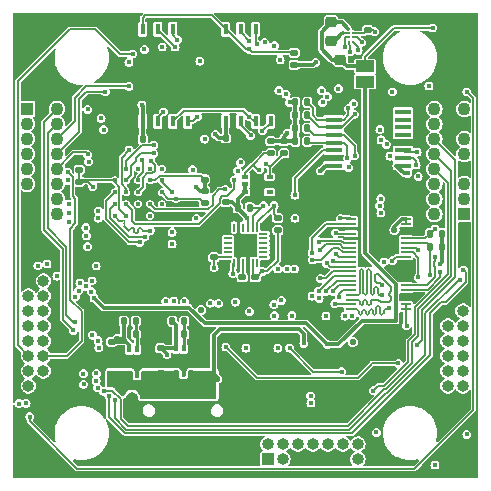
<source format=gbl>
%TF.GenerationSoftware,KiCad,Pcbnew,7.0.2*%
%TF.CreationDate,2023-07-30T21:57:21-04:00*%
%TF.ProjectId,OBC-Flight,4f42432d-466c-4696-9768-742e6b696361,rev?*%
%TF.SameCoordinates,Original*%
%TF.FileFunction,Copper,L8,Bot*%
%TF.FilePolarity,Positive*%
%FSLAX46Y46*%
G04 Gerber Fmt 4.6, Leading zero omitted, Abs format (unit mm)*
G04 Created by KiCad (PCBNEW 7.0.2) date 2023-07-30 21:57:21*
%MOMM*%
%LPD*%
G01*
G04 APERTURE LIST*
G04 Aperture macros list*
%AMRoundRect*
0 Rectangle with rounded corners*
0 $1 Rounding radius*
0 $2 $3 $4 $5 $6 $7 $8 $9 X,Y pos of 4 corners*
0 Add a 4 corners polygon primitive as box body*
4,1,4,$2,$3,$4,$5,$6,$7,$8,$9,$2,$3,0*
0 Add four circle primitives for the rounded corners*
1,1,$1+$1,$2,$3*
1,1,$1+$1,$4,$5*
1,1,$1+$1,$6,$7*
1,1,$1+$1,$8,$9*
0 Add four rect primitives between the rounded corners*
20,1,$1+$1,$2,$3,$4,$5,0*
20,1,$1+$1,$4,$5,$6,$7,0*
20,1,$1+$1,$6,$7,$8,$9,0*
20,1,$1+$1,$8,$9,$2,$3,0*%
G04 Aperture macros list end*
%TA.AperFunction,ComponentPad*%
%ADD10R,1.000000X1.000000*%
%TD*%
%TA.AperFunction,ComponentPad*%
%ADD11O,1.000000X1.000000*%
%TD*%
%TA.AperFunction,ComponentPad*%
%ADD12O,1.000000X2.100000*%
%TD*%
%TA.AperFunction,ComponentPad*%
%ADD13O,1.000000X1.800000*%
%TD*%
%TA.AperFunction,SMDPad,CuDef*%
%ADD14RoundRect,0.135000X-0.185000X0.135000X-0.185000X-0.135000X0.185000X-0.135000X0.185000X0.135000X0*%
%TD*%
%TA.AperFunction,SMDPad,CuDef*%
%ADD15C,0.370000*%
%TD*%
%TA.AperFunction,SMDPad,CuDef*%
%ADD16RoundRect,0.140000X-0.170000X0.140000X-0.170000X-0.140000X0.170000X-0.140000X0.170000X0.140000X0*%
%TD*%
%TA.AperFunction,SMDPad,CuDef*%
%ADD17RoundRect,0.135000X-0.135000X-0.185000X0.135000X-0.185000X0.135000X0.185000X-0.135000X0.185000X0*%
%TD*%
%TA.AperFunction,SMDPad,CuDef*%
%ADD18RoundRect,0.135000X0.135000X0.185000X-0.135000X0.185000X-0.135000X-0.185000X0.135000X-0.185000X0*%
%TD*%
%TA.AperFunction,SMDPad,CuDef*%
%ADD19RoundRect,0.140000X0.170000X-0.140000X0.170000X0.140000X-0.170000X0.140000X-0.170000X-0.140000X0*%
%TD*%
%TA.AperFunction,SMDPad,CuDef*%
%ADD20R,0.450000X0.950000*%
%TD*%
%TA.AperFunction,SMDPad,CuDef*%
%ADD21R,4.350000X3.450000*%
%TD*%
%TA.AperFunction,SMDPad,CuDef*%
%ADD22RoundRect,0.140000X-0.140000X-0.170000X0.140000X-0.170000X0.140000X0.170000X-0.140000X0.170000X0*%
%TD*%
%TA.AperFunction,SMDPad,CuDef*%
%ADD23C,0.204000*%
%TD*%
%TA.AperFunction,SMDPad,CuDef*%
%ADD24RoundRect,0.225000X-0.250000X0.225000X-0.250000X-0.225000X0.250000X-0.225000X0.250000X0.225000X0*%
%TD*%
%TA.AperFunction,SMDPad,CuDef*%
%ADD25RoundRect,0.218750X0.256250X-0.218750X0.256250X0.218750X-0.256250X0.218750X-0.256250X-0.218750X0*%
%TD*%
%TA.AperFunction,SMDPad,CuDef*%
%ADD26RoundRect,0.135000X0.185000X-0.135000X0.185000X0.135000X-0.185000X0.135000X-0.185000X-0.135000X0*%
%TD*%
%TA.AperFunction,ComponentPad*%
%ADD27R,1.087400X1.087400*%
%TD*%
%TA.AperFunction,ComponentPad*%
%ADD28C,1.087400*%
%TD*%
%TA.AperFunction,SMDPad,CuDef*%
%ADD29R,0.930000X0.230000*%
%TD*%
%TA.AperFunction,SMDPad,CuDef*%
%ADD30R,0.750000X0.200000*%
%TD*%
%TA.AperFunction,SMDPad,CuDef*%
%ADD31R,0.200000X0.750000*%
%TD*%
%TA.AperFunction,SMDPad,CuDef*%
%ADD32R,1.590000X1.750000*%
%TD*%
%TA.AperFunction,SMDPad,CuDef*%
%ADD33R,0.600000X0.350000*%
%TD*%
%TA.AperFunction,SMDPad,CuDef*%
%ADD34R,1.100000X1.700000*%
%TD*%
%TA.AperFunction,SMDPad,CuDef*%
%ADD35RoundRect,0.140000X0.140000X0.170000X-0.140000X0.170000X-0.140000X-0.170000X0.140000X-0.170000X0*%
%TD*%
%TA.AperFunction,SMDPad,CuDef*%
%ADD36R,0.350000X0.600000*%
%TD*%
%TA.AperFunction,SMDPad,CuDef*%
%ADD37R,1.700000X1.100000*%
%TD*%
%TA.AperFunction,SMDPad,CuDef*%
%ADD38R,1.500000X1.000000*%
%TD*%
%TA.AperFunction,SMDPad,CuDef*%
%ADD39R,1.475000X0.450000*%
%TD*%
%TA.AperFunction,ViaPad*%
%ADD40C,0.450000*%
%TD*%
%TA.AperFunction,ViaPad*%
%ADD41C,0.550000*%
%TD*%
%TA.AperFunction,Conductor*%
%ADD42C,0.150000*%
%TD*%
%TA.AperFunction,Conductor*%
%ADD43C,0.300000*%
%TD*%
%TA.AperFunction,Conductor*%
%ADD44C,0.200000*%
%TD*%
%TA.AperFunction,Conductor*%
%ADD45C,0.220000*%
%TD*%
G04 APERTURE END LIST*
D10*
X50060000Y-61400000D03*
D11*
X50060000Y-60130000D03*
X51330000Y-61400000D03*
X51330000Y-60130000D03*
X52600000Y-61400000D03*
X52600000Y-60130000D03*
X53870000Y-61400000D03*
X53870000Y-60130000D03*
X55140000Y-61400000D03*
X55140000Y-60130000D03*
X56410000Y-61400000D03*
X56410000Y-60130000D03*
X57680000Y-61400000D03*
X57680000Y-60130000D03*
D10*
X31050000Y-55200000D03*
D11*
X29780000Y-55200000D03*
X31050000Y-53930000D03*
X29780000Y-53930000D03*
X31050000Y-52660000D03*
X29780000Y-52660000D03*
X31050000Y-51390000D03*
X29780000Y-51390000D03*
X31050000Y-50120000D03*
X29780000Y-50120000D03*
X31050000Y-48850000D03*
X29780000Y-48850000D03*
X31050000Y-47580000D03*
X29780000Y-47580000D03*
X31050000Y-46310000D03*
X29780000Y-46310000D03*
D12*
X38560000Y-56785000D03*
D13*
X38560000Y-60965000D03*
D12*
X47200000Y-56785000D03*
D13*
X47200000Y-60965000D03*
D10*
X65310000Y-48850000D03*
D11*
X66580000Y-48850000D03*
X65310000Y-50120000D03*
X66580000Y-50120000D03*
X65310000Y-51390000D03*
X66580000Y-51390000D03*
X65310000Y-52660000D03*
X66580000Y-52660000D03*
X65310000Y-53930000D03*
X66580000Y-53930000D03*
X65310000Y-55200000D03*
X66580000Y-55200000D03*
D14*
X44700000Y-38690000D03*
X44700000Y-39710000D03*
D15*
X41080000Y-39800000D03*
X41080000Y-38800000D03*
X41080000Y-37800000D03*
X41080000Y-36800000D03*
X40080000Y-40800000D03*
X40080000Y-39800000D03*
X40080000Y-38800000D03*
X40080000Y-37800000D03*
X40080000Y-36800000D03*
X39080000Y-40800000D03*
X39080000Y-39800000D03*
X39080000Y-38800000D03*
X39080000Y-37800000D03*
X39080000Y-36800000D03*
X38080000Y-40800000D03*
X38080000Y-39800000D03*
X38080000Y-38800000D03*
X38080000Y-37800000D03*
X38080000Y-36800000D03*
X37080000Y-40800000D03*
X37080000Y-39800000D03*
X37080000Y-38800000D03*
X37080000Y-37800000D03*
X37080000Y-36800000D03*
D16*
X45480000Y-43340000D03*
X45480000Y-44300000D03*
D17*
X52390000Y-31200000D03*
X53410000Y-31200000D03*
D14*
X44850000Y-53190000D03*
X44850000Y-54210000D03*
D18*
X64810000Y-42300000D03*
X63790000Y-42300000D03*
D17*
X52390000Y-32300000D03*
X53410000Y-32300000D03*
D19*
X36830000Y-52420000D03*
X36830000Y-51460000D03*
D20*
X46475000Y-25000000D03*
X47745000Y-25000000D03*
X49015000Y-25000000D03*
X50285000Y-25000000D03*
X50285000Y-32800000D03*
X49015000Y-32800000D03*
X47745000Y-32800000D03*
X46475000Y-32800000D03*
D21*
X48380000Y-28900000D03*
D17*
X41970000Y-49720000D03*
X42990000Y-49720000D03*
D20*
X39470000Y-25000000D03*
X40740000Y-25000000D03*
X42010000Y-25000000D03*
X43280000Y-25000000D03*
X43280000Y-32800000D03*
X42010000Y-32800000D03*
X40740000Y-32800000D03*
X39470000Y-32800000D03*
D21*
X41375000Y-28900000D03*
D17*
X52380000Y-34500000D03*
X53400000Y-34500000D03*
X47500000Y-40100000D03*
X48520000Y-40100000D03*
D22*
X46500000Y-34200000D03*
X47460000Y-34200000D03*
D23*
X56930000Y-26050000D03*
X57280000Y-26050000D03*
X56930000Y-25700000D03*
X57280000Y-25700000D03*
X56930000Y-25350000D03*
X57280000Y-25350000D03*
X56930000Y-25000000D03*
X57280000Y-25000000D03*
D24*
X56180000Y-27600000D03*
X56180000Y-29150000D03*
D19*
X48980000Y-46960000D03*
X48980000Y-46000000D03*
D25*
X55400000Y-25975000D03*
X55400000Y-24400000D03*
D26*
X52300000Y-28010000D03*
X52300000Y-26990000D03*
D17*
X42970000Y-50820000D03*
X43990000Y-50820000D03*
D27*
X29660000Y-31755000D03*
D28*
X32200000Y-31755000D03*
X29660000Y-33025000D03*
X32200000Y-33025000D03*
X29660000Y-34295000D03*
X32200000Y-34295000D03*
X29660000Y-35565000D03*
X32200000Y-35565000D03*
X29660000Y-36835000D03*
X32200000Y-36835000D03*
X29660000Y-38105000D03*
X32200000Y-38105000D03*
X29660000Y-39375000D03*
X32200000Y-39375000D03*
X29660000Y-40645000D03*
X32200000Y-40645000D03*
D16*
X47880000Y-46000000D03*
X47880000Y-46960000D03*
D29*
X57080000Y-48700000D03*
X61750000Y-48700000D03*
X57080000Y-48300000D03*
X61750000Y-48300000D03*
X57080000Y-47900000D03*
X61750000Y-47900000D03*
X57080000Y-47500000D03*
X61750000Y-47500000D03*
X57080000Y-47100000D03*
X61750000Y-47100000D03*
X57080000Y-46700000D03*
X61750000Y-46700000D03*
X57080000Y-46300000D03*
X61750000Y-46300000D03*
X57080000Y-45900000D03*
X61750000Y-45900000D03*
X57080000Y-45500000D03*
X61750000Y-45500000D03*
X57080000Y-45100000D03*
X61750000Y-45100000D03*
X57080000Y-44700000D03*
X61750000Y-44700000D03*
X57080000Y-44300000D03*
X61750000Y-44300000D03*
X57080000Y-43900000D03*
X61750000Y-43900000D03*
X57080000Y-43500000D03*
X61750000Y-43500000D03*
X57080000Y-43100000D03*
X61750000Y-43100000D03*
X57080000Y-42700000D03*
X61750000Y-42700000D03*
X57080000Y-42300000D03*
X61750000Y-42300000D03*
X57080000Y-41900000D03*
X61750000Y-41900000D03*
X57080000Y-41500000D03*
X61750000Y-41500000D03*
X57080000Y-41100000D03*
X61750000Y-41100000D03*
D17*
X37860000Y-49720000D03*
X38880000Y-49720000D03*
D30*
X49680000Y-42300000D03*
X49680000Y-42700000D03*
X49680000Y-43100000D03*
X49680000Y-43500000D03*
X49680000Y-43900000D03*
X49680000Y-44300000D03*
D31*
X49180000Y-44800000D03*
X48780000Y-44800000D03*
X48380000Y-44800000D03*
X47980000Y-44800000D03*
X47580000Y-44800000D03*
X47180000Y-44800000D03*
D30*
X46680000Y-44300000D03*
X46680000Y-43900000D03*
X46680000Y-43500000D03*
X46680000Y-43100000D03*
X46680000Y-42700000D03*
X46680000Y-42300000D03*
D31*
X47180000Y-41800000D03*
X47580000Y-41800000D03*
X47980000Y-41800000D03*
X48380000Y-41800000D03*
X48780000Y-41800000D03*
X49180000Y-41800000D03*
D32*
X48180000Y-43300000D03*
D19*
X44700000Y-37730000D03*
X44700000Y-36770000D03*
D16*
X46500000Y-39640000D03*
X46500000Y-40600000D03*
X58500000Y-24100000D03*
X58500000Y-25060000D03*
D17*
X38870000Y-50820000D03*
X39890000Y-50820000D03*
D33*
X50200000Y-37500000D03*
X50200000Y-38150000D03*
X50200000Y-38800000D03*
X48100000Y-38800000D03*
X48100000Y-38150000D03*
X48100000Y-37500000D03*
D34*
X49150000Y-38150000D03*
D16*
X34080000Y-37900000D03*
X34080000Y-38860000D03*
D35*
X39480000Y-34300000D03*
X38520000Y-34300000D03*
D36*
X38330000Y-52120000D03*
X38980000Y-52120000D03*
X39630000Y-52120000D03*
X39630000Y-54220000D03*
X38980000Y-54220000D03*
X38330000Y-54220000D03*
D37*
X38980000Y-53170000D03*
D14*
X50300000Y-34490000D03*
X50300000Y-35510000D03*
D16*
X40980000Y-53140000D03*
X40980000Y-54100000D03*
D18*
X64810000Y-43400000D03*
X63790000Y-43400000D03*
D16*
X40980000Y-51040000D03*
X40980000Y-52000000D03*
D17*
X52380000Y-33400000D03*
X53400000Y-33400000D03*
D26*
X50900000Y-42010000D03*
X50900000Y-40990000D03*
D16*
X36830000Y-53360000D03*
X36830000Y-54320000D03*
D36*
X42280000Y-52020000D03*
X42930000Y-52020000D03*
X43580000Y-52020000D03*
X43580000Y-54120000D03*
X42930000Y-54120000D03*
X42280000Y-54120000D03*
D37*
X42930000Y-53070000D03*
D19*
X34100000Y-36900000D03*
X34100000Y-35940000D03*
D14*
X51400000Y-34490000D03*
X51400000Y-35510000D03*
D27*
X66700000Y-40650000D03*
D28*
X64160000Y-40650000D03*
X66700000Y-39380000D03*
X64160000Y-39380000D03*
X66700000Y-38110000D03*
X64160000Y-38110000D03*
X66700000Y-36840000D03*
X64160000Y-36840000D03*
X66700000Y-35570000D03*
X64160000Y-35570000D03*
X66700000Y-34300000D03*
X64160000Y-34300000D03*
X66700000Y-33030000D03*
X64160000Y-33030000D03*
X66700000Y-31760000D03*
X64160000Y-31760000D03*
D38*
X58280000Y-28150000D03*
X58280000Y-29450000D03*
D39*
X55624000Y-36550000D03*
X55624000Y-35900000D03*
X55624000Y-35250000D03*
X55624000Y-34600000D03*
X55624000Y-33950000D03*
X55624000Y-33300000D03*
X55624000Y-32650000D03*
X55624000Y-32000000D03*
X61500000Y-32000000D03*
X61500000Y-32650000D03*
X61500000Y-33300000D03*
X61500000Y-33950000D03*
X61500000Y-34600000D03*
X61500000Y-35250000D03*
X61500000Y-35900000D03*
X61500000Y-36550000D03*
D40*
X32850000Y-62300000D03*
X63200000Y-56000000D03*
X44300000Y-44900000D03*
X60500000Y-29300000D03*
X29000000Y-58900000D03*
X57300000Y-38100000D03*
X45500000Y-32400000D03*
X42100000Y-36200000D03*
X43200000Y-46400000D03*
X45400000Y-34800000D03*
X59300000Y-24100000D03*
X52800000Y-49288296D03*
X46100000Y-46800000D03*
X33000000Y-38800000D03*
X48500000Y-46700000D03*
X59000000Y-58200000D03*
X44200000Y-33700000D03*
X43600000Y-53400000D03*
X40500000Y-31400000D03*
X41600000Y-27500000D03*
X67100000Y-29400000D03*
X61700000Y-30300000D03*
X56300000Y-39100000D03*
X43100000Y-30600000D03*
X61900000Y-39600000D03*
X53000000Y-44400000D03*
X49700000Y-53800000D03*
X38400000Y-53400000D03*
X47500000Y-27700000D03*
X66700000Y-43600000D03*
X34700000Y-33200000D03*
X40000000Y-38400000D03*
X62600000Y-31400000D03*
X60900000Y-45100000D03*
X60000000Y-51600000D03*
X30300000Y-29100000D03*
X62600000Y-33800000D03*
X64500000Y-28900000D03*
X66300000Y-61400000D03*
X53100000Y-25500000D03*
X30000000Y-43500000D03*
X38000000Y-24100000D03*
X34300000Y-24000000D03*
X43829004Y-36314542D03*
X47400000Y-51800000D03*
X49400000Y-37600000D03*
X43300000Y-27700000D03*
X49200000Y-27900000D03*
X60900000Y-45800000D03*
X66600000Y-24800000D03*
X54400000Y-38400000D03*
X62800000Y-47500000D03*
X32200000Y-46700000D03*
X35800000Y-53400000D03*
X60800000Y-43200000D03*
X56300000Y-55100000D03*
X53800000Y-37900000D03*
X51300000Y-32700000D03*
X46400000Y-27300000D03*
X51300000Y-24000000D03*
X38400000Y-31500000D03*
X57900000Y-55100000D03*
X48900000Y-38700000D03*
X52000000Y-57400000D03*
X56500000Y-23900000D03*
X30600000Y-60000000D03*
X44200000Y-24300000D03*
X63200000Y-24200000D03*
X36900000Y-28600000D03*
X49800000Y-26100000D03*
X39400000Y-31400000D03*
D41*
X60773281Y-41999500D03*
D40*
X57323599Y-31308815D03*
X49600000Y-45500000D03*
X54500000Y-37000000D03*
D41*
X57250000Y-51500000D03*
D40*
X64600000Y-44900000D03*
X39600000Y-26700000D03*
X61891509Y-37198713D03*
X64200000Y-61900000D03*
X56549500Y-26549500D03*
X44000000Y-38400000D03*
X35237470Y-38347352D03*
X59100000Y-25200000D03*
D41*
X44429490Y-48771580D03*
D40*
X54100000Y-27800000D03*
X34800000Y-43400000D03*
X34808162Y-31791838D03*
X45500000Y-45200000D03*
X48300000Y-40949500D03*
D41*
X37299500Y-51200500D03*
D40*
X51900000Y-31200000D03*
X45600000Y-33900000D03*
X51700000Y-33800000D03*
X35344011Y-47768191D03*
X55100000Y-51691480D03*
X64000000Y-24900000D03*
X33200000Y-40600000D03*
X49900000Y-36400000D03*
X62700000Y-35400000D03*
X33233898Y-41333898D03*
X62612002Y-36500000D03*
X49342741Y-36892241D03*
X44100000Y-32400000D03*
X51600000Y-30500000D03*
X50600000Y-26400000D03*
X42200000Y-26500000D03*
X42400000Y-25900000D03*
X51100000Y-27600000D03*
X41200000Y-32000000D03*
X51000000Y-30200000D03*
X48500000Y-32400000D03*
X40400000Y-35500000D03*
X39400000Y-36100000D03*
X38307560Y-35234499D03*
X47209444Y-37754159D03*
X46442539Y-38551000D03*
X41110500Y-26500000D03*
X44300000Y-27700000D03*
X34454026Y-55059512D03*
X53700815Y-56648908D03*
X39662055Y-42563569D03*
X40151000Y-36173397D03*
X40400000Y-34800000D03*
X39212555Y-43046830D03*
X40111555Y-42047245D03*
X60104582Y-34759728D03*
X53690164Y-56049500D03*
X54400000Y-47800000D03*
X47100000Y-45700000D03*
X41900000Y-38750000D03*
X42279339Y-39350500D03*
X54977607Y-49276416D03*
X56570951Y-49288296D03*
X57200000Y-49249500D03*
X48500000Y-26700000D03*
X59621574Y-39346431D03*
X62785430Y-37452290D03*
X59250500Y-59147405D03*
X59550999Y-33500000D03*
X57022662Y-26917632D03*
X49679009Y-39929726D03*
X50579331Y-39950500D03*
X57700000Y-26800000D03*
X59646689Y-34372769D03*
X34700000Y-42500000D03*
X33200000Y-39800000D03*
X60600000Y-30300000D03*
X58000000Y-26100000D03*
X56032508Y-30032508D03*
X54700000Y-31200000D03*
X54367492Y-47167492D03*
X55603268Y-47203268D03*
X55100000Y-30700000D03*
X56100000Y-47700000D03*
X54600000Y-30200000D03*
X36300000Y-30300000D03*
X47749500Y-36277378D03*
X35681669Y-51373259D03*
X35751661Y-51968662D03*
X47500000Y-37000000D03*
X43700000Y-36900000D03*
X33095500Y-37800000D03*
X38600000Y-27100000D03*
X38297339Y-29843612D03*
X38300000Y-27800000D03*
X63700000Y-29800000D03*
X35539017Y-54150433D03*
X34649001Y-41800000D03*
X41950999Y-43182508D03*
X54500000Y-43700000D03*
X35932778Y-32549823D03*
X34800000Y-35600000D03*
X33100000Y-37100000D03*
X49600000Y-33600000D03*
X35700000Y-40400000D03*
X48500000Y-26000000D03*
X35700000Y-41000000D03*
X35523074Y-45049001D03*
X35508572Y-54755677D03*
X33749000Y-47650000D03*
X35176524Y-46302345D03*
X34430694Y-54160512D03*
X34045290Y-47128832D03*
X34148502Y-46482399D03*
X60600000Y-44600000D03*
X34669491Y-46779003D03*
X64200000Y-41901546D03*
X35107105Y-47217484D03*
X63749500Y-45817845D03*
X41409836Y-48049000D03*
X31354843Y-44870278D03*
X42100000Y-48000000D03*
X52350500Y-41000000D03*
X33700000Y-49800000D03*
X33600000Y-50500000D03*
X35651614Y-55337864D03*
X59000000Y-55600000D03*
X36152212Y-55649174D03*
X36595739Y-56052518D03*
X66600000Y-45400000D03*
X37076152Y-56411135D03*
X66351000Y-46200000D03*
X45200000Y-48200000D03*
X45900000Y-48200000D03*
X62700000Y-51700000D03*
X46500000Y-51900000D03*
X61100000Y-53300000D03*
X30590980Y-45036080D03*
X43000000Y-48049000D03*
X47300000Y-48100000D03*
X52349500Y-39048376D03*
X48200000Y-52000000D03*
X48500000Y-48900000D03*
X55817572Y-44012139D03*
X50600000Y-49251000D03*
X55600000Y-44600000D03*
X50572433Y-48318345D03*
X51194265Y-47964983D03*
X55043376Y-44822650D03*
X54500000Y-46100000D03*
X52100000Y-49251000D03*
X56300000Y-54000000D03*
X51900000Y-52000000D03*
X53100000Y-51600000D03*
D41*
X40450000Y-56000500D03*
X45728200Y-54621800D03*
D40*
X59700000Y-47500000D03*
X62800000Y-43700000D03*
X53800000Y-47600000D03*
X59751000Y-46700000D03*
X53822088Y-44535694D03*
X53800000Y-43936598D03*
X56200000Y-41000000D03*
X59900000Y-44700000D03*
X54965818Y-47205028D03*
X64651498Y-45575645D03*
X64251498Y-44310820D03*
X54400000Y-43000000D03*
X49109020Y-26263920D03*
X59618838Y-40559809D03*
X59528729Y-39938700D03*
X48600000Y-34000000D03*
X28983164Y-56698762D03*
X52300000Y-45300000D03*
X56900000Y-36700000D03*
X44000000Y-41000000D03*
X51700000Y-45300000D03*
X29582529Y-56673627D03*
X50900000Y-45300000D03*
X66900000Y-30300000D03*
X29900000Y-57800000D03*
X66900000Y-59300000D03*
X41514664Y-52550353D03*
X50900000Y-52000000D03*
X61800000Y-50100000D03*
X60300000Y-48600000D03*
X55732508Y-48232508D03*
X60393095Y-35742595D03*
X36149500Y-33500000D03*
X55789999Y-42245691D03*
X41950999Y-42200000D03*
X44700000Y-34300000D03*
X35200000Y-50900000D03*
X56883171Y-31715541D03*
X57400000Y-32200000D03*
X56800000Y-35900000D03*
X57416727Y-35705060D03*
X62800000Y-46000000D03*
X34880939Y-36219061D03*
X32200000Y-45900000D03*
D42*
X34826188Y-36800000D02*
X37080000Y-36800000D01*
D43*
X40080000Y-38800000D02*
X40080000Y-38480000D01*
D42*
X34100000Y-36073812D02*
X34826188Y-36800000D01*
D43*
X40080000Y-38480000D02*
X40000000Y-38400000D01*
D42*
X62400000Y-47900000D02*
X62800000Y-47500000D01*
X61750000Y-47900000D02*
X62400000Y-47900000D01*
X34100000Y-35940000D02*
X34100000Y-36073812D01*
D43*
X61750000Y-41100000D02*
X61400000Y-41100000D01*
D42*
X58500000Y-25060000D02*
X58960000Y-25060000D01*
D44*
X49100000Y-46000000D02*
X49600000Y-45500000D01*
D42*
X44360000Y-37390000D02*
X44700000Y-37730000D01*
X58960000Y-25060000D02*
X59100000Y-25200000D01*
D43*
X38060000Y-51460000D02*
X36830000Y-51460000D01*
D42*
X40910172Y-37390000D02*
X44360000Y-37390000D01*
D43*
X48100000Y-38800000D02*
X48100000Y-38150000D01*
D42*
X48380000Y-41029500D02*
X48300000Y-40949500D01*
D43*
X60900000Y-36550000D02*
X61548713Y-37198713D01*
X52390000Y-31200000D02*
X51900000Y-31200000D01*
X46500000Y-34200000D02*
X45900000Y-34200000D01*
X44700000Y-38690000D02*
X44700000Y-37730000D01*
D42*
X48380000Y-41800000D02*
X48380000Y-41029500D01*
X40080000Y-37800000D02*
X40500172Y-37800000D01*
X34790118Y-37900000D02*
X35237470Y-38347352D01*
D43*
X39470000Y-32800000D02*
X39470000Y-31470000D01*
X50300000Y-34490000D02*
X51400000Y-34490000D01*
X38330000Y-51730000D02*
X38060000Y-51460000D01*
D44*
X49600000Y-45500000D02*
X50000000Y-45500000D01*
D42*
X56930000Y-25700000D02*
X56600000Y-25700000D01*
X37490000Y-40210000D02*
X37490000Y-38390000D01*
X57280000Y-25350000D02*
X58210000Y-25350000D01*
D43*
X61400000Y-41100000D02*
X60773281Y-41726719D01*
X60773281Y-41726719D02*
X60773281Y-41999500D01*
D42*
X37490000Y-38390000D02*
X37080000Y-37980000D01*
D43*
X52300000Y-28010000D02*
X53890000Y-28010000D01*
X52370000Y-34490000D02*
X52380000Y-34500000D01*
X61548713Y-37198713D02*
X61891509Y-37198713D01*
X47500000Y-40100000D02*
X47500000Y-40149500D01*
X37860000Y-51260000D02*
X38060000Y-51460000D01*
D44*
X50000000Y-45500000D02*
X50900000Y-44600000D01*
D43*
X51400000Y-34490000D02*
X52370000Y-34490000D01*
D42*
X37080000Y-37980000D02*
X37080000Y-37800000D01*
D43*
X47500000Y-39400000D02*
X48100000Y-38800000D01*
D44*
X48980000Y-46000000D02*
X49100000Y-46000000D01*
D43*
X37359000Y-51260000D02*
X37299500Y-51200500D01*
X52380000Y-34500000D02*
X52380000Y-33400000D01*
X45900000Y-34200000D02*
X45600000Y-33900000D01*
D44*
X45480000Y-45180000D02*
X45500000Y-45200000D01*
D43*
X54950000Y-36550000D02*
X54500000Y-37000000D01*
X37860000Y-51260000D02*
X37359000Y-51260000D01*
D44*
X48980000Y-46000000D02*
X48780000Y-45800000D01*
D42*
X40500172Y-37800000D02*
X40910172Y-37390000D01*
D44*
X48780000Y-45800000D02*
X48780000Y-44800000D01*
D43*
X53890000Y-28010000D02*
X54100000Y-27800000D01*
D42*
X34080000Y-37900000D02*
X34790118Y-37900000D01*
D43*
X55624000Y-36550000D02*
X54950000Y-36550000D01*
X52390000Y-31200000D02*
X52390000Y-33390000D01*
X46500000Y-39640000D02*
X47040000Y-39640000D01*
X51400000Y-34490000D02*
X51400000Y-34100000D01*
X64810000Y-43400000D02*
X64810000Y-44690000D01*
X44290000Y-38690000D02*
X44000000Y-38400000D01*
X39470000Y-34290000D02*
X39480000Y-34300000D01*
D42*
X34100000Y-36900000D02*
X34100000Y-37880000D01*
D43*
X47500000Y-40149500D02*
X48300000Y-40949500D01*
X37860000Y-49720000D02*
X37860000Y-51260000D01*
X38330000Y-52120000D02*
X38330000Y-51730000D01*
D42*
X56549500Y-25750500D02*
X56549500Y-26549500D01*
X56600000Y-25700000D02*
X56549500Y-25750500D01*
D43*
X47500000Y-40100000D02*
X47500000Y-39400000D01*
D44*
X50900000Y-44600000D02*
X50900000Y-42010000D01*
D43*
X52390000Y-33390000D02*
X52380000Y-33400000D01*
X51400000Y-34100000D02*
X51700000Y-33800000D01*
X44700000Y-38690000D02*
X44290000Y-38690000D01*
D42*
X58210000Y-25350000D02*
X58500000Y-25060000D01*
D43*
X64810000Y-42300000D02*
X64810000Y-43400000D01*
D42*
X38080000Y-40800000D02*
X37490000Y-40210000D01*
D43*
X64810000Y-44690000D02*
X64600000Y-44900000D01*
D42*
X34100000Y-37880000D02*
X34080000Y-37900000D01*
D43*
X39470000Y-32800000D02*
X39470000Y-34290000D01*
D44*
X61750000Y-41500000D02*
X61750000Y-41100000D01*
D43*
X46475000Y-34175000D02*
X46500000Y-34200000D01*
D42*
X37080000Y-37800000D02*
X34180000Y-37800000D01*
D44*
X46680000Y-44300000D02*
X45480000Y-44300000D01*
D43*
X39470000Y-31470000D02*
X39400000Y-31400000D01*
X47040000Y-39640000D02*
X47500000Y-40100000D01*
D44*
X45480000Y-44300000D02*
X45480000Y-45180000D01*
D42*
X34180000Y-37800000D02*
X34080000Y-37900000D01*
D43*
X46475000Y-32800000D02*
X46475000Y-34175000D01*
D44*
X47980000Y-45900000D02*
X47880000Y-46000000D01*
X47980000Y-44800000D02*
X47980000Y-45900000D01*
D43*
X58029624Y-49700000D02*
X56038144Y-51691480D01*
X55100000Y-51691480D02*
X53308520Y-49900000D01*
X60900000Y-49700000D02*
X58029624Y-49700000D01*
X58280000Y-29450000D02*
X58280000Y-43980000D01*
X56038144Y-51691480D02*
X55100000Y-51691480D01*
X53308520Y-49900000D02*
X44700000Y-49900000D01*
X58280000Y-43980000D02*
X60900000Y-46600000D01*
X60900000Y-46600000D02*
X60900000Y-49700000D01*
X36149320Y-48573500D02*
X35344011Y-47768191D01*
X44700000Y-49900000D02*
X43373500Y-48573500D01*
X43373500Y-48573500D02*
X36149320Y-48573500D01*
X58280000Y-28150000D02*
X56730000Y-28150000D01*
X55400000Y-24400000D02*
X56330000Y-24400000D01*
X55500000Y-27600000D02*
X56180000Y-27600000D01*
D42*
X58280000Y-27320000D02*
X58280000Y-28150000D01*
X60700000Y-24900000D02*
X58280000Y-27320000D01*
D43*
X56730000Y-28150000D02*
X56180000Y-27600000D01*
X56330000Y-24400000D02*
X56878000Y-24948000D01*
X54600000Y-25200000D02*
X54600000Y-26700000D01*
X54600000Y-26700000D02*
X55500000Y-27600000D01*
X55400000Y-24400000D02*
X54600000Y-25200000D01*
D42*
X64000000Y-24900000D02*
X60700000Y-24900000D01*
X50200000Y-36710000D02*
X50200000Y-36700000D01*
X50200000Y-36710000D02*
X51400000Y-35510000D01*
X62700000Y-35400000D02*
X61650000Y-35400000D01*
X61650000Y-35400000D02*
X61500000Y-35250000D01*
X50200000Y-37500000D02*
X50200000Y-36710000D01*
X50200000Y-36700000D02*
X49900000Y-36400000D01*
X48100000Y-37175000D02*
X48787500Y-36487500D01*
X48100000Y-37500000D02*
X48100000Y-37175000D01*
X48787500Y-36487500D02*
X49765000Y-35510000D01*
X48787500Y-36487500D02*
X49192241Y-36892241D01*
X49192241Y-36892241D02*
X49342741Y-36892241D01*
X62612002Y-36124502D02*
X62387500Y-35900000D01*
X49765000Y-35510000D02*
X50300000Y-35510000D01*
X62387500Y-35900000D02*
X61500000Y-35900000D01*
X62612002Y-36500000D02*
X62612002Y-36124502D01*
X43280000Y-32800000D02*
X43700000Y-32800000D01*
X43700000Y-32800000D02*
X44100000Y-32400000D01*
X40740000Y-25000000D02*
X40740000Y-25040000D01*
X40740000Y-25040000D02*
X42200000Y-26500000D01*
X42010000Y-25510000D02*
X42400000Y-25900000D01*
X42010000Y-25000000D02*
X42010000Y-25510000D01*
X40740000Y-32800000D02*
X40740000Y-32460000D01*
X40740000Y-32460000D02*
X41200000Y-32000000D01*
X49015000Y-32800000D02*
X48900000Y-32800000D01*
X42010000Y-32800000D02*
X42925000Y-31885000D01*
X42925000Y-31885000D02*
X47985000Y-31885000D01*
X47985000Y-31885000D02*
X48500000Y-32400000D01*
X48900000Y-32800000D02*
X48500000Y-32400000D01*
X38886308Y-35913692D02*
X39300000Y-35500000D01*
X38080000Y-37800000D02*
X38495000Y-37385000D01*
X38495000Y-37385000D02*
X38495000Y-36557685D01*
X38886308Y-36166377D02*
X38886308Y-35913692D01*
X39300000Y-35500000D02*
X40400000Y-35500000D01*
X38495000Y-36557685D02*
X38886308Y-36166377D01*
X39490000Y-36190000D02*
X39400000Y-36100000D01*
X39490000Y-37128371D02*
X39490000Y-36190000D01*
X39080000Y-37538371D02*
X39490000Y-37128371D01*
X39080000Y-37800000D02*
X39080000Y-37538371D01*
X37670000Y-35872059D02*
X38307560Y-35234499D01*
X38080000Y-38800000D02*
X38080000Y-38538371D01*
X38080000Y-38538371D02*
X37670000Y-38128371D01*
X37670000Y-38128371D02*
X37670000Y-35872059D01*
X46565000Y-39135000D02*
X47209444Y-38490556D01*
X47209444Y-38490556D02*
X47209444Y-37754159D01*
X46178812Y-39135000D02*
X46565000Y-39135000D01*
X44200000Y-41500000D02*
X45965000Y-39735000D01*
X45965000Y-39735000D02*
X45965000Y-39348812D01*
X45965000Y-39348812D02*
X46178812Y-39135000D01*
X38080000Y-39800000D02*
X38550000Y-40270000D01*
X38550000Y-41250000D02*
X38800000Y-41500000D01*
X38800000Y-41500000D02*
X44200000Y-41500000D01*
X38550000Y-40270000D02*
X38550000Y-41250000D01*
X45400000Y-39876442D02*
X45400000Y-39100000D01*
X40530500Y-40250500D02*
X45025942Y-40250500D01*
X45400000Y-39100000D02*
X45949000Y-38551000D01*
X40080000Y-39800000D02*
X40530500Y-40250500D01*
X45025942Y-40250500D02*
X45400000Y-39876442D01*
X45949000Y-38551000D02*
X46442539Y-38551000D01*
X37080000Y-39800000D02*
X36670000Y-40210000D01*
X36670000Y-40210000D02*
X36670000Y-40969828D01*
X36670000Y-40969828D02*
X38263741Y-42563569D01*
X38263741Y-42563569D02*
X39662055Y-42563569D01*
X39490000Y-37560000D02*
X39840000Y-37210000D01*
X40249828Y-37210000D02*
X40490000Y-36969828D01*
X39080000Y-38800000D02*
X39490000Y-38390000D01*
X40490000Y-36512397D02*
X40151000Y-36173397D01*
X39840000Y-37210000D02*
X40249828Y-37210000D01*
X39490000Y-38390000D02*
X39490000Y-37560000D01*
X40490000Y-36969828D02*
X40490000Y-36512397D01*
X38080000Y-36800000D02*
X38080000Y-36170000D01*
X40365000Y-34835000D02*
X40400000Y-34800000D01*
X38080000Y-36170000D02*
X38400000Y-35850000D01*
X39415000Y-34835000D02*
X40365000Y-34835000D01*
X38400000Y-35850000D02*
X39415000Y-34835000D01*
X36370499Y-41094591D02*
X38322738Y-43046830D01*
X38322738Y-43046830D02*
X39212555Y-43046830D01*
X37080000Y-38800000D02*
X36370499Y-39509501D01*
X36370499Y-39509501D02*
X36370499Y-41094591D01*
X39152245Y-41847245D02*
X39252245Y-41847245D01*
X39052245Y-42047245D02*
X39052245Y-41947245D01*
X38161751Y-41881751D02*
X38327245Y-42047245D01*
X37702133Y-41209999D02*
X37702132Y-41210000D01*
X38752245Y-42047245D02*
X38752245Y-42147245D01*
X39552245Y-42047245D02*
X40111555Y-42047245D01*
X37080000Y-40800000D02*
X37490000Y-41210000D01*
X37914264Y-41634264D02*
X38161751Y-41881751D01*
X39452245Y-42047245D02*
X39552245Y-42047245D01*
X38752245Y-41922245D02*
X38752245Y-42047245D01*
X38577245Y-41797245D02*
X38627245Y-41797245D01*
X39052245Y-42147245D02*
X39052245Y-42047245D01*
X38852245Y-42247245D02*
X38952245Y-42247245D01*
X37914263Y-41422133D02*
X37914264Y-41422132D01*
X39352155Y-41947245D02*
G75*
G03*
X39252245Y-41847245I-99955J45D01*
G01*
X37914266Y-41422134D02*
G75*
G03*
X37914264Y-41634264I106034J-106066D01*
G01*
X38327245Y-42047245D02*
G75*
G03*
X38452245Y-41922245I-45J125045D01*
G01*
X38752155Y-41922245D02*
G75*
G03*
X38627245Y-41797245I-124955J45D01*
G01*
X37914263Y-41210001D02*
G75*
G03*
X37702133Y-41210001I-106065J-106065D01*
G01*
X39152245Y-41847245D02*
G75*
G03*
X39052245Y-41947245I-45J-99955D01*
G01*
X38577245Y-41797245D02*
G75*
G03*
X38452245Y-41922245I-45J-124955D01*
G01*
X39352155Y-41947245D02*
G75*
G03*
X39452245Y-42047245I100045J45D01*
G01*
X37914297Y-41422167D02*
G75*
G03*
X37914264Y-41210000I-106097J106067D01*
G01*
X38752155Y-42147245D02*
G75*
G03*
X38852245Y-42247245I100045J45D01*
G01*
X37490035Y-41209965D02*
G75*
G03*
X37702132Y-41209998I106065J106065D01*
G01*
X38952245Y-42247245D02*
G75*
G03*
X39052245Y-42147245I-45J100045D01*
G01*
X47100000Y-45700000D02*
X47100000Y-44880000D01*
X47100000Y-44880000D02*
X47180000Y-44800000D01*
X41080000Y-37930000D02*
X41900000Y-38750000D01*
X41080000Y-37800000D02*
X41080000Y-37930000D01*
X41080000Y-38800000D02*
X41630500Y-39350500D01*
X41630500Y-39350500D02*
X42279339Y-39350500D01*
X44700000Y-39710000D02*
X44340500Y-39350500D01*
X44340500Y-39350500D02*
X42279339Y-39350500D01*
X39687500Y-23812500D02*
X45287500Y-23812500D01*
X46475000Y-25000000D02*
X48175000Y-26700000D01*
X52300000Y-26990000D02*
X52260000Y-26950000D01*
X39470000Y-25000000D02*
X39470000Y-24030000D01*
X48175000Y-26700000D02*
X48500000Y-26700000D01*
X39470000Y-24030000D02*
X39687500Y-23812500D01*
X48750000Y-26950000D02*
X48500000Y-26700000D01*
X45287500Y-23812500D02*
X46475000Y-25000000D01*
X52260000Y-26950000D02*
X48750000Y-26950000D01*
X48780000Y-40828735D02*
X49679009Y-39929726D01*
X48520000Y-40100000D02*
X49508735Y-40100000D01*
X56930000Y-26294311D02*
X57022662Y-26386973D01*
X49508735Y-40100000D02*
X49679009Y-39929726D01*
X56930000Y-26050000D02*
X56930000Y-26294311D01*
X48780000Y-41800000D02*
X48780000Y-40828735D01*
X57022662Y-26386973D02*
X57022662Y-26917632D01*
X57700000Y-26470000D02*
X57700000Y-26800000D01*
X49180000Y-41349831D02*
X50579331Y-39950500D01*
X50900000Y-40990000D02*
X50579331Y-40669331D01*
X50579331Y-40669331D02*
X50579331Y-39950500D01*
X49180000Y-41800000D02*
X49180000Y-41349831D01*
X57280000Y-26050000D02*
X57700000Y-26470000D01*
X57280000Y-25700000D02*
X57600000Y-25700000D01*
X57600000Y-25700000D02*
X58000000Y-26100000D01*
X57080000Y-45900000D02*
X55634984Y-45900000D01*
X55634984Y-45900000D02*
X54367492Y-47167492D01*
X56106536Y-46700000D02*
X55603268Y-47203268D01*
X57080000Y-46700000D02*
X56106536Y-46700000D01*
X56450000Y-47100000D02*
X56100000Y-47450000D01*
X57080000Y-47100000D02*
X56450000Y-47100000D01*
X56100000Y-47450000D02*
X56100000Y-47700000D01*
X34100000Y-33665000D02*
X34100000Y-30900000D01*
X34100000Y-30900000D02*
X34700000Y-30300000D01*
X32200000Y-35565000D02*
X34100000Y-33665000D01*
X34700000Y-30300000D02*
X36300000Y-30300000D01*
X28891300Y-51771300D02*
X28891300Y-29408700D01*
X35422548Y-25022548D02*
X37500000Y-27100000D01*
X37500000Y-27100000D02*
X38600000Y-27100000D01*
X33277452Y-25022548D02*
X35422548Y-25022548D01*
X28891300Y-29408700D02*
X33277452Y-25022548D01*
X29780000Y-52660000D02*
X28891300Y-51771300D01*
X34700000Y-29800000D02*
X38253727Y-29800000D01*
X32200000Y-34295000D02*
X33700000Y-32795000D01*
X38253727Y-29800000D02*
X38297339Y-29843612D01*
X33700000Y-32795000D02*
X33700000Y-30800000D01*
X33700000Y-30800000D02*
X34700000Y-29800000D01*
X55000000Y-43200000D02*
X54500000Y-43700000D01*
X56150706Y-43200000D02*
X55000000Y-43200000D01*
X56450706Y-43500000D02*
X56150706Y-43200000D01*
X57080000Y-43500000D02*
X56450706Y-43500000D01*
X32200000Y-36835000D02*
X33600000Y-35435000D01*
X34635000Y-35435000D02*
X34800000Y-35600000D01*
X33600000Y-35435000D02*
X34635000Y-35435000D01*
X31050000Y-52660000D02*
X33040000Y-52660000D01*
X33758812Y-39365000D02*
X33545000Y-39151188D01*
X33299500Y-41904693D02*
X33758812Y-41445381D01*
X33040000Y-52660000D02*
X34300000Y-51400000D01*
X33299500Y-47899500D02*
X33299500Y-41904693D01*
X33545000Y-39151188D02*
X33545000Y-37545000D01*
X34300000Y-48900000D02*
X33299500Y-47899500D01*
X33545000Y-37545000D02*
X33100000Y-37100000D01*
X34300000Y-51400000D02*
X34300000Y-48900000D01*
X33758812Y-41445381D02*
X33758812Y-39365000D01*
X50285000Y-32800000D02*
X50285000Y-32915000D01*
X50285000Y-32915000D02*
X49600000Y-33600000D01*
X47745000Y-25000000D02*
X47745000Y-25245000D01*
X47745000Y-25245000D02*
X48500000Y-26000000D01*
X60900000Y-44300000D02*
X61750000Y-44300000D01*
X60600000Y-44600000D02*
X60900000Y-44300000D01*
X64188454Y-41901546D02*
X64200000Y-41901546D01*
X63390000Y-42700000D02*
X63790000Y-42300000D01*
X61750000Y-42700000D02*
X63390000Y-42700000D01*
X63790000Y-42300000D02*
X64188454Y-41901546D01*
X63490000Y-43100000D02*
X63790000Y-43400000D01*
X61750000Y-43100000D02*
X63490000Y-43100000D01*
X63790000Y-45777345D02*
X63749500Y-45817845D01*
X63790000Y-43400000D02*
X63790000Y-45777345D01*
X33000000Y-43400000D02*
X33000000Y-49200000D01*
X33700000Y-49800000D02*
X33600000Y-49800000D01*
X32200000Y-33025000D02*
X31431300Y-33793700D01*
X31431300Y-33793700D02*
X31431300Y-41831300D01*
X33600000Y-49800000D02*
X33000000Y-49200000D01*
X31431300Y-41831300D02*
X33000000Y-43400000D01*
X33600000Y-50500000D02*
X32700000Y-49600000D01*
X32700000Y-49600000D02*
X32700000Y-43600000D01*
X32700000Y-43600000D02*
X31100000Y-42000000D01*
X31100000Y-42000000D02*
X31100000Y-32855000D01*
X31100000Y-32855000D02*
X32200000Y-31755000D01*
X59900826Y-55199174D02*
X61950999Y-53149001D01*
X59400826Y-55199174D02*
X59000000Y-55600000D01*
X65305000Y-37985000D02*
X64160000Y-36840000D01*
X61950999Y-51389754D02*
X62500000Y-50840753D01*
X62500000Y-50840753D02*
X62500000Y-48552884D01*
X62500000Y-48552884D02*
X65305000Y-45747884D01*
X59900826Y-55199174D02*
X59400826Y-55199174D01*
X61950999Y-53149001D02*
X61950999Y-51389754D01*
X65305000Y-45747884D02*
X65305000Y-37985000D01*
X65604501Y-37014501D02*
X65604501Y-45871941D01*
X38200000Y-58600000D02*
X37600000Y-58000000D01*
X62250500Y-53273058D02*
X60024883Y-55498675D01*
X62799501Y-50964810D02*
X62250500Y-51513811D01*
X62799501Y-48676941D02*
X62799501Y-50964810D01*
X62250500Y-51513811D02*
X62250500Y-53273058D01*
X56823558Y-58600000D02*
X38200000Y-58600000D01*
X59924883Y-55498675D02*
X56823558Y-58600000D01*
X37600000Y-56299292D02*
X36900708Y-55600000D01*
X60024883Y-55498675D02*
X59924883Y-55498675D01*
X36900708Y-55600000D02*
X36201386Y-55600000D01*
X37600000Y-58000000D02*
X37600000Y-56299292D01*
X64160000Y-35570000D02*
X65604501Y-37014501D01*
X65604501Y-45871941D02*
X62799501Y-48676941D01*
X36201386Y-55600000D02*
X36152212Y-55649174D01*
X36595739Y-57842855D02*
X36595739Y-56052518D01*
X66800500Y-46399500D02*
X65100000Y-48100000D01*
X57200998Y-59199002D02*
X37951886Y-59199002D01*
X63800000Y-49024264D02*
X63800000Y-52600000D01*
X66600000Y-45400000D02*
X66800500Y-45600500D01*
X64724264Y-48100000D02*
X63800000Y-49024264D01*
X37951886Y-59199002D02*
X36595739Y-57842855D01*
X65100000Y-48100000D02*
X64724264Y-48100000D01*
X66800500Y-45600500D02*
X66800500Y-46399500D01*
X63800000Y-52600000D02*
X57200998Y-59199002D01*
X66351000Y-46200000D02*
X66200000Y-46200000D01*
X37076152Y-57899710D02*
X37076152Y-56411135D01*
X66200000Y-46200000D02*
X63400000Y-49000000D01*
X60048940Y-55798176D02*
X56947615Y-58899501D01*
X63400000Y-52547116D02*
X60148940Y-55798176D01*
X60148940Y-55798176D02*
X60048940Y-55798176D01*
X38075943Y-58899501D02*
X37076152Y-57899710D01*
X63400000Y-49000000D02*
X63400000Y-52547116D01*
X56947615Y-58899501D02*
X38075943Y-58899501D01*
X57700000Y-54500000D02*
X58800000Y-53400000D01*
X46500000Y-51900000D02*
X49100000Y-54500000D01*
X64160000Y-34300000D02*
X65931300Y-36071300D01*
X49100000Y-54500000D02*
X57700000Y-54500000D01*
X63100000Y-51300000D02*
X63100000Y-48800000D01*
X62700000Y-51700000D02*
X63100000Y-51300000D01*
X65931300Y-36071300D02*
X65931300Y-45968700D01*
X58900000Y-53300000D02*
X61100000Y-53300000D01*
X65931300Y-45968700D02*
X63100000Y-48800000D01*
X58800000Y-53400000D02*
X58900000Y-53300000D01*
X55624000Y-35250000D02*
X54736500Y-35250000D01*
X52349500Y-37637000D02*
X52349500Y-39048376D01*
X54736500Y-35250000D02*
X52349500Y-37637000D01*
D43*
X55400000Y-25975000D02*
X55625000Y-25975000D01*
X55725000Y-25975000D02*
X56250000Y-25450000D01*
X56250000Y-25450000D02*
X56400000Y-25300000D01*
X55400000Y-25975000D02*
X55725000Y-25975000D01*
D42*
X56930000Y-25350000D02*
X56450000Y-25350000D01*
X56450000Y-25350000D02*
X56400000Y-25300000D01*
X57080000Y-44300000D02*
X56105433Y-44300000D01*
X56105433Y-44300000D02*
X55817572Y-44012139D01*
X57080000Y-44700000D02*
X55700000Y-44700000D01*
X55700000Y-44700000D02*
X55600000Y-44600000D01*
X57080000Y-45100000D02*
X55320726Y-45100000D01*
X55320726Y-45100000D02*
X55043376Y-44822650D01*
X57080000Y-45500000D02*
X55600000Y-45500000D01*
X55000000Y-46100000D02*
X54500000Y-46100000D01*
X55600000Y-45500000D02*
X55000000Y-46100000D01*
X56300000Y-54000000D02*
X53900000Y-54000000D01*
X53900000Y-54000000D02*
X51900000Y-52000000D01*
D45*
X45728200Y-54448200D02*
X45490000Y-54210000D01*
D43*
X52700000Y-50400000D02*
X53100000Y-50800000D01*
X45490000Y-54210000D02*
X45490000Y-50910000D01*
D45*
X45728200Y-54621800D02*
X45728200Y-54448200D01*
D43*
X53100000Y-50800000D02*
X53100000Y-51600000D01*
X46000000Y-50400000D02*
X52700000Y-50400000D01*
X44850000Y-54210000D02*
X45490000Y-54210000D01*
X45490000Y-50910000D02*
X46000000Y-50400000D01*
D42*
X57080000Y-47500000D02*
X57700000Y-47500000D01*
X58150000Y-45450000D02*
X58150000Y-47350000D01*
X59350000Y-46950000D02*
X59350000Y-47350000D01*
X57850000Y-47350000D02*
X57850000Y-45450000D01*
X59500000Y-47500000D02*
X59700000Y-47500000D01*
X58450000Y-47350000D02*
X58450000Y-45450000D01*
X59050000Y-47350000D02*
X59050000Y-46950000D01*
X58750000Y-45450000D02*
X58750000Y-47350000D01*
X58600000Y-45300000D02*
G75*
G03*
X58450000Y-45450000I0J-150000D01*
G01*
X59350000Y-46950000D02*
G75*
G03*
X59200000Y-46800000I-150000J0D01*
G01*
X58000000Y-45300000D02*
G75*
G03*
X57850000Y-45450000I0J-150000D01*
G01*
X58150000Y-47350000D02*
G75*
G03*
X58300000Y-47500000I150000J0D01*
G01*
X57700000Y-47500000D02*
G75*
G03*
X57850000Y-47350000I0J150000D01*
G01*
X58750000Y-47350000D02*
G75*
G03*
X58900000Y-47500000I150000J0D01*
G01*
X58900000Y-47500000D02*
G75*
G03*
X59050000Y-47350000I0J150000D01*
G01*
X59200000Y-46800000D02*
G75*
G03*
X59050000Y-46950000I0J-150000D01*
G01*
X59350000Y-47350000D02*
G75*
G03*
X59500000Y-47500000I150000J0D01*
G01*
X58150000Y-45450000D02*
G75*
G03*
X58000000Y-45300000I-150000J0D01*
G01*
X58300000Y-47500000D02*
G75*
G03*
X58450000Y-47350000I0J150000D01*
G01*
X58750000Y-45450000D02*
G75*
G03*
X58600000Y-45300000I-150000J0D01*
G01*
X62600000Y-43500000D02*
X62800000Y-43700000D01*
X61750000Y-43500000D02*
X62600000Y-43500000D01*
X59400000Y-45700000D02*
X59200000Y-45700000D01*
X59551000Y-46500000D02*
X59751000Y-46700000D01*
X59600000Y-48100000D02*
X60300000Y-48100000D01*
X60500000Y-47900000D02*
X60500000Y-47700000D01*
X59100000Y-45800000D02*
X59100000Y-46300000D01*
X59200000Y-45700000D02*
X59100000Y-45800000D01*
X57850000Y-48050000D02*
X57850000Y-48250000D01*
X58450000Y-48050000D02*
X58450000Y-48250000D01*
X60300000Y-47400000D02*
X60500000Y-47200000D01*
X58750000Y-48250000D02*
X58750000Y-48050000D01*
X58150000Y-48250000D02*
X58150000Y-48050000D01*
X60500000Y-47200000D02*
X60500000Y-46800000D01*
X59100000Y-46300000D02*
X59300000Y-46500000D01*
X60500000Y-47700000D02*
X60300000Y-47500000D01*
X58900000Y-47900000D02*
X59400000Y-47900000D01*
X59300000Y-46500000D02*
X59551000Y-46500000D01*
X57080000Y-47900000D02*
X57700000Y-47900000D01*
X59400000Y-47900000D02*
X59600000Y-48100000D01*
X60500000Y-46800000D02*
X59400000Y-45700000D01*
X60300000Y-48100000D02*
X60500000Y-47900000D01*
X60300000Y-47500000D02*
X60300000Y-47400000D01*
X58450000Y-48250000D02*
G75*
G03*
X58600000Y-48400000I150000J0D01*
G01*
X58000000Y-48400000D02*
G75*
G03*
X58150000Y-48250000I0J150000D01*
G01*
X58600000Y-48400000D02*
G75*
G03*
X58750000Y-48250000I0J150000D01*
G01*
X58300000Y-47900000D02*
G75*
G03*
X58150000Y-48050000I0J-150000D01*
G01*
X58450000Y-48050000D02*
G75*
G03*
X58300000Y-47900000I-150000J0D01*
G01*
X57850000Y-48250000D02*
G75*
G03*
X58000000Y-48400000I150000J0D01*
G01*
X58900000Y-47900000D02*
G75*
G03*
X58750000Y-48050000I0J-150000D01*
G01*
X57850000Y-48050000D02*
G75*
G03*
X57700000Y-47900000I-150000J0D01*
G01*
X56427148Y-43900000D02*
X56027148Y-43500000D01*
X54564306Y-44535694D02*
X53822088Y-44535694D01*
X57080000Y-43900000D02*
X56427148Y-43900000D01*
X55600000Y-43500000D02*
X54564306Y-44535694D01*
X56027148Y-43500000D02*
X55600000Y-43500000D01*
X57080000Y-41500000D02*
X55000000Y-41500000D01*
X55000000Y-41500000D02*
X53800000Y-42700000D01*
X53800000Y-42700000D02*
X53800000Y-43936598D01*
X56200000Y-41000000D02*
X56980000Y-41000000D01*
X56980000Y-41000000D02*
X57080000Y-41100000D01*
X55870846Y-46300000D02*
X54965818Y-47205028D01*
X57080000Y-46300000D02*
X55870846Y-46300000D01*
X63576092Y-47050500D02*
X64651498Y-45975094D01*
X61799500Y-47050500D02*
X63576092Y-47050500D01*
X64651498Y-45975094D02*
X64651498Y-45575645D01*
X61750000Y-47100000D02*
X61799500Y-47050500D01*
X64202841Y-44359477D02*
X64251498Y-44310820D01*
X64201998Y-46001036D02*
X64201998Y-45137687D01*
X64201998Y-45137687D02*
X64150500Y-45086189D01*
X64150500Y-45086189D02*
X64150500Y-44713811D01*
X63503034Y-46700000D02*
X64201998Y-46001036D01*
X64202841Y-44661470D02*
X64202841Y-44359477D01*
X64150500Y-44713811D02*
X64202841Y-44661470D01*
X61750000Y-46700000D02*
X63503034Y-46700000D01*
X56474970Y-43100000D02*
X56274970Y-42900000D01*
X54500000Y-42900000D02*
X54400000Y-43000000D01*
X56274970Y-42900000D02*
X54500000Y-42900000D01*
X57080000Y-43100000D02*
X56474970Y-43100000D01*
X49015000Y-25000000D02*
X49015000Y-26169900D01*
X49015000Y-26169900D02*
X49109020Y-26263920D01*
X47745000Y-32800000D02*
X47745000Y-33145000D01*
X47745000Y-33145000D02*
X48600000Y-34000000D01*
X67468700Y-57202114D02*
X62470814Y-62200000D01*
X67468700Y-30868700D02*
X67468700Y-57202114D01*
X29900000Y-58170814D02*
X29900000Y-57800000D01*
X33929186Y-62200000D02*
X29900000Y-58170814D01*
X62470814Y-62200000D02*
X33929186Y-62200000D01*
X66900000Y-30300000D02*
X67468700Y-30868700D01*
D43*
X41514664Y-52534664D02*
X41514664Y-52550353D01*
X40980000Y-52000000D02*
X41514664Y-52534664D01*
X42280000Y-50030000D02*
X41970000Y-49720000D01*
D44*
X61750000Y-48300000D02*
X61750000Y-50050000D01*
X61750000Y-50050000D02*
X61800000Y-50100000D01*
D43*
X42280000Y-52020000D02*
X42280000Y-50030000D01*
X42260000Y-52000000D02*
X42280000Y-52020000D01*
X40980000Y-52000000D02*
X42260000Y-52000000D01*
D42*
X59550000Y-48550000D02*
X59550000Y-48700000D01*
X60000000Y-48700000D02*
X60200000Y-48700000D01*
X57080000Y-48700000D02*
X57600000Y-48700000D01*
X60200000Y-48700000D02*
X60300000Y-48600000D01*
X59250000Y-48850000D02*
X59250000Y-48550000D01*
X58650000Y-49050000D02*
X58650000Y-48850000D01*
X59250000Y-49050000D02*
X59250000Y-48850000D01*
X58950000Y-48850000D02*
X58950000Y-49050000D01*
X59550000Y-48700000D02*
X59550000Y-49050000D01*
X58350000Y-48850000D02*
X58350000Y-49050000D01*
X57750000Y-48850000D02*
X57750000Y-49050000D01*
X59850000Y-49050000D02*
X59850000Y-48850000D01*
X58050000Y-49050000D02*
X58050000Y-48850000D01*
X58350000Y-48850000D02*
G75*
G03*
X58200000Y-48700000I-150000J0D01*
G01*
X60000000Y-48700000D02*
G75*
G03*
X59850000Y-48850000I0J-150000D01*
G01*
X58200000Y-48700000D02*
G75*
G03*
X58050000Y-48850000I0J-150000D01*
G01*
X57750000Y-48850000D02*
G75*
G03*
X57600000Y-48700000I-150000J0D01*
G01*
X59550000Y-48550000D02*
G75*
G03*
X59400000Y-48400000I-150000J0D01*
G01*
X59400000Y-48400000D02*
G75*
G03*
X59250000Y-48550000I0J-150000D01*
G01*
X59700000Y-49200000D02*
G75*
G03*
X59850000Y-49050000I0J150000D01*
G01*
X57900000Y-49200000D02*
G75*
G03*
X58050000Y-49050000I0J150000D01*
G01*
X58350000Y-49050000D02*
G75*
G03*
X58500000Y-49200000I150000J0D01*
G01*
X58500000Y-49200000D02*
G75*
G03*
X58650000Y-49050000I0J150000D01*
G01*
X59100000Y-49200000D02*
G75*
G03*
X59250000Y-49050000I0J150000D01*
G01*
X59550000Y-49050000D02*
G75*
G03*
X59700000Y-49200000I150000J0D01*
G01*
X57750000Y-49050000D02*
G75*
G03*
X57900000Y-49200000I150000J0D01*
G01*
X58800000Y-48700000D02*
G75*
G03*
X58650000Y-48850000I0J-150000D01*
G01*
X58950000Y-48850000D02*
G75*
G03*
X58800000Y-48700000I-150000J0D01*
G01*
X58950000Y-49050000D02*
G75*
G03*
X59100000Y-49200000I150000J0D01*
G01*
X55800000Y-48300000D02*
X55732508Y-48232508D01*
X57080000Y-48300000D02*
X55800000Y-48300000D01*
X57080000Y-42300000D02*
X55844308Y-42300000D01*
X55844308Y-42300000D02*
X55789999Y-42245691D01*
X56511500Y-32650000D02*
X56883171Y-32278329D01*
X53905000Y-32305000D02*
X53905000Y-31695000D01*
X54250000Y-32650000D02*
X55624000Y-32650000D01*
X55624000Y-32650000D02*
X56511500Y-32650000D01*
X53905000Y-31695000D02*
X53410000Y-31200000D01*
X56883171Y-32278329D02*
X56883171Y-31715541D01*
X54250000Y-32650000D02*
X53905000Y-32305000D01*
X54410000Y-33300000D02*
X55624000Y-33300000D01*
X56300000Y-33300000D02*
X57400000Y-32200000D01*
X55624000Y-33300000D02*
X56300000Y-33300000D01*
X54410000Y-33300000D02*
X53410000Y-32300000D01*
X55624000Y-34600000D02*
X56511500Y-34600000D01*
X56511500Y-34600000D02*
X56800000Y-34888500D01*
X53500000Y-34600000D02*
X53400000Y-34500000D01*
X55024000Y-34600000D02*
X53500000Y-34600000D01*
X56800000Y-34888500D02*
X56800000Y-35900000D01*
X57416727Y-34855227D02*
X57416727Y-35705060D01*
X56511500Y-33950000D02*
X57416727Y-34855227D01*
X55624000Y-33950000D02*
X56511500Y-33950000D01*
X55024000Y-33950000D02*
X53950000Y-33950000D01*
X53950000Y-33950000D02*
X53400000Y-33400000D01*
X62800000Y-44335689D02*
X62800000Y-46000000D01*
X61750000Y-43900000D02*
X62364311Y-43900000D01*
X62364311Y-43900000D02*
X62800000Y-44335689D01*
D45*
X38870000Y-50820000D02*
X38870000Y-49730000D01*
X38980000Y-50930000D02*
X38870000Y-50820000D01*
X38980000Y-52120000D02*
X38980000Y-50930000D01*
X38870000Y-49730000D02*
X38880000Y-49720000D01*
X42970000Y-49740000D02*
X42990000Y-49720000D01*
X42930000Y-52020000D02*
X42930000Y-50860000D01*
X42930000Y-50860000D02*
X42970000Y-50820000D01*
X42970000Y-50820000D02*
X42970000Y-49740000D01*
%TA.AperFunction,Conductor*%
G36*
X36426342Y-58008931D02*
G01*
X36427855Y-58006312D01*
X36441478Y-58014177D01*
X36441479Y-58014178D01*
X36448841Y-58018428D01*
X36464165Y-58030187D01*
X37786878Y-59352899D01*
X37789544Y-59355708D01*
X37816379Y-59385511D01*
X37838639Y-59395421D01*
X37848830Y-59400954D01*
X37869268Y-59414227D01*
X37877665Y-59415556D01*
X37896184Y-59421042D01*
X37903954Y-59424502D01*
X37928313Y-59424502D01*
X37939890Y-59425413D01*
X37948022Y-59426701D01*
X37963951Y-59429224D01*
X37963951Y-59429223D01*
X37963952Y-59429224D01*
X37972164Y-59427024D01*
X37991317Y-59424502D01*
X49704226Y-59424502D01*
X49751792Y-59441815D01*
X49777102Y-59485652D01*
X49768312Y-59535502D01*
X49738617Y-59564024D01*
X49691484Y-59588761D01*
X49687758Y-59590718D01*
X49569515Y-59695470D01*
X49479780Y-59825476D01*
X49423762Y-59973183D01*
X49404722Y-60130000D01*
X49423762Y-60286816D01*
X49479780Y-60434523D01*
X49569515Y-60564529D01*
X49632254Y-60620110D01*
X49656377Y-60664611D01*
X49646253Y-60714207D01*
X49606617Y-60745692D01*
X49583183Y-60749500D01*
X49545180Y-60749500D01*
X49501278Y-60758232D01*
X49501278Y-60758233D01*
X49451496Y-60791496D01*
X49418233Y-60841278D01*
X49409500Y-60885180D01*
X49409500Y-61900500D01*
X49392187Y-61948066D01*
X49348350Y-61973376D01*
X49335500Y-61974500D01*
X34053243Y-61974500D01*
X34005677Y-61957187D01*
X34000917Y-61952826D01*
X33582042Y-61533951D01*
X33560650Y-61488075D01*
X33573751Y-61439180D01*
X33615215Y-61410146D01*
X33658154Y-61411551D01*
X33703309Y-61426880D01*
X33999080Y-61485713D01*
X34300000Y-61505436D01*
X34600920Y-61485713D01*
X34896691Y-61426880D01*
X35182252Y-61329945D01*
X35452718Y-61196566D01*
X35703461Y-61029025D01*
X35930189Y-60830189D01*
X36129025Y-60603461D01*
X36296566Y-60352718D01*
X36429945Y-60082252D01*
X36526880Y-59796691D01*
X36585713Y-59500920D01*
X36605436Y-59200000D01*
X36585713Y-58899080D01*
X36526880Y-58603309D01*
X36429945Y-58317748D01*
X36323300Y-58101495D01*
X36317791Y-58051178D01*
X36345913Y-58009090D01*
X36394510Y-57994925D01*
X36426342Y-58008931D01*
G37*
%TD.AperFunction*%
%TA.AperFunction,Conductor*%
G36*
X57075822Y-60418152D02*
G01*
X57105901Y-60443391D01*
X57189515Y-60564529D01*
X57273013Y-60638500D01*
X57307760Y-60669283D01*
X57365288Y-60699476D01*
X57399360Y-60736911D01*
X57401398Y-60787489D01*
X57370448Y-60827544D01*
X57365295Y-60830519D01*
X57315052Y-60856890D01*
X57307758Y-60860718D01*
X57189515Y-60965470D01*
X57099780Y-61095476D01*
X57043762Y-61243183D01*
X57024722Y-61400000D01*
X57043762Y-61556816D01*
X57099780Y-61704523D01*
X57189516Y-61834531D01*
X57201458Y-61845110D01*
X57225582Y-61889610D01*
X57215458Y-61939206D01*
X57175822Y-61970691D01*
X57152388Y-61974500D01*
X51857612Y-61974500D01*
X51810046Y-61957187D01*
X51784736Y-61913350D01*
X51793526Y-61863500D01*
X51808542Y-61845110D01*
X51820483Y-61834531D01*
X51857128Y-61781439D01*
X51910220Y-61704523D01*
X51966237Y-61556818D01*
X51985278Y-61400000D01*
X51966237Y-61243182D01*
X51910220Y-61095477D01*
X51836945Y-60989319D01*
X51820484Y-60965470D01*
X51702238Y-60860715D01*
X51644711Y-60830522D01*
X51610639Y-60793087D01*
X51608601Y-60742509D01*
X51639551Y-60702455D01*
X51644685Y-60699490D01*
X51702240Y-60669283D01*
X51820483Y-60564530D01*
X51904098Y-60443391D01*
X51945368Y-60414079D01*
X51995822Y-60418152D01*
X52025901Y-60443391D01*
X52109515Y-60564529D01*
X52193013Y-60638500D01*
X52227760Y-60669283D01*
X52367635Y-60742696D01*
X52521015Y-60780500D01*
X52521016Y-60780500D01*
X52678984Y-60780500D01*
X52678985Y-60780500D01*
X52832365Y-60742696D01*
X52972240Y-60669283D01*
X53090483Y-60564530D01*
X53174098Y-60443391D01*
X53215368Y-60414079D01*
X53265822Y-60418152D01*
X53295901Y-60443391D01*
X53379515Y-60564529D01*
X53463013Y-60638500D01*
X53497760Y-60669283D01*
X53637635Y-60742696D01*
X53791015Y-60780500D01*
X53791016Y-60780500D01*
X53948984Y-60780500D01*
X53948985Y-60780500D01*
X54102365Y-60742696D01*
X54242240Y-60669283D01*
X54360483Y-60564530D01*
X54444098Y-60443391D01*
X54485368Y-60414079D01*
X54535822Y-60418152D01*
X54565901Y-60443391D01*
X54649515Y-60564529D01*
X54733013Y-60638500D01*
X54767760Y-60669283D01*
X54907635Y-60742696D01*
X55061015Y-60780500D01*
X55061016Y-60780500D01*
X55218984Y-60780500D01*
X55218985Y-60780500D01*
X55372365Y-60742696D01*
X55512240Y-60669283D01*
X55630483Y-60564530D01*
X55714098Y-60443391D01*
X55755368Y-60414079D01*
X55805822Y-60418152D01*
X55835901Y-60443391D01*
X55919515Y-60564529D01*
X56003013Y-60638500D01*
X56037760Y-60669283D01*
X56177635Y-60742696D01*
X56331015Y-60780500D01*
X56331016Y-60780500D01*
X56488984Y-60780500D01*
X56488985Y-60780500D01*
X56642365Y-60742696D01*
X56782240Y-60669283D01*
X56900483Y-60564530D01*
X56984098Y-60443391D01*
X57025368Y-60414079D01*
X57075822Y-60418152D01*
G37*
%TD.AperFunction*%
%TA.AperFunction,Conductor*%
G36*
X67216766Y-41361513D02*
G01*
X67242076Y-41405350D01*
X67243200Y-41418200D01*
X67243200Y-48428219D01*
X67225887Y-48475785D01*
X67182050Y-48501095D01*
X67132200Y-48492305D01*
X67108299Y-48470255D01*
X67070484Y-48415470D01*
X66957830Y-48315669D01*
X66952240Y-48310717D01*
X66812365Y-48237304D01*
X66658985Y-48199500D01*
X66501015Y-48199500D01*
X66370895Y-48231571D01*
X66347635Y-48237304D01*
X66207758Y-48310718D01*
X66089515Y-48415470D01*
X65999780Y-48545476D01*
X65943762Y-48693183D01*
X65924722Y-48849999D01*
X65943762Y-49006816D01*
X65999780Y-49154523D01*
X66089515Y-49284529D01*
X66150268Y-49338350D01*
X66207760Y-49389283D01*
X66265288Y-49419476D01*
X66299360Y-49456911D01*
X66301398Y-49507489D01*
X66270448Y-49547544D01*
X66265295Y-49550519D01*
X66232095Y-49567945D01*
X66207758Y-49580718D01*
X66089517Y-49685469D01*
X66005900Y-49806609D01*
X65964631Y-49835920D01*
X65914176Y-49831847D01*
X65884098Y-49806608D01*
X65800484Y-49685470D01*
X65682241Y-49580718D01*
X65682240Y-49580717D01*
X65542365Y-49507304D01*
X65388985Y-49469500D01*
X65231015Y-49469500D01*
X65138003Y-49492425D01*
X65077635Y-49507304D01*
X64937758Y-49580718D01*
X64819515Y-49685470D01*
X64729780Y-49815476D01*
X64673762Y-49963183D01*
X64654722Y-50120000D01*
X64673762Y-50276816D01*
X64729780Y-50424523D01*
X64819515Y-50554529D01*
X64901583Y-50627233D01*
X64937760Y-50659283D01*
X64995288Y-50689476D01*
X65029360Y-50726911D01*
X65031398Y-50777489D01*
X65000448Y-50817544D01*
X64995295Y-50820519D01*
X64953921Y-50842235D01*
X64937758Y-50850718D01*
X64819515Y-50955470D01*
X64729780Y-51085476D01*
X64673762Y-51233183D01*
X64654722Y-51389999D01*
X64673762Y-51546816D01*
X64729780Y-51694523D01*
X64819515Y-51824529D01*
X64897163Y-51893318D01*
X64937760Y-51929283D01*
X64995288Y-51959476D01*
X65029360Y-51996911D01*
X65031398Y-52047489D01*
X65000448Y-52087544D01*
X64995295Y-52090519D01*
X64943992Y-52117445D01*
X64937758Y-52120718D01*
X64819515Y-52225470D01*
X64729780Y-52355476D01*
X64673762Y-52503183D01*
X64654722Y-52660000D01*
X64673762Y-52816816D01*
X64729780Y-52964523D01*
X64819515Y-53094529D01*
X64884625Y-53152210D01*
X64937760Y-53199283D01*
X64995288Y-53229476D01*
X65029360Y-53266911D01*
X65031398Y-53317489D01*
X65000448Y-53357544D01*
X64995295Y-53360519D01*
X64943992Y-53387445D01*
X64937758Y-53390718D01*
X64819515Y-53495470D01*
X64729780Y-53625476D01*
X64673762Y-53773183D01*
X64654722Y-53930000D01*
X64673762Y-54086816D01*
X64729780Y-54234523D01*
X64819515Y-54364529D01*
X64910778Y-54445379D01*
X64937760Y-54469283D01*
X64995288Y-54499476D01*
X65029360Y-54536911D01*
X65031398Y-54587489D01*
X65000448Y-54627544D01*
X64995295Y-54630519D01*
X64980672Y-54638195D01*
X64937758Y-54660718D01*
X64819515Y-54765470D01*
X64729780Y-54895476D01*
X64673762Y-55043183D01*
X64654722Y-55200000D01*
X64673762Y-55356816D01*
X64729780Y-55504523D01*
X64819515Y-55634529D01*
X64858786Y-55669319D01*
X64937760Y-55739283D01*
X65077635Y-55812696D01*
X65231015Y-55850500D01*
X65231016Y-55850500D01*
X65388984Y-55850500D01*
X65388985Y-55850500D01*
X65542365Y-55812696D01*
X65682240Y-55739283D01*
X65800483Y-55634530D01*
X65858532Y-55550432D01*
X65884099Y-55513391D01*
X65925368Y-55484079D01*
X65975822Y-55488152D01*
X66005901Y-55513391D01*
X66089515Y-55634529D01*
X66128786Y-55669319D01*
X66207760Y-55739283D01*
X66347635Y-55812696D01*
X66501015Y-55850500D01*
X66501016Y-55850500D01*
X66658984Y-55850500D01*
X66658985Y-55850500D01*
X66812365Y-55812696D01*
X66952240Y-55739283D01*
X67070483Y-55634530D01*
X67108298Y-55579744D01*
X67149567Y-55550432D01*
X67200022Y-55554504D01*
X67236055Y-55590056D01*
X67243200Y-55621780D01*
X67243200Y-57078056D01*
X67225887Y-57125622D01*
X67221526Y-57130382D01*
X64433951Y-59917956D01*
X64388075Y-59939348D01*
X64339180Y-59926247D01*
X64310146Y-59884783D01*
X64311553Y-59841842D01*
X64326101Y-59798987D01*
X64326102Y-59798981D01*
X64326880Y-59796691D01*
X64385713Y-59500920D01*
X64405436Y-59200000D01*
X64385713Y-58899080D01*
X64326880Y-58603309D01*
X64229945Y-58317748D01*
X64125295Y-58105538D01*
X64097637Y-58049453D01*
X64097634Y-58049448D01*
X64096566Y-58047282D01*
X63957307Y-57838866D01*
X63930367Y-57798547D01*
X63930364Y-57798543D01*
X63929025Y-57796539D01*
X63913523Y-57778863D01*
X63731785Y-57571631D01*
X63730189Y-57569811D01*
X63728368Y-57568214D01*
X63505277Y-57372567D01*
X63505271Y-57372562D01*
X63503461Y-57370975D01*
X63501458Y-57369636D01*
X63501452Y-57369632D01*
X63254731Y-57204779D01*
X63254730Y-57204778D01*
X63252718Y-57203434D01*
X63250556Y-57202368D01*
X63250546Y-57202362D01*
X62984422Y-57071125D01*
X62984420Y-57071124D01*
X62982252Y-57070055D01*
X62979965Y-57069278D01*
X62979961Y-57069277D01*
X62698978Y-56973896D01*
X62698973Y-56973894D01*
X62696691Y-56973120D01*
X62613042Y-56956481D01*
X62403289Y-56914758D01*
X62403285Y-56914757D01*
X62400920Y-56914287D01*
X62398516Y-56914129D01*
X62398513Y-56914129D01*
X62102411Y-56894722D01*
X62100000Y-56894564D01*
X62097589Y-56894722D01*
X61801486Y-56914129D01*
X61801481Y-56914129D01*
X61799080Y-56914287D01*
X61796716Y-56914757D01*
X61796710Y-56914758D01*
X61505681Y-56972648D01*
X61505678Y-56972648D01*
X61503309Y-56973120D01*
X61501030Y-56973893D01*
X61501021Y-56973896D01*
X61220038Y-57069277D01*
X61220029Y-57069280D01*
X61217748Y-57070055D01*
X61215584Y-57071121D01*
X61215577Y-57071125D01*
X60949453Y-57202362D01*
X60949436Y-57202371D01*
X60947282Y-57203434D01*
X60945275Y-57204774D01*
X60945268Y-57204779D01*
X60698547Y-57369632D01*
X60698533Y-57369642D01*
X60696539Y-57370975D01*
X60694735Y-57372556D01*
X60694722Y-57372567D01*
X60471631Y-57568214D01*
X60471623Y-57568221D01*
X60469811Y-57569811D01*
X60468221Y-57571623D01*
X60468214Y-57571631D01*
X60272567Y-57794722D01*
X60272556Y-57794735D01*
X60270975Y-57796539D01*
X60269642Y-57798533D01*
X60269632Y-57798547D01*
X60104779Y-58045268D01*
X60104774Y-58045275D01*
X60103434Y-58047282D01*
X60102371Y-58049436D01*
X60102362Y-58049453D01*
X59971125Y-58315577D01*
X59971121Y-58315584D01*
X59970055Y-58317748D01*
X59969280Y-58320029D01*
X59969277Y-58320038D01*
X59873896Y-58601021D01*
X59873893Y-58601030D01*
X59873120Y-58603309D01*
X59872648Y-58605678D01*
X59872648Y-58605681D01*
X59826073Y-58839830D01*
X59814287Y-58899080D01*
X59814129Y-58901481D01*
X59814129Y-58901486D01*
X59808169Y-58992425D01*
X59794564Y-59200000D01*
X59794722Y-59202410D01*
X59812654Y-59476013D01*
X59814287Y-59500920D01*
X59814757Y-59503285D01*
X59814758Y-59503289D01*
X59852986Y-59695470D01*
X59873120Y-59796691D01*
X59873894Y-59798973D01*
X59873896Y-59798978D01*
X59933031Y-59973183D01*
X59970055Y-60082252D01*
X59971124Y-60084420D01*
X59971125Y-60084422D01*
X60102362Y-60350546D01*
X60102368Y-60350556D01*
X60103434Y-60352718D01*
X60104778Y-60354730D01*
X60104779Y-60354731D01*
X60269632Y-60601452D01*
X60269636Y-60601458D01*
X60270975Y-60603461D01*
X60272562Y-60605271D01*
X60272567Y-60605277D01*
X60426235Y-60780500D01*
X60469811Y-60830189D01*
X60504624Y-60860719D01*
X60694722Y-61027432D01*
X60694726Y-61027435D01*
X60696539Y-61029025D01*
X60698543Y-61030364D01*
X60698547Y-61030367D01*
X60823812Y-61114066D01*
X60947282Y-61196566D01*
X60949448Y-61197634D01*
X60949453Y-61197637D01*
X61041810Y-61243182D01*
X61217748Y-61329945D01*
X61503309Y-61426880D01*
X61799080Y-61485713D01*
X62100000Y-61505436D01*
X62400920Y-61485713D01*
X62696691Y-61426880D01*
X62698981Y-61426102D01*
X62698987Y-61426101D01*
X62723704Y-61417710D01*
X62741842Y-61411553D01*
X62792449Y-61412656D01*
X62830507Y-61446031D01*
X62838208Y-61496060D01*
X62817956Y-61533951D01*
X62399083Y-61952826D01*
X62353207Y-61974218D01*
X62346757Y-61974500D01*
X58207612Y-61974500D01*
X58160046Y-61957187D01*
X58134736Y-61913350D01*
X58143526Y-61863500D01*
X58158542Y-61845110D01*
X58170483Y-61834531D01*
X58207128Y-61781439D01*
X58260220Y-61704523D01*
X58316237Y-61556818D01*
X58335278Y-61400000D01*
X58316237Y-61243182D01*
X58260220Y-61095477D01*
X58186945Y-60989319D01*
X58170484Y-60965470D01*
X58052240Y-60860717D01*
X58044948Y-60856890D01*
X57994711Y-60830523D01*
X57960639Y-60793089D01*
X57958601Y-60742511D01*
X57989550Y-60702456D01*
X57994704Y-60699480D01*
X58052240Y-60669283D01*
X58170483Y-60564530D01*
X58260220Y-60434523D01*
X58316237Y-60286818D01*
X58335278Y-60130000D01*
X58316237Y-59973182D01*
X58260220Y-59825477D01*
X58238713Y-59794318D01*
X58170484Y-59695470D01*
X58052241Y-59590718D01*
X58052240Y-59590717D01*
X57912365Y-59517304D01*
X57758985Y-59479500D01*
X57601015Y-59479500D01*
X57481412Y-59508979D01*
X57447635Y-59517304D01*
X57307758Y-59590718D01*
X57189517Y-59695469D01*
X57105901Y-59816609D01*
X57064632Y-59845920D01*
X57014177Y-59841847D01*
X56984099Y-59816609D01*
X56900482Y-59695469D01*
X56782241Y-59590718D01*
X56782240Y-59590717D01*
X56731382Y-59564024D01*
X56697312Y-59526591D01*
X56695274Y-59476013D01*
X56726224Y-59435958D01*
X56765774Y-59424502D01*
X57193137Y-59424502D01*
X57197010Y-59424603D01*
X57237062Y-59426702D01*
X57259810Y-59417969D01*
X57270928Y-59414675D01*
X57294766Y-59409609D01*
X57301642Y-59404612D01*
X57318622Y-59395394D01*
X57318619Y-59395394D01*
X57326558Y-59392348D01*
X57343792Y-59375113D01*
X57352614Y-59367578D01*
X57372321Y-59353262D01*
X57376570Y-59345900D01*
X57388327Y-59330577D01*
X57571500Y-59147404D01*
X58870319Y-59147404D01*
X58888925Y-59264888D01*
X58942925Y-59370868D01*
X59027036Y-59454979D01*
X59133016Y-59508979D01*
X59165142Y-59514066D01*
X59250500Y-59527586D01*
X59353851Y-59511216D01*
X59367983Y-59508979D01*
X59473963Y-59454979D01*
X59473962Y-59454979D01*
X59473965Y-59454978D01*
X59558073Y-59370870D01*
X59575095Y-59337463D01*
X59612074Y-59264888D01*
X59621969Y-59202410D01*
X59630681Y-59147405D01*
X59612074Y-59029923D01*
X59612074Y-59029921D01*
X59558074Y-58923941D01*
X59473963Y-58839830D01*
X59367983Y-58785830D01*
X59264630Y-58769461D01*
X59250500Y-58767224D01*
X59250499Y-58767224D01*
X59133016Y-58785830D01*
X59027036Y-58839830D01*
X58942925Y-58923941D01*
X58888925Y-59029921D01*
X58870319Y-59147404D01*
X57571500Y-59147404D01*
X63953924Y-52764979D01*
X63956695Y-52762350D01*
X63986509Y-52735507D01*
X63996416Y-52713253D01*
X64001955Y-52703050D01*
X64015226Y-52682618D01*
X64016556Y-52674217D01*
X64022042Y-52655698D01*
X64025500Y-52647932D01*
X64025500Y-52623572D01*
X64026411Y-52611997D01*
X64026937Y-52608677D01*
X64030222Y-52587935D01*
X64028021Y-52579719D01*
X64025500Y-52560569D01*
X64025500Y-49148321D01*
X64042813Y-49100755D01*
X64047174Y-49095995D01*
X64795996Y-48347174D01*
X64841873Y-48325782D01*
X64848322Y-48325500D01*
X65092139Y-48325500D01*
X65096012Y-48325601D01*
X65136064Y-48327700D01*
X65158812Y-48318967D01*
X65169930Y-48315673D01*
X65193768Y-48310607D01*
X65200644Y-48305610D01*
X65217624Y-48296392D01*
X65217621Y-48296392D01*
X65225560Y-48293346D01*
X65242794Y-48276111D01*
X65251616Y-48268576D01*
X65271323Y-48254260D01*
X65275572Y-48246898D01*
X65287329Y-48231575D01*
X66954424Y-46564479D01*
X66957195Y-46561850D01*
X66987009Y-46535007D01*
X66996916Y-46512753D01*
X67002455Y-46502550D01*
X67015726Y-46482118D01*
X67017056Y-46473717D01*
X67022542Y-46455198D01*
X67026000Y-46447432D01*
X67026000Y-46423072D01*
X67026911Y-46411497D01*
X67027532Y-46407574D01*
X67030722Y-46387435D01*
X67030722Y-46387434D01*
X67028521Y-46379221D01*
X67025999Y-46360066D01*
X67025999Y-45992085D01*
X67025999Y-45608306D01*
X67026098Y-45604509D01*
X67028200Y-45564436D01*
X67019465Y-45541682D01*
X67016170Y-45530554D01*
X67014663Y-45523465D01*
X67013316Y-45517129D01*
X67011107Y-45506731D01*
X67006111Y-45499855D01*
X66996892Y-45482876D01*
X66988209Y-45460255D01*
X66989271Y-45459847D01*
X66977071Y-45433682D01*
X66977699Y-45415667D01*
X66980181Y-45400000D01*
X66965145Y-45305062D01*
X66961574Y-45282516D01*
X66907574Y-45176536D01*
X66823463Y-45092425D01*
X66717483Y-45038425D01*
X66600000Y-45019819D01*
X66482516Y-45038425D01*
X66376536Y-45092425D01*
X66284139Y-45184823D01*
X66281553Y-45182237D01*
X66259712Y-45202603D01*
X66209163Y-45205251D01*
X66168737Y-45174787D01*
X66156800Y-45134485D01*
X66156800Y-41418200D01*
X66174113Y-41370634D01*
X66217950Y-41345324D01*
X66230800Y-41344200D01*
X67169200Y-41344200D01*
X67216766Y-41361513D01*
G37*
%TD.AperFunction*%
%TA.AperFunction,Conductor*%
G36*
X61473066Y-48982813D02*
G01*
X61498376Y-49026650D01*
X61499500Y-49039500D01*
X61499500Y-49844886D01*
X61491435Y-49878481D01*
X61438425Y-49982518D01*
X61419819Y-50100000D01*
X61438425Y-50217483D01*
X61492425Y-50323463D01*
X61576536Y-50407574D01*
X61682516Y-50461574D01*
X61710778Y-50466049D01*
X61800000Y-50480181D01*
X61901419Y-50464117D01*
X61917483Y-50461574D01*
X62023463Y-50407574D01*
X62023462Y-50407574D01*
X62023465Y-50407573D01*
X62107573Y-50323465D01*
X62134565Y-50270489D01*
X62171586Y-50235968D01*
X62222135Y-50233318D01*
X62262562Y-50263782D01*
X62274500Y-50304085D01*
X62274500Y-50716695D01*
X62257187Y-50764261D01*
X62252826Y-50769021D01*
X61797099Y-51224747D01*
X61794291Y-51227412D01*
X61764489Y-51254247D01*
X61754580Y-51276502D01*
X61749042Y-51286702D01*
X61735772Y-51307135D01*
X61734442Y-51315536D01*
X61728959Y-51334050D01*
X61725499Y-51341822D01*
X61725499Y-51366179D01*
X61724588Y-51377755D01*
X61720776Y-51401817D01*
X61722977Y-51410028D01*
X61725499Y-51429183D01*
X61725498Y-53024943D01*
X61708185Y-53072509D01*
X61703824Y-53077269D01*
X61579838Y-53201255D01*
X61533962Y-53222647D01*
X61485067Y-53209546D01*
X61461578Y-53182524D01*
X61407574Y-53076536D01*
X61323463Y-52992425D01*
X61217483Y-52938425D01*
X61100000Y-52919819D01*
X60982516Y-52938425D01*
X60876536Y-52992425D01*
X60816136Y-53052826D01*
X60770260Y-53074218D01*
X60763810Y-53074500D01*
X58907849Y-53074500D01*
X58903977Y-53074399D01*
X58863935Y-53072300D01*
X58841193Y-53081030D01*
X58830064Y-53084326D01*
X58806231Y-53089392D01*
X58799348Y-53094393D01*
X58782379Y-53103607D01*
X58774439Y-53106655D01*
X58757209Y-53123884D01*
X58748384Y-53131421D01*
X58728676Y-53145740D01*
X58724424Y-53153105D01*
X58712667Y-53168425D01*
X58664033Y-53217060D01*
X58664032Y-53217062D01*
X57628269Y-54252826D01*
X57582393Y-54274218D01*
X57575943Y-54274500D01*
X56702327Y-54274500D01*
X56654761Y-54257187D01*
X56629451Y-54213350D01*
X56636392Y-54166905D01*
X56645936Y-54148174D01*
X56661574Y-54117482D01*
X56680181Y-54000000D01*
X56666049Y-53910778D01*
X56661574Y-53882516D01*
X56607574Y-53776536D01*
X56523463Y-53692425D01*
X56417483Y-53638425D01*
X56300000Y-53619819D01*
X56182516Y-53638425D01*
X56076536Y-53692425D01*
X56016136Y-53752826D01*
X55970260Y-53774218D01*
X55963810Y-53774500D01*
X54024058Y-53774500D01*
X53976492Y-53757187D01*
X53971732Y-53752826D01*
X52298464Y-52079559D01*
X52277072Y-52033683D01*
X52277701Y-52015655D01*
X52279783Y-52002511D01*
X52280181Y-52000000D01*
X52278924Y-51992059D01*
X52261574Y-51882516D01*
X52207574Y-51776536D01*
X52123463Y-51692425D01*
X52017483Y-51638425D01*
X51900000Y-51619819D01*
X51782516Y-51638425D01*
X51676536Y-51692425D01*
X51592425Y-51776536D01*
X51538425Y-51882516D01*
X51519819Y-51999999D01*
X51538425Y-52117483D01*
X51592425Y-52223463D01*
X51676536Y-52307574D01*
X51782516Y-52361574D01*
X51814642Y-52366661D01*
X51900000Y-52380181D01*
X51915656Y-52377701D01*
X51965345Y-52387360D01*
X51979558Y-52398464D01*
X53729269Y-54148174D01*
X53750661Y-54194050D01*
X53737560Y-54242945D01*
X53696096Y-54271979D01*
X53676943Y-54274500D01*
X49224057Y-54274500D01*
X49176491Y-54257187D01*
X49171731Y-54252826D01*
X46918905Y-52000000D01*
X47819819Y-52000000D01*
X47838425Y-52117483D01*
X47892425Y-52223463D01*
X47976536Y-52307574D01*
X48082516Y-52361574D01*
X48110778Y-52366049D01*
X48200000Y-52380181D01*
X48301419Y-52364117D01*
X48317483Y-52361574D01*
X48423463Y-52307574D01*
X48423462Y-52307574D01*
X48423465Y-52307573D01*
X48507573Y-52223465D01*
X48515670Y-52207573D01*
X48561574Y-52117483D01*
X48565844Y-52090524D01*
X48580181Y-52000000D01*
X48580181Y-51999999D01*
X50519819Y-51999999D01*
X50538425Y-52117483D01*
X50592425Y-52223463D01*
X50676536Y-52307574D01*
X50782516Y-52361574D01*
X50814642Y-52366661D01*
X50900000Y-52380181D01*
X51003351Y-52363811D01*
X51017483Y-52361574D01*
X51123463Y-52307574D01*
X51123462Y-52307574D01*
X51123465Y-52307573D01*
X51207573Y-52223465D01*
X51215670Y-52207573D01*
X51261574Y-52117483D01*
X51265844Y-52090524D01*
X51280181Y-52000000D01*
X51263846Y-51896860D01*
X51261574Y-51882516D01*
X51207574Y-51776536D01*
X51123463Y-51692425D01*
X51017483Y-51638425D01*
X50900000Y-51619819D01*
X50782516Y-51638425D01*
X50676536Y-51692425D01*
X50592425Y-51776536D01*
X50538425Y-51882516D01*
X50519819Y-51999999D01*
X48580181Y-51999999D01*
X48563846Y-51896860D01*
X48561574Y-51882516D01*
X48507574Y-51776536D01*
X48423463Y-51692425D01*
X48317483Y-51638425D01*
X48214130Y-51622056D01*
X48200000Y-51619819D01*
X48199999Y-51619819D01*
X48082516Y-51638425D01*
X47976536Y-51692425D01*
X47892425Y-51776536D01*
X47838425Y-51882516D01*
X47819819Y-52000000D01*
X46918905Y-52000000D01*
X46898464Y-51979559D01*
X46877072Y-51933683D01*
X46877701Y-51915655D01*
X46880181Y-51900000D01*
X46878677Y-51890500D01*
X46861574Y-51782516D01*
X46807574Y-51676536D01*
X46723463Y-51592425D01*
X46617483Y-51538425D01*
X46500000Y-51519819D01*
X46382516Y-51538425D01*
X46276536Y-51592425D01*
X46192425Y-51676536D01*
X46138425Y-51782516D01*
X46119819Y-51900000D01*
X46138425Y-52017483D01*
X46192425Y-52123463D01*
X46276536Y-52207574D01*
X46382516Y-52261574D01*
X46414642Y-52266661D01*
X46500000Y-52280181D01*
X46515656Y-52277701D01*
X46565345Y-52287360D01*
X46579558Y-52298464D01*
X48934992Y-54653897D01*
X48937658Y-54656706D01*
X48964493Y-54686509D01*
X48986753Y-54696419D01*
X48996944Y-54701952D01*
X49017382Y-54715225D01*
X49025779Y-54716554D01*
X49044298Y-54722040D01*
X49052068Y-54725500D01*
X49076427Y-54725500D01*
X49088004Y-54726411D01*
X49096136Y-54727699D01*
X49112065Y-54730222D01*
X49112065Y-54730221D01*
X49112066Y-54730222D01*
X49120278Y-54728022D01*
X49139431Y-54725500D01*
X57692139Y-54725500D01*
X57696012Y-54725601D01*
X57736064Y-54727700D01*
X57758812Y-54718967D01*
X57769930Y-54715673D01*
X57793768Y-54710607D01*
X57800644Y-54705610D01*
X57817624Y-54696392D01*
X57817621Y-54696392D01*
X57825560Y-54693346D01*
X57842793Y-54676112D01*
X57851616Y-54668577D01*
X57871323Y-54654260D01*
X57875572Y-54646898D01*
X57887329Y-54631575D01*
X58915151Y-53603752D01*
X58915154Y-53603751D01*
X58925559Y-53593346D01*
X58925560Y-53593346D01*
X58971732Y-53547173D01*
X59017608Y-53525782D01*
X59024058Y-53525500D01*
X60763810Y-53525500D01*
X60811376Y-53542813D01*
X60816136Y-53547174D01*
X60876536Y-53607574D01*
X60982524Y-53661578D01*
X61017046Y-53698598D01*
X61019696Y-53749147D01*
X61001255Y-53779838D01*
X59829095Y-54952000D01*
X59783219Y-54973392D01*
X59776769Y-54973674D01*
X59408687Y-54973674D01*
X59404814Y-54973573D01*
X59364759Y-54971473D01*
X59342014Y-54980204D01*
X59330886Y-54983500D01*
X59307059Y-54988565D01*
X59300181Y-54993563D01*
X59283210Y-55002778D01*
X59275267Y-55005827D01*
X59258035Y-55023058D01*
X59249210Y-55030595D01*
X59229502Y-55044914D01*
X59225250Y-55052279D01*
X59213493Y-55067600D01*
X59079558Y-55201535D01*
X59033682Y-55222927D01*
X59015659Y-55222298D01*
X59000002Y-55219818D01*
X58882516Y-55238425D01*
X58776536Y-55292425D01*
X58692425Y-55376536D01*
X58638425Y-55482516D01*
X58619819Y-55600000D01*
X58638425Y-55717483D01*
X58692425Y-55823463D01*
X58776536Y-55907574D01*
X58882516Y-55961574D01*
X58964005Y-55974480D01*
X59008278Y-55999020D01*
X59026419Y-56046277D01*
X59009939Y-56094138D01*
X59004756Y-56099895D01*
X56751827Y-58352826D01*
X56705951Y-58374218D01*
X56699501Y-58374500D01*
X38324058Y-58374500D01*
X38276492Y-58357187D01*
X38271732Y-58352826D01*
X37847174Y-57928268D01*
X37825782Y-57882392D01*
X37825500Y-57875942D01*
X37825500Y-57321197D01*
X39460795Y-57321197D01*
X39490185Y-57462634D01*
X39556644Y-57590893D01*
X39655245Y-57696469D01*
X39723900Y-57738219D01*
X39778672Y-57771526D01*
X39917772Y-57810500D01*
X40023416Y-57810500D01*
X40025949Y-57810500D01*
X40133111Y-57795771D01*
X40265609Y-57738219D01*
X40377665Y-57647054D01*
X40460971Y-57529037D01*
X40509346Y-57392921D01*
X40514252Y-57321197D01*
X45240795Y-57321197D01*
X45270185Y-57462634D01*
X45336644Y-57590893D01*
X45435245Y-57696469D01*
X45503900Y-57738219D01*
X45558672Y-57771526D01*
X45697772Y-57810500D01*
X45803416Y-57810500D01*
X45805949Y-57810500D01*
X45913111Y-57795771D01*
X46045609Y-57738219D01*
X46157665Y-57647054D01*
X46240971Y-57529037D01*
X46289346Y-57392921D01*
X46299204Y-57248801D01*
X46269814Y-57107366D01*
X46269814Y-57107365D01*
X46203355Y-56979106D01*
X46126759Y-56897092D01*
X46104755Y-56873531D01*
X46104754Y-56873530D01*
X45981329Y-56798474D01*
X45842228Y-56759500D01*
X45734051Y-56759500D01*
X45731553Y-56759843D01*
X45731543Y-56759844D01*
X45626889Y-56774228D01*
X45494391Y-56831781D01*
X45382335Y-56922946D01*
X45299027Y-57040965D01*
X45250653Y-57177079D01*
X45240795Y-57321197D01*
X40514252Y-57321197D01*
X40519204Y-57248801D01*
X40489814Y-57107366D01*
X40489814Y-57107365D01*
X40423355Y-56979106D01*
X40346759Y-56897092D01*
X40324755Y-56873531D01*
X40324754Y-56873530D01*
X40201329Y-56798474D01*
X40062228Y-56759500D01*
X39954051Y-56759500D01*
X39951553Y-56759843D01*
X39951543Y-56759844D01*
X39846889Y-56774228D01*
X39714391Y-56831781D01*
X39602335Y-56922946D01*
X39519027Y-57040965D01*
X39470653Y-57177079D01*
X39460795Y-57321197D01*
X37825500Y-57321197D01*
X37825500Y-56314554D01*
X37842813Y-56266988D01*
X37874022Y-56245078D01*
X37890376Y-56239080D01*
X37938883Y-56221292D01*
X37961911Y-56211209D01*
X38031961Y-56152411D01*
X38074140Y-56096708D01*
X38102455Y-56045525D01*
X38115294Y-56011668D01*
X38123584Y-55995873D01*
X38134416Y-55980181D01*
X38181661Y-55911735D01*
X38193487Y-55898387D01*
X38247541Y-55850500D01*
X38270018Y-55830587D01*
X38284694Y-55820456D01*
X38375230Y-55772939D01*
X38391905Y-55766615D01*
X38442594Y-55754122D01*
X38491174Y-55742150D01*
X38508882Y-55740000D01*
X38611118Y-55740000D01*
X38628827Y-55742150D01*
X38728093Y-55766616D01*
X38744768Y-55772939D01*
X38835308Y-55820460D01*
X38849982Y-55830589D01*
X38897447Y-55872639D01*
X38926506Y-55898382D01*
X38938336Y-55911735D01*
X38996416Y-55995878D01*
X39004706Y-56011674D01*
X39040959Y-56107265D01*
X39045228Y-56124586D01*
X39050742Y-56170000D01*
X39056294Y-56215718D01*
X39056570Y-56217099D01*
X39056572Y-56217107D01*
X39062220Y-56245297D01*
X39062222Y-56245309D01*
X39062497Y-56246677D01*
X39062875Y-56248019D01*
X39062878Y-56248031D01*
X39072799Y-56283244D01*
X39115290Y-56362083D01*
X39147352Y-56399084D01*
X39161047Y-56414889D01*
X39161830Y-56415688D01*
X39178639Y-56432844D01*
X39254534Y-56475297D01*
X39258455Y-56477490D01*
X39325494Y-56497175D01*
X39383392Y-56505500D01*
X39383394Y-56505500D01*
X45574018Y-56505500D01*
X45576000Y-56505500D01*
X45619684Y-56500803D01*
X45671195Y-56489597D01*
X45672100Y-56489382D01*
X45681364Y-56487114D01*
X45681370Y-56487110D01*
X45681373Y-56487110D01*
X45762085Y-56444100D01*
X45814889Y-56398345D01*
X45832843Y-56380754D01*
X45877490Y-56300937D01*
X45897175Y-56233898D01*
X45905500Y-56176000D01*
X45905500Y-56049500D01*
X53309983Y-56049500D01*
X53328589Y-56166983D01*
X53382589Y-56272963D01*
X53411829Y-56302203D01*
X53433221Y-56348079D01*
X53420120Y-56396974D01*
X53411830Y-56406854D01*
X53393240Y-56425444D01*
X53339240Y-56531424D01*
X53320634Y-56648907D01*
X53339240Y-56766391D01*
X53393240Y-56872371D01*
X53477351Y-56956482D01*
X53583331Y-57010482D01*
X53615457Y-57015569D01*
X53700815Y-57029089D01*
X53804166Y-57012719D01*
X53818298Y-57010482D01*
X53924278Y-56956482D01*
X53924277Y-56956482D01*
X53924280Y-56956481D01*
X54008388Y-56872373D01*
X54036987Y-56816244D01*
X54062389Y-56766391D01*
X54070263Y-56716673D01*
X54080996Y-56648908D01*
X54062389Y-56531426D01*
X54062389Y-56531424D01*
X54008389Y-56425444D01*
X53979149Y-56396204D01*
X53957757Y-56350328D01*
X53970858Y-56301433D01*
X53979146Y-56291555D01*
X53997737Y-56272965D01*
X54051738Y-56166982D01*
X54070345Y-56049500D01*
X54055655Y-55956747D01*
X54051738Y-55932016D01*
X53997738Y-55826036D01*
X53913627Y-55741925D01*
X53807647Y-55687925D01*
X53690164Y-55669319D01*
X53572680Y-55687925D01*
X53466700Y-55741925D01*
X53382589Y-55826036D01*
X53328589Y-55932016D01*
X53309983Y-56049500D01*
X45905500Y-56049500D01*
X45905500Y-55054358D01*
X45922813Y-55006792D01*
X45945906Y-54988423D01*
X45957941Y-54982291D01*
X45981420Y-54970328D01*
X46076728Y-54875020D01*
X46137919Y-54754926D01*
X46159004Y-54621800D01*
X46137919Y-54488674D01*
X46076728Y-54368580D01*
X45981420Y-54273272D01*
X45981419Y-54273271D01*
X45945904Y-54255175D01*
X45911382Y-54218154D01*
X45905500Y-54189241D01*
X45905500Y-54025982D01*
X45905500Y-54024000D01*
X45900803Y-53980316D01*
X45889597Y-53928805D01*
X45889382Y-53927900D01*
X45887114Y-53918635D01*
X45844101Y-53837916D01*
X45808574Y-53796915D01*
X45790509Y-53749629D01*
X45790500Y-53748456D01*
X45790500Y-51065122D01*
X45807813Y-51017556D01*
X45812174Y-51012796D01*
X46102797Y-50722174D01*
X46148674Y-50700782D01*
X46155123Y-50700500D01*
X52544877Y-50700500D01*
X52592443Y-50717813D01*
X52597203Y-50722174D01*
X52777826Y-50902797D01*
X52799218Y-50948673D01*
X52799500Y-50955123D01*
X52799500Y-51344886D01*
X52791435Y-51378481D01*
X52738425Y-51482518D01*
X52719819Y-51599999D01*
X52738425Y-51717483D01*
X52792425Y-51823463D01*
X52876536Y-51907574D01*
X52982516Y-51961574D01*
X53010778Y-51966049D01*
X53100000Y-51980181D01*
X53201419Y-51964117D01*
X53217483Y-51961574D01*
X53323463Y-51907574D01*
X53323462Y-51907574D01*
X53323465Y-51907573D01*
X53407573Y-51823465D01*
X53418171Y-51802666D01*
X53461574Y-51717483D01*
X53464422Y-51699500D01*
X53480181Y-51600000D01*
X53461574Y-51482518D01*
X53450405Y-51460598D01*
X53408565Y-51378481D01*
X53400500Y-51344886D01*
X53400500Y-51104877D01*
X53400500Y-50861081D01*
X53402950Y-50846068D01*
X53400579Y-50794773D01*
X53400500Y-50791356D01*
X53400500Y-50772157D01*
X53400160Y-50770340D01*
X53398977Y-50760153D01*
X53397585Y-50730008D01*
X53392442Y-50718360D01*
X53387398Y-50702070D01*
X53387157Y-50700782D01*
X53385061Y-50689567D01*
X53369174Y-50663908D01*
X53364402Y-50654855D01*
X53352206Y-50627234D01*
X53343205Y-50618233D01*
X53332616Y-50604864D01*
X53325918Y-50594047D01*
X53301840Y-50575864D01*
X53294109Y-50569137D01*
X53186546Y-50461574D01*
X53051796Y-50326825D01*
X53030405Y-50280950D01*
X53043506Y-50232055D01*
X53084970Y-50203022D01*
X53104123Y-50200500D01*
X53153397Y-50200500D01*
X53200963Y-50217813D01*
X53205723Y-50222174D01*
X54711245Y-51727696D01*
X54732008Y-51768444D01*
X54738426Y-51808962D01*
X54774533Y-51879826D01*
X54792427Y-51914945D01*
X54876536Y-51999054D01*
X54982516Y-52053054D01*
X55010778Y-52057529D01*
X55100000Y-52071661D01*
X55201419Y-52055597D01*
X55217483Y-52053054D01*
X55321518Y-52000046D01*
X55355113Y-51991980D01*
X55977056Y-51991980D01*
X55992076Y-51994430D01*
X55995908Y-51994252D01*
X55995909Y-51994253D01*
X56043371Y-51992058D01*
X56046787Y-51991980D01*
X56065984Y-51991980D01*
X56065988Y-51991980D01*
X56067808Y-51991639D01*
X56077987Y-51990457D01*
X56108136Y-51989065D01*
X56119780Y-51983922D01*
X56136062Y-51978880D01*
X56148577Y-51976541D01*
X56174237Y-51960652D01*
X56183289Y-51955881D01*
X56210909Y-51943686D01*
X56219910Y-51934683D01*
X56233275Y-51924098D01*
X56244096Y-51917399D01*
X56262288Y-51893307D01*
X56269001Y-51885592D01*
X56693996Y-51460597D01*
X56739871Y-51439206D01*
X56788766Y-51452307D01*
X56817800Y-51493771D01*
X56819408Y-51501338D01*
X56840281Y-51633126D01*
X56901472Y-51753220D01*
X56996780Y-51848528D01*
X57116874Y-51909719D01*
X57250000Y-51930804D01*
X57383126Y-51909719D01*
X57503220Y-51848528D01*
X57598528Y-51753220D01*
X57659719Y-51633126D01*
X57680804Y-51500000D01*
X57659719Y-51366874D01*
X57598528Y-51246780D01*
X57503220Y-51151472D01*
X57383126Y-51090281D01*
X57251348Y-51069409D01*
X57207076Y-51044869D01*
X57188936Y-50997612D01*
X57205416Y-50949751D01*
X57210599Y-50943995D01*
X57585458Y-50569137D01*
X58132420Y-50022174D01*
X58178298Y-50000782D01*
X58184747Y-50000500D01*
X60847759Y-50000500D01*
X60868010Y-50003325D01*
X60871793Y-50004401D01*
X60910482Y-50000815D01*
X60917310Y-50000500D01*
X60927841Y-50000500D01*
X60927844Y-50000500D01*
X60938214Y-49998561D01*
X60944966Y-49997620D01*
X60983660Y-49994035D01*
X60987185Y-49992279D01*
X61006564Y-49985784D01*
X61010433Y-49985061D01*
X61043487Y-49964593D01*
X61049422Y-49961288D01*
X61084228Y-49943958D01*
X61086878Y-49941050D01*
X61102606Y-49927989D01*
X61105952Y-49925919D01*
X61129383Y-49894889D01*
X61133725Y-49889661D01*
X61159916Y-49860933D01*
X61161338Y-49857260D01*
X61171289Y-49839398D01*
X61173656Y-49836264D01*
X61184292Y-49798876D01*
X61186456Y-49792421D01*
X61200500Y-49756173D01*
X61200500Y-49752240D01*
X61203326Y-49731987D01*
X61204401Y-49728207D01*
X61200816Y-49689517D01*
X61200500Y-49682689D01*
X61200500Y-49039500D01*
X61217813Y-48991934D01*
X61261650Y-48966624D01*
X61274500Y-48965500D01*
X61425500Y-48965500D01*
X61473066Y-48982813D01*
G37*
%TD.AperFunction*%
%TA.AperFunction,Conductor*%
G36*
X32075818Y-26629566D02*
G01*
X32104852Y-26671030D01*
X32103446Y-26713969D01*
X32073897Y-26801016D01*
X32073891Y-26801035D01*
X32073120Y-26803309D01*
X32072648Y-26805678D01*
X32072648Y-26805681D01*
X32016619Y-27087358D01*
X32014287Y-27099080D01*
X32014129Y-27101481D01*
X32014129Y-27101486D01*
X31999580Y-27323463D01*
X31994564Y-27400000D01*
X31994722Y-27402410D01*
X32013714Y-27692187D01*
X32014287Y-27700920D01*
X32014757Y-27703285D01*
X32014758Y-27703289D01*
X32046828Y-27864513D01*
X32073120Y-27996691D01*
X32073894Y-27998973D01*
X32073896Y-27998978D01*
X32168093Y-28276472D01*
X32170055Y-28282252D01*
X32171124Y-28284420D01*
X32171125Y-28284422D01*
X32302362Y-28550546D01*
X32302368Y-28550556D01*
X32303434Y-28552718D01*
X32304778Y-28554730D01*
X32304779Y-28554731D01*
X32469632Y-28801452D01*
X32469636Y-28801458D01*
X32470975Y-28803461D01*
X32472562Y-28805271D01*
X32472567Y-28805277D01*
X32586490Y-28935180D01*
X32669811Y-29030189D01*
X32671631Y-29031785D01*
X32894722Y-29227432D01*
X32894726Y-29227435D01*
X32896539Y-29229025D01*
X32898543Y-29230364D01*
X32898547Y-29230367D01*
X33023812Y-29314066D01*
X33147282Y-29396566D01*
X33149448Y-29397634D01*
X33149453Y-29397637D01*
X33251841Y-29448129D01*
X33417748Y-29529945D01*
X33703309Y-29626880D01*
X33999080Y-29685713D01*
X34300000Y-29705436D01*
X34297361Y-29705349D01*
X34344730Y-29722591D01*
X34370040Y-29766428D01*
X34361250Y-29816278D01*
X34349490Y-29831604D01*
X33546100Y-30634993D01*
X33543292Y-30637658D01*
X33513490Y-30664493D01*
X33503581Y-30686748D01*
X33498043Y-30696948D01*
X33484773Y-30717381D01*
X33483443Y-30725782D01*
X33477960Y-30744294D01*
X33474500Y-30752068D01*
X33474500Y-30776425D01*
X33473589Y-30788001D01*
X33469777Y-30812065D01*
X33471978Y-30820277D01*
X33474499Y-30839429D01*
X33474500Y-32670942D01*
X33457187Y-32718508D01*
X33452826Y-32723268D01*
X33016134Y-33159959D01*
X32970257Y-33181351D01*
X32921363Y-33168250D01*
X32892329Y-33126786D01*
X32890348Y-33098717D01*
X32899299Y-33025000D01*
X32878979Y-32857647D01*
X32819199Y-32700020D01*
X32723433Y-32561279D01*
X32597247Y-32449488D01*
X32597246Y-32449487D01*
X32592621Y-32445390D01*
X32568498Y-32400889D01*
X32578623Y-32351293D01*
X32592621Y-32334610D01*
X32598571Y-32329339D01*
X32723433Y-32218721D01*
X32819199Y-32079980D01*
X32878979Y-31922353D01*
X32899299Y-31755000D01*
X32878979Y-31587647D01*
X32819199Y-31430020D01*
X32723433Y-31291279D01*
X32635588Y-31213455D01*
X32597247Y-31179487D01*
X32447975Y-31101144D01*
X32412600Y-31092425D01*
X32284291Y-31060800D01*
X32115709Y-31060800D01*
X32064771Y-31073355D01*
X31952024Y-31101144D01*
X31802752Y-31179487D01*
X31676567Y-31291279D01*
X31580800Y-31430021D01*
X31521020Y-31587648D01*
X31500701Y-31755000D01*
X31521021Y-31922353D01*
X31557046Y-32017346D01*
X31557726Y-32067960D01*
X31540181Y-32095912D01*
X30946100Y-32689993D01*
X30943292Y-32692658D01*
X30913490Y-32719493D01*
X30903581Y-32741748D01*
X30898043Y-32751948D01*
X30884773Y-32772381D01*
X30883443Y-32780782D01*
X30877960Y-32799294D01*
X30874500Y-32807068D01*
X30874500Y-32831425D01*
X30873589Y-32843001D01*
X30869777Y-32867063D01*
X30871978Y-32875274D01*
X30874500Y-32894429D01*
X30874499Y-41992138D01*
X30874398Y-41996009D01*
X30872299Y-42036062D01*
X30872299Y-42036064D01*
X30872300Y-42036064D01*
X30880809Y-42058233D01*
X30881031Y-42058810D01*
X30884327Y-42069940D01*
X30889392Y-42093767D01*
X30894389Y-42100645D01*
X30903604Y-42117617D01*
X30906653Y-42125559D01*
X30923883Y-42142789D01*
X30931424Y-42151619D01*
X30944909Y-42170180D01*
X30945740Y-42171323D01*
X30953101Y-42175573D01*
X30968426Y-42187332D01*
X32452826Y-43671732D01*
X32474218Y-43717608D01*
X32474500Y-43724058D01*
X32474500Y-45497673D01*
X32457187Y-45545239D01*
X32413350Y-45570549D01*
X32366905Y-45563608D01*
X32317481Y-45538425D01*
X32200000Y-45519819D01*
X32082516Y-45538425D01*
X31976536Y-45592425D01*
X31892425Y-45676536D01*
X31838425Y-45782516D01*
X31819819Y-45899999D01*
X31819819Y-45900000D01*
X31822056Y-45914130D01*
X31838425Y-46017483D01*
X31892425Y-46123463D01*
X31976536Y-46207574D01*
X32082516Y-46261574D01*
X32110778Y-46266049D01*
X32200000Y-46280181D01*
X32317482Y-46261574D01*
X32366904Y-46236391D01*
X32417146Y-46230222D01*
X32459599Y-46257791D01*
X32474500Y-46302326D01*
X32474500Y-49592138D01*
X32474399Y-49596011D01*
X32472635Y-49629681D01*
X32472300Y-49636064D01*
X32481031Y-49658810D01*
X32484327Y-49669940D01*
X32489392Y-49693767D01*
X32494389Y-49700645D01*
X32503604Y-49717617D01*
X32506653Y-49725559D01*
X32523880Y-49742786D01*
X32531421Y-49751615D01*
X32545740Y-49771323D01*
X32553101Y-49775573D01*
X32568426Y-49787332D01*
X33201535Y-50420441D01*
X33222927Y-50466317D01*
X33222298Y-50484340D01*
X33219818Y-50499997D01*
X33238425Y-50617483D01*
X33292425Y-50723463D01*
X33376536Y-50807574D01*
X33482516Y-50861574D01*
X33510778Y-50866049D01*
X33600000Y-50880181D01*
X33701419Y-50864117D01*
X33717483Y-50861574D01*
X33823463Y-50807574D01*
X33823462Y-50807574D01*
X33823465Y-50807573D01*
X33907573Y-50723465D01*
X33934565Y-50670489D01*
X33971586Y-50635968D01*
X34022135Y-50633318D01*
X34062562Y-50663782D01*
X34074500Y-50704085D01*
X34074500Y-51275942D01*
X34057187Y-51323508D01*
X34052826Y-51328268D01*
X32968269Y-52412826D01*
X32922393Y-52434218D01*
X32915943Y-52434500D01*
X31711268Y-52434500D01*
X31663702Y-52417187D01*
X31642077Y-52386741D01*
X31636428Y-52371847D01*
X31630220Y-52355477D01*
X31608996Y-52324729D01*
X31540484Y-52225470D01*
X31422240Y-52120717D01*
X31416076Y-52117482D01*
X31364711Y-52090523D01*
X31330639Y-52053089D01*
X31328601Y-52002511D01*
X31359550Y-51962456D01*
X31364704Y-51959480D01*
X31422240Y-51929283D01*
X31540483Y-51824530D01*
X31541220Y-51823463D01*
X31580182Y-51767016D01*
X31630220Y-51694523D01*
X31686237Y-51546818D01*
X31705278Y-51390000D01*
X31686237Y-51233182D01*
X31630220Y-51085477D01*
X31604091Y-51047622D01*
X31540484Y-50955470D01*
X31422240Y-50850717D01*
X31406079Y-50842235D01*
X31364711Y-50820523D01*
X31330639Y-50783089D01*
X31328601Y-50732511D01*
X31359550Y-50692456D01*
X31364704Y-50689480D01*
X31422240Y-50659283D01*
X31540483Y-50554530D01*
X31551600Y-50538425D01*
X31591802Y-50480181D01*
X31630220Y-50424523D01*
X31686237Y-50276818D01*
X31705278Y-50120000D01*
X31686237Y-49963182D01*
X31630220Y-49815477D01*
X31599742Y-49771322D01*
X31540484Y-49685470D01*
X31422238Y-49580715D01*
X31364711Y-49550522D01*
X31330639Y-49513087D01*
X31328601Y-49462509D01*
X31359551Y-49422455D01*
X31364685Y-49419490D01*
X31422240Y-49389283D01*
X31540483Y-49284530D01*
X31546085Y-49276415D01*
X31591513Y-49210600D01*
X31630220Y-49154523D01*
X31686237Y-49006818D01*
X31705278Y-48850000D01*
X31686237Y-48693182D01*
X31630220Y-48545477D01*
X31600257Y-48502068D01*
X31540484Y-48415470D01*
X31422240Y-48310717D01*
X31418942Y-48308986D01*
X31364711Y-48280523D01*
X31330639Y-48243089D01*
X31328601Y-48192511D01*
X31359550Y-48152456D01*
X31364704Y-48149480D01*
X31422240Y-48119283D01*
X31540483Y-48014530D01*
X31542524Y-48011574D01*
X31564193Y-47980180D01*
X31630220Y-47884523D01*
X31686237Y-47736818D01*
X31705278Y-47580000D01*
X31686237Y-47423182D01*
X31630220Y-47275477D01*
X31598531Y-47229567D01*
X31540484Y-47145470D01*
X31422240Y-47040717D01*
X31405654Y-47032012D01*
X31364711Y-47010523D01*
X31330639Y-46973089D01*
X31328601Y-46922511D01*
X31359550Y-46882456D01*
X31364704Y-46879480D01*
X31422240Y-46849283D01*
X31540483Y-46744530D01*
X31630220Y-46614523D01*
X31686237Y-46466818D01*
X31705278Y-46310000D01*
X31686237Y-46153182D01*
X31630220Y-46005477D01*
X31608996Y-45974729D01*
X31540484Y-45875470D01*
X31422241Y-45770718D01*
X31422240Y-45770717D01*
X31282365Y-45697304D01*
X31128985Y-45659500D01*
X30971015Y-45659500D01*
X30835162Y-45692984D01*
X30817635Y-45697304D01*
X30677758Y-45770718D01*
X30559515Y-45875470D01*
X30469780Y-46005476D01*
X30413762Y-46153183D01*
X30394722Y-46309999D01*
X30413762Y-46466816D01*
X30469780Y-46614523D01*
X30559515Y-46744529D01*
X30641001Y-46816718D01*
X30677760Y-46849283D01*
X30735288Y-46879476D01*
X30769360Y-46916911D01*
X30771398Y-46967489D01*
X30740448Y-47007544D01*
X30735295Y-47010519D01*
X30694346Y-47032012D01*
X30677758Y-47040718D01*
X30559517Y-47145469D01*
X30475901Y-47266609D01*
X30434632Y-47295920D01*
X30384177Y-47291847D01*
X30354099Y-47266609D01*
X30302895Y-47192427D01*
X30270483Y-47145470D01*
X30152240Y-47040717D01*
X30012365Y-46967304D01*
X29858985Y-46929500D01*
X29701015Y-46929500D01*
X29571021Y-46961540D01*
X29547635Y-46967304D01*
X29407758Y-47040718D01*
X29289515Y-47145470D01*
X29251701Y-47200255D01*
X29210432Y-47229567D01*
X29159977Y-47225494D01*
X29123945Y-47189943D01*
X29116800Y-47158219D01*
X29116800Y-45036080D01*
X30210799Y-45036080D01*
X30229405Y-45153563D01*
X30283405Y-45259543D01*
X30367516Y-45343654D01*
X30473496Y-45397654D01*
X30505622Y-45402741D01*
X30590980Y-45416261D01*
X30696807Y-45399500D01*
X30708463Y-45397654D01*
X30814443Y-45343654D01*
X30814442Y-45343654D01*
X30814445Y-45343653D01*
X30898553Y-45259545D01*
X30901431Y-45253897D01*
X30957876Y-45143119D01*
X30961340Y-45144884D01*
X30975495Y-45119338D01*
X31022748Y-45101190D01*
X31070613Y-45117661D01*
X31076379Y-45122852D01*
X31131379Y-45177852D01*
X31237359Y-45231852D01*
X31265621Y-45236327D01*
X31354843Y-45250459D01*
X31460518Y-45233722D01*
X31472326Y-45231852D01*
X31578306Y-45177852D01*
X31578305Y-45177852D01*
X31578308Y-45177851D01*
X31662416Y-45093743D01*
X31677550Y-45064041D01*
X31716417Y-44987761D01*
X31723960Y-44940132D01*
X31735024Y-44870278D01*
X31719469Y-44772066D01*
X31716417Y-44752794D01*
X31662417Y-44646814D01*
X31578306Y-44562703D01*
X31472326Y-44508703D01*
X31354843Y-44490097D01*
X31237359Y-44508703D01*
X31131379Y-44562703D01*
X31047268Y-44646814D01*
X30987947Y-44763239D01*
X30984483Y-44761474D01*
X30970286Y-44787055D01*
X30923019Y-44805168D01*
X30875167Y-44788662D01*
X30869443Y-44783505D01*
X30814443Y-44728505D01*
X30708463Y-44674505D01*
X30605110Y-44658136D01*
X30590980Y-44655899D01*
X30590979Y-44655899D01*
X30473496Y-44674505D01*
X30367516Y-44728505D01*
X30283405Y-44812616D01*
X30229405Y-44918596D01*
X30210799Y-45036080D01*
X29116800Y-45036080D01*
X29116800Y-38715630D01*
X29134113Y-38668064D01*
X29177950Y-38642754D01*
X29227800Y-38651544D01*
X29239872Y-38660241D01*
X29262752Y-38680512D01*
X29314313Y-38707573D01*
X29412025Y-38758856D01*
X29575709Y-38799200D01*
X29575710Y-38799200D01*
X29744290Y-38799200D01*
X29744291Y-38799200D01*
X29907975Y-38758856D01*
X30057247Y-38680512D01*
X30183433Y-38568721D01*
X30279199Y-38429980D01*
X30338979Y-38272353D01*
X30359299Y-38105000D01*
X30338979Y-37937647D01*
X30279199Y-37780020D01*
X30183433Y-37641279D01*
X30057247Y-37529488D01*
X30057246Y-37529487D01*
X30052621Y-37525390D01*
X30028498Y-37480889D01*
X30038623Y-37431293D01*
X30052621Y-37414610D01*
X30057247Y-37410512D01*
X30183433Y-37298721D01*
X30279199Y-37159980D01*
X30338979Y-37002353D01*
X30359299Y-36835000D01*
X30338979Y-36667647D01*
X30279199Y-36510020D01*
X30183433Y-36371279D01*
X30057247Y-36259488D01*
X30057246Y-36259487D01*
X30052621Y-36255390D01*
X30028498Y-36210889D01*
X30038623Y-36161293D01*
X30052621Y-36144610D01*
X30066446Y-36132362D01*
X30183433Y-36028721D01*
X30279199Y-35889980D01*
X30338979Y-35732353D01*
X30359299Y-35565000D01*
X30338979Y-35397647D01*
X30279199Y-35240020D01*
X30183433Y-35101279D01*
X30057247Y-34989488D01*
X30057246Y-34989487D01*
X30052621Y-34985390D01*
X30028498Y-34940889D01*
X30038623Y-34891293D01*
X30052621Y-34874610D01*
X30063904Y-34864614D01*
X30183433Y-34758721D01*
X30279199Y-34619980D01*
X30338979Y-34462353D01*
X30359299Y-34295000D01*
X30338979Y-34127647D01*
X30279199Y-33970020D01*
X30183433Y-33831279D01*
X30057247Y-33719488D01*
X30057246Y-33719487D01*
X30052621Y-33715390D01*
X30028498Y-33670889D01*
X30038623Y-33621293D01*
X30052621Y-33604610D01*
X30057826Y-33599999D01*
X30183433Y-33488721D01*
X30279199Y-33349980D01*
X30338979Y-33192353D01*
X30359299Y-33025000D01*
X30338979Y-32857647D01*
X30279199Y-32700020D01*
X30183598Y-32561518D01*
X30170826Y-32512537D01*
X30192526Y-32466805D01*
X30230060Y-32446904D01*
X30262422Y-32440467D01*
X30312204Y-32407204D01*
X30345467Y-32357422D01*
X30354200Y-32313520D01*
X30354200Y-31196480D01*
X30345467Y-31152578D01*
X30312204Y-31102796D01*
X30262422Y-31069533D01*
X30218520Y-31060800D01*
X30218519Y-31060800D01*
X29190800Y-31060800D01*
X29143234Y-31043487D01*
X29117924Y-30999650D01*
X29116800Y-30986800D01*
X29116800Y-29532757D01*
X29134113Y-29485191D01*
X29138474Y-29480431D01*
X30557331Y-28061574D01*
X31981048Y-26637856D01*
X32026923Y-26616465D01*
X32075818Y-26629566D01*
G37*
%TD.AperFunction*%
%TA.AperFunction,Conductor*%
G36*
X63326893Y-47293313D02*
G01*
X63352203Y-47337150D01*
X63343413Y-47387000D01*
X63331653Y-47402326D01*
X62491826Y-48242152D01*
X62445949Y-48263544D01*
X62397055Y-48250443D01*
X62368021Y-48208979D01*
X62365500Y-48189826D01*
X62365500Y-48170180D01*
X62361974Y-48152456D01*
X62356767Y-48126278D01*
X62323504Y-48076496D01*
X62273722Y-48043233D01*
X62229820Y-48034500D01*
X61274500Y-48034500D01*
X61226934Y-48017187D01*
X61201624Y-47973350D01*
X61200500Y-47960500D01*
X61200500Y-47439500D01*
X61217813Y-47391934D01*
X61261650Y-47366624D01*
X61274500Y-47365500D01*
X62229819Y-47365500D01*
X62229820Y-47365500D01*
X62273722Y-47356767D01*
X62323504Y-47323504D01*
X62333270Y-47308887D01*
X62374092Y-47278956D01*
X62394799Y-47276000D01*
X63279327Y-47276000D01*
X63326893Y-47293313D01*
G37*
%TD.AperFunction*%
%TA.AperFunction,Conductor*%
G36*
X62476500Y-44334660D02*
G01*
X62491826Y-44346420D01*
X62552826Y-44407420D01*
X62574218Y-44453296D01*
X62574500Y-44459746D01*
X62574500Y-45663809D01*
X62557187Y-45711375D01*
X62552826Y-45716135D01*
X62492425Y-45776536D01*
X62438425Y-45882516D01*
X62419819Y-46000000D01*
X62438425Y-46117483D01*
X62492425Y-46223463D01*
X62492427Y-46223465D01*
X62576535Y-46307573D01*
X62629510Y-46334565D01*
X62664032Y-46371586D01*
X62666682Y-46422135D01*
X62636218Y-46462562D01*
X62595915Y-46474500D01*
X62342964Y-46474500D01*
X62301853Y-46462029D01*
X62273723Y-46443233D01*
X62236561Y-46435841D01*
X62229820Y-46434500D01*
X61270180Y-46434500D01*
X61270179Y-46434500D01*
X61216633Y-46445151D01*
X61166603Y-46437451D01*
X61149870Y-46424899D01*
X61143207Y-46418236D01*
X61132617Y-46404865D01*
X61125919Y-46394048D01*
X61101837Y-46375862D01*
X61094106Y-46369135D01*
X59920816Y-45195845D01*
X59899424Y-45149969D01*
X59912525Y-45101074D01*
X59953989Y-45072040D01*
X59961567Y-45070430D01*
X60017483Y-45061574D01*
X60123463Y-45007574D01*
X60123462Y-45007574D01*
X60123465Y-45007573D01*
X60207573Y-44923465D01*
X60223728Y-44891757D01*
X60260748Y-44857236D01*
X60311298Y-44854586D01*
X60341989Y-44873027D01*
X60376536Y-44907574D01*
X60482516Y-44961574D01*
X60510778Y-44966049D01*
X60600000Y-44980181D01*
X60701419Y-44964117D01*
X60717483Y-44961574D01*
X60823463Y-44907574D01*
X60823462Y-44907574D01*
X60823465Y-44907573D01*
X60907573Y-44823465D01*
X60920863Y-44797382D01*
X60961574Y-44717483D01*
X60971759Y-44653176D01*
X60980181Y-44600000D01*
X60980180Y-44599998D01*
X60982014Y-44588424D01*
X60986208Y-44589088D01*
X60991596Y-44561383D01*
X61030937Y-44529530D01*
X61055024Y-44525500D01*
X61157036Y-44525500D01*
X61198147Y-44537971D01*
X61226276Y-44556766D01*
X61226278Y-44556767D01*
X61270180Y-44565500D01*
X61270181Y-44565500D01*
X62229819Y-44565500D01*
X62229820Y-44565500D01*
X62273722Y-44556767D01*
X62323504Y-44523504D01*
X62356767Y-44473722D01*
X62365500Y-44429820D01*
X62365500Y-44398745D01*
X62382813Y-44351180D01*
X62426650Y-44325870D01*
X62476500Y-44334660D01*
G37*
%TD.AperFunction*%
%TA.AperFunction,Conductor*%
G36*
X38831500Y-37030915D02*
G01*
X38842060Y-37038309D01*
X38890500Y-37078955D01*
X38909663Y-37095035D01*
X39016620Y-37133964D01*
X39055397Y-37166501D01*
X39064187Y-37216351D01*
X39043637Y-37255827D01*
X38926100Y-37373364D01*
X38923292Y-37376029D01*
X38893490Y-37402864D01*
X38883581Y-37425119D01*
X38878043Y-37435320D01*
X38856563Y-37468398D01*
X38849352Y-37473831D01*
X38854500Y-37495274D01*
X38854500Y-37514797D01*
X38853588Y-37526377D01*
X38853232Y-37528624D01*
X38828690Y-37572895D01*
X38827711Y-37573731D01*
X38819026Y-37581018D01*
X38759869Y-37683481D01*
X38739323Y-37800000D01*
X38759869Y-37916518D01*
X38818419Y-38017930D01*
X38819027Y-38018982D01*
X38857044Y-38050882D01*
X38909663Y-38095035D01*
X39020841Y-38135500D01*
X39020842Y-38135500D01*
X39139158Y-38135500D01*
X39165190Y-38126025D01*
X39215809Y-38126025D01*
X39254586Y-38158562D01*
X39264500Y-38195562D01*
X39264500Y-38265943D01*
X39247187Y-38313509D01*
X39242826Y-38318269D01*
X39118269Y-38442826D01*
X39072393Y-38464218D01*
X39065943Y-38464500D01*
X39020841Y-38464500D01*
X38909663Y-38504964D01*
X38819026Y-38581018D01*
X38759869Y-38683481D01*
X38739323Y-38800000D01*
X38759869Y-38916518D01*
X38818419Y-39017930D01*
X38819027Y-39018982D01*
X38864344Y-39057008D01*
X38909663Y-39095035D01*
X39020841Y-39135500D01*
X39020842Y-39135500D01*
X39139159Y-39135500D01*
X39250336Y-39095035D01*
X39250336Y-39095034D01*
X39250338Y-39095034D01*
X39340973Y-39018982D01*
X39400131Y-38916518D01*
X39420676Y-38800000D01*
X39420675Y-38799998D01*
X39421285Y-38796544D01*
X39441833Y-38757070D01*
X39643915Y-38554988D01*
X39646707Y-38552340D01*
X39648195Y-38551000D01*
X39676509Y-38525507D01*
X39686416Y-38503252D01*
X39691953Y-38493053D01*
X39705226Y-38472617D01*
X39706556Y-38464215D01*
X39712042Y-38445696D01*
X39715500Y-38437932D01*
X39715500Y-38413571D01*
X39716411Y-38401996D01*
X39717243Y-38396740D01*
X39720222Y-38377934D01*
X39718021Y-38369718D01*
X39715500Y-38350568D01*
X39715500Y-38090806D01*
X39732813Y-38043240D01*
X39776650Y-38017930D01*
X39826500Y-38026720D01*
X39837064Y-38034116D01*
X39870612Y-38062267D01*
X39909663Y-38095035D01*
X40020841Y-38135500D01*
X40020842Y-38135500D01*
X40139159Y-38135500D01*
X40250336Y-38095035D01*
X40250336Y-38095034D01*
X40250338Y-38095034D01*
X40312572Y-38042812D01*
X40360138Y-38025500D01*
X40492311Y-38025500D01*
X40496184Y-38025601D01*
X40536236Y-38027700D01*
X40558984Y-38018967D01*
X40570102Y-38015673D01*
X40593940Y-38010607D01*
X40600816Y-38005610D01*
X40617796Y-37996392D01*
X40617793Y-37996392D01*
X40625732Y-37993346D01*
X40642965Y-37976112D01*
X40651781Y-37968582D01*
X40671495Y-37954260D01*
X40671495Y-37954258D01*
X40682617Y-37946179D01*
X40731275Y-37932228D01*
X40777517Y-37952818D01*
X40790197Y-37969048D01*
X40808001Y-37999884D01*
X40819027Y-38018982D01*
X40909662Y-38095034D01*
X40917612Y-38097927D01*
X40929291Y-38103373D01*
X40933104Y-38105574D01*
X40948426Y-38117332D01*
X41169268Y-38338174D01*
X41190660Y-38384050D01*
X41177559Y-38432945D01*
X41136095Y-38461979D01*
X41116942Y-38464500D01*
X41020841Y-38464500D01*
X40909663Y-38504964D01*
X40819026Y-38581018D01*
X40759869Y-38683481D01*
X40739323Y-38800000D01*
X40759869Y-38916518D01*
X40818419Y-39017930D01*
X40819027Y-39018982D01*
X40864344Y-39057008D01*
X40909663Y-39095035D01*
X41020841Y-39135500D01*
X41020842Y-39135500D01*
X41065942Y-39135500D01*
X41113508Y-39152813D01*
X41118268Y-39157174D01*
X41278920Y-39317826D01*
X41392597Y-39431502D01*
X41413989Y-39477378D01*
X41412894Y-39481462D01*
X41458906Y-39498210D01*
X41463666Y-39502571D01*
X41465493Y-39504398D01*
X41468159Y-39507207D01*
X41494993Y-39537009D01*
X41517251Y-39546918D01*
X41527442Y-39552451D01*
X41547883Y-39565726D01*
X41556282Y-39567055D01*
X41574805Y-39572543D01*
X41582568Y-39576000D01*
X41606928Y-39576000D01*
X41618503Y-39576911D01*
X41622045Y-39577471D01*
X41642566Y-39580722D01*
X41650780Y-39578520D01*
X41669931Y-39576000D01*
X41943149Y-39576000D01*
X41990715Y-39593313D01*
X41995475Y-39597674D01*
X42055875Y-39658074D01*
X42161855Y-39712074D01*
X42181821Y-39715236D01*
X42279339Y-39730681D01*
X42382690Y-39714311D01*
X42396822Y-39712074D01*
X42502802Y-39658074D01*
X42502801Y-39658074D01*
X42502804Y-39658073D01*
X42563202Y-39597674D01*
X42609079Y-39576282D01*
X42615529Y-39576000D01*
X44155500Y-39576000D01*
X44203066Y-39593313D01*
X44228376Y-39637150D01*
X44229500Y-39650000D01*
X44229500Y-39885476D01*
X44229500Y-39885493D01*
X44229501Y-39887622D01*
X44229747Y-39889748D01*
X44229748Y-39889755D01*
X44232269Y-39911494D01*
X44232269Y-39911495D01*
X44232270Y-39911498D01*
X44236515Y-39921112D01*
X44239890Y-39971616D01*
X44210012Y-40012476D01*
X44168820Y-40025000D01*
X41465671Y-40025000D01*
X41418105Y-40007687D01*
X41392795Y-39963850D01*
X41398844Y-39929540D01*
X41397865Y-39929368D01*
X41408290Y-39870248D01*
X41420676Y-39800000D01*
X41400131Y-39683482D01*
X41347253Y-39591896D01*
X41340510Y-39553651D01*
X41308997Y-39550895D01*
X41292705Y-39540515D01*
X41250338Y-39504965D01*
X41139159Y-39464500D01*
X41139158Y-39464500D01*
X41020842Y-39464500D01*
X41020841Y-39464500D01*
X40909663Y-39504964D01*
X40819026Y-39581018D01*
X40759869Y-39683481D01*
X40739323Y-39800000D01*
X40762135Y-39929368D01*
X40761155Y-39929540D01*
X40767204Y-39963852D01*
X40741894Y-40007688D01*
X40694329Y-40025000D01*
X40654557Y-40025000D01*
X40606991Y-40007687D01*
X40602231Y-40003326D01*
X40441835Y-39842930D01*
X40421285Y-39803454D01*
X40417685Y-39783036D01*
X40400131Y-39683482D01*
X40340973Y-39581018D01*
X40337997Y-39578521D01*
X40250336Y-39504964D01*
X40139159Y-39464500D01*
X40139158Y-39464500D01*
X40020842Y-39464500D01*
X40020841Y-39464500D01*
X39909663Y-39504964D01*
X39819026Y-39581018D01*
X39759869Y-39683481D01*
X39739323Y-39800000D01*
X39759869Y-39916518D01*
X39815270Y-40012476D01*
X39819027Y-40018982D01*
X39842198Y-40038425D01*
X39909663Y-40095035D01*
X40020841Y-40135500D01*
X40020842Y-40135500D01*
X40065942Y-40135500D01*
X40113508Y-40152813D01*
X40118268Y-40157174D01*
X40365493Y-40404398D01*
X40368158Y-40407207D01*
X40384223Y-40425048D01*
X40388329Y-40435210D01*
X40390511Y-40435210D01*
X40395269Y-40437131D01*
X40417258Y-40446921D01*
X40427444Y-40452452D01*
X40447882Y-40465725D01*
X40456279Y-40467054D01*
X40474798Y-40472540D01*
X40482568Y-40476000D01*
X40506927Y-40476000D01*
X40518504Y-40476911D01*
X40521339Y-40477360D01*
X40542565Y-40480722D01*
X40542565Y-40480721D01*
X40542566Y-40480722D01*
X40550778Y-40478522D01*
X40569931Y-40476000D01*
X43967779Y-40476000D01*
X44000527Y-40487919D01*
X44018101Y-40477360D01*
X44032221Y-40476000D01*
X44726443Y-40476000D01*
X44774009Y-40493313D01*
X44799319Y-40537150D01*
X44790529Y-40587000D01*
X44778769Y-40602326D01*
X44479838Y-40901255D01*
X44433961Y-40922647D01*
X44385067Y-40909546D01*
X44361578Y-40882524D01*
X44307574Y-40776536D01*
X44223463Y-40692425D01*
X44117483Y-40638425D01*
X44035482Y-40625438D01*
X44020644Y-40623088D01*
X44001501Y-40612477D01*
X43993088Y-40619537D01*
X43979357Y-40623088D01*
X43966056Y-40625194D01*
X43882516Y-40638425D01*
X43776536Y-40692425D01*
X43692425Y-40776536D01*
X43638425Y-40882516D01*
X43619819Y-41000000D01*
X43638425Y-41117481D01*
X43663608Y-41166905D01*
X43669776Y-41217147D01*
X43642207Y-41259599D01*
X43597673Y-41274500D01*
X40176934Y-41274500D01*
X40129368Y-41257187D01*
X40104058Y-41213350D01*
X40112848Y-41163500D01*
X40151625Y-41130963D01*
X40250336Y-41095035D01*
X40250336Y-41095034D01*
X40250338Y-41095034D01*
X40340973Y-41018982D01*
X40400131Y-40916518D01*
X40420676Y-40800000D01*
X40400131Y-40683482D01*
X40340973Y-40581018D01*
X40327540Y-40569746D01*
X40317634Y-40561434D01*
X40306149Y-40541541D01*
X40294493Y-40539904D01*
X40281666Y-40531252D01*
X40250338Y-40504965D01*
X40139159Y-40464500D01*
X40139158Y-40464500D01*
X40020842Y-40464500D01*
X40020841Y-40464500D01*
X39909663Y-40504964D01*
X39819026Y-40581018D01*
X39759869Y-40683481D01*
X39739323Y-40800000D01*
X39759869Y-40916518D01*
X39819026Y-41018981D01*
X39909663Y-41095035D01*
X40008375Y-41130963D01*
X40047152Y-41163500D01*
X40055942Y-41213350D01*
X40030633Y-41257187D01*
X39983066Y-41274500D01*
X38924057Y-41274500D01*
X38876491Y-41257187D01*
X38871731Y-41252826D01*
X38797174Y-41178269D01*
X38775782Y-41132393D01*
X38775500Y-41125943D01*
X38775500Y-40277848D01*
X38775601Y-40273976D01*
X38776541Y-40256038D01*
X38777699Y-40233936D01*
X38768969Y-40211195D01*
X38765671Y-40200059D01*
X38765170Y-40197703D01*
X38760607Y-40176232D01*
X38755608Y-40169352D01*
X38746390Y-40152373D01*
X38738886Y-40132821D01*
X38738461Y-40108458D01*
X38706258Y-40099830D01*
X38696899Y-40094427D01*
X38681571Y-40082666D01*
X38441835Y-39842930D01*
X38421285Y-39803454D01*
X38420676Y-39800000D01*
X38739323Y-39800000D01*
X38754774Y-39887622D01*
X38759869Y-39916518D01*
X38787197Y-39963852D01*
X38807342Y-39998743D01*
X38813624Y-40034369D01*
X38819552Y-40033218D01*
X38855538Y-40049618D01*
X38880424Y-40070500D01*
X38909663Y-40095035D01*
X39020841Y-40135500D01*
X39020842Y-40135500D01*
X39139159Y-40135500D01*
X39250336Y-40095035D01*
X39250336Y-40095034D01*
X39250338Y-40095034D01*
X39340973Y-40018982D01*
X39400131Y-39916518D01*
X39420676Y-39800000D01*
X39400131Y-39683482D01*
X39340973Y-39581018D01*
X39337997Y-39578521D01*
X39250336Y-39504964D01*
X39139159Y-39464500D01*
X39139158Y-39464500D01*
X39020842Y-39464500D01*
X39020841Y-39464500D01*
X38909663Y-39504964D01*
X38819026Y-39581018D01*
X38759869Y-39683481D01*
X38739323Y-39800000D01*
X38420676Y-39800000D01*
X38417685Y-39783036D01*
X38400131Y-39683482D01*
X38340973Y-39581018D01*
X38337997Y-39578521D01*
X38250336Y-39504964D01*
X38139159Y-39464500D01*
X38139158Y-39464500D01*
X38020842Y-39464500D01*
X38020841Y-39464500D01*
X37909661Y-39504965D01*
X37837066Y-39565880D01*
X37789500Y-39583193D01*
X37741934Y-39565880D01*
X37716624Y-39522043D01*
X37715500Y-39509193D01*
X37715500Y-39090806D01*
X37732813Y-39043240D01*
X37776650Y-39017930D01*
X37826500Y-39026720D01*
X37837064Y-39034116D01*
X37865018Y-39057573D01*
X37909663Y-39095035D01*
X38020841Y-39135500D01*
X38020842Y-39135500D01*
X38139159Y-39135500D01*
X38250336Y-39095035D01*
X38250336Y-39095034D01*
X38250338Y-39095034D01*
X38340973Y-39018982D01*
X38400131Y-38916518D01*
X38420676Y-38800000D01*
X38400131Y-38683482D01*
X38340973Y-38581018D01*
X38340972Y-38581017D01*
X38340971Y-38581015D01*
X38333413Y-38574673D01*
X38308104Y-38530835D01*
X38307081Y-38514114D01*
X38307284Y-38510244D01*
X38307700Y-38502307D01*
X38298968Y-38479561D01*
X38295670Y-38468425D01*
X38294905Y-38464827D01*
X38290607Y-38444603D01*
X38290607Y-38444602D01*
X38285611Y-38437726D01*
X38276392Y-38420747D01*
X38273346Y-38412812D01*
X38256118Y-38395584D01*
X38248583Y-38386762D01*
X38234260Y-38367048D01*
X38234259Y-38367047D01*
X38234258Y-38367046D01*
X38226896Y-38362796D01*
X38211571Y-38351037D01*
X38116361Y-38255827D01*
X38094969Y-38209951D01*
X38108070Y-38161056D01*
X38143378Y-38133964D01*
X38250336Y-38095035D01*
X38250336Y-38095034D01*
X38250338Y-38095034D01*
X38340973Y-38018982D01*
X38400131Y-37916518D01*
X38420676Y-37800000D01*
X38420675Y-37799998D01*
X38421285Y-37796544D01*
X38441833Y-37757070D01*
X38648915Y-37549988D01*
X38651707Y-37547340D01*
X38654868Y-37544494D01*
X38681509Y-37520507D01*
X38691416Y-37498252D01*
X38696958Y-37488046D01*
X38710226Y-37467617D01*
X38710226Y-37467616D01*
X38718440Y-37454969D01*
X38725647Y-37449537D01*
X38720500Y-37428096D01*
X38720500Y-37408571D01*
X38721411Y-37396996D01*
X38721660Y-37395423D01*
X38725222Y-37372934D01*
X38723021Y-37364718D01*
X38720500Y-37345568D01*
X38720500Y-37095001D01*
X38737813Y-37047435D01*
X38781650Y-37022125D01*
X38831500Y-37030915D01*
G37*
%TD.AperFunction*%
%TA.AperFunction,Conductor*%
G36*
X33304596Y-38183519D02*
G01*
X33319500Y-38228057D01*
X33319499Y-39143326D01*
X33319398Y-39147197D01*
X33317299Y-39187250D01*
X33320490Y-39195562D01*
X33325128Y-39207647D01*
X33326031Y-39209998D01*
X33329327Y-39221128D01*
X33334392Y-39244955D01*
X33339389Y-39251833D01*
X33348604Y-39268805D01*
X33351653Y-39276747D01*
X33368883Y-39293977D01*
X33376419Y-39302800D01*
X33390426Y-39322079D01*
X33404378Y-39370736D01*
X33383789Y-39416979D01*
X33338293Y-39439169D01*
X33318983Y-39438663D01*
X33200000Y-39419819D01*
X33082518Y-39438425D01*
X33002810Y-39479039D01*
X32952568Y-39485207D01*
X32910116Y-39457638D01*
X32895316Y-39409231D01*
X32895755Y-39404184D01*
X32896073Y-39401567D01*
X32899299Y-39375000D01*
X32878979Y-39207647D01*
X32819199Y-39050020D01*
X32723433Y-38911279D01*
X32597247Y-38799488D01*
X32597246Y-38799487D01*
X32592621Y-38795390D01*
X32568498Y-38750889D01*
X32578623Y-38701293D01*
X32592621Y-38684610D01*
X32597247Y-38680512D01*
X32723433Y-38568721D01*
X32819199Y-38429980D01*
X32878979Y-38272353D01*
X32884796Y-38224442D01*
X32907714Y-38179314D01*
X32954282Y-38159472D01*
X32969831Y-38160276D01*
X32978014Y-38161572D01*
X32978018Y-38161574D01*
X33095500Y-38180181D01*
X33185961Y-38165853D01*
X33224558Y-38159741D01*
X33224686Y-38160554D01*
X33262142Y-38155953D01*
X33304596Y-38183519D01*
G37*
%TD.AperFunction*%
%TA.AperFunction,Conductor*%
G36*
X67215227Y-36122686D02*
G01*
X67241704Y-36165827D01*
X67243200Y-36180630D01*
X67243200Y-37499369D01*
X67225887Y-37546935D01*
X67182050Y-37572245D01*
X67132200Y-37563455D01*
X67120129Y-37554759D01*
X67097247Y-37534488D01*
X66947975Y-37456144D01*
X66943208Y-37454969D01*
X66784291Y-37415800D01*
X66615709Y-37415800D01*
X66565822Y-37428096D01*
X66452024Y-37456144D01*
X66302752Y-37534488D01*
X66279871Y-37554759D01*
X66232786Y-37573342D01*
X66184772Y-37557312D01*
X66158295Y-37514170D01*
X66156800Y-37499369D01*
X66156800Y-36180630D01*
X66174113Y-36133064D01*
X66217950Y-36107754D01*
X66267800Y-36116544D01*
X66279872Y-36125241D01*
X66302752Y-36145512D01*
X66374624Y-36183233D01*
X66452025Y-36223856D01*
X66615709Y-36264200D01*
X66615710Y-36264200D01*
X66784290Y-36264200D01*
X66784291Y-36264200D01*
X66947975Y-36223856D01*
X67097247Y-36145512D01*
X67120128Y-36125240D01*
X67167213Y-36106657D01*
X67215227Y-36122686D01*
G37*
%TD.AperFunction*%
%TA.AperFunction,Conductor*%
G36*
X39449508Y-23617813D02*
G01*
X39474818Y-23661650D01*
X39466028Y-23711500D01*
X39454268Y-23726826D01*
X39316100Y-23864993D01*
X39313292Y-23867658D01*
X39283490Y-23894493D01*
X39273581Y-23916748D01*
X39268043Y-23926948D01*
X39254773Y-23947381D01*
X39253443Y-23955782D01*
X39247960Y-23974296D01*
X39244500Y-23982068D01*
X39244500Y-24006425D01*
X39243589Y-24018001D01*
X39239777Y-24042063D01*
X39241978Y-24050274D01*
X39244500Y-24069429D01*
X39244500Y-24310922D01*
X39227187Y-24358488D01*
X39193198Y-24378609D01*
X39136496Y-24416496D01*
X39103233Y-24466278D01*
X39094500Y-24510180D01*
X39094500Y-25489820D01*
X39103233Y-25533722D01*
X39136496Y-25583504D01*
X39186278Y-25616767D01*
X39230180Y-25625500D01*
X39230181Y-25625500D01*
X39709819Y-25625500D01*
X39709820Y-25625500D01*
X39753722Y-25616767D01*
X39803504Y-25583504D01*
X39836767Y-25533722D01*
X39845500Y-25489820D01*
X40364500Y-25489820D01*
X40373233Y-25533722D01*
X40406496Y-25583504D01*
X40456278Y-25616767D01*
X40500180Y-25625500D01*
X40500181Y-25625500D01*
X40975942Y-25625500D01*
X41023508Y-25642813D01*
X41028268Y-25647174D01*
X41801535Y-26420441D01*
X41822927Y-26466317D01*
X41822299Y-26484339D01*
X41819819Y-26500000D01*
X41838425Y-26617483D01*
X41892425Y-26723463D01*
X41976536Y-26807574D01*
X42082516Y-26861574D01*
X42110778Y-26866049D01*
X42200000Y-26880181D01*
X42301419Y-26864117D01*
X42317483Y-26861574D01*
X42423463Y-26807574D01*
X42423462Y-26807574D01*
X42423465Y-26807573D01*
X42507573Y-26723465D01*
X42543002Y-26653932D01*
X42561574Y-26617483D01*
X42566787Y-26584566D01*
X42580181Y-26500000D01*
X42563143Y-26392425D01*
X42561574Y-26382517D01*
X42539108Y-26338426D01*
X42537158Y-26334600D01*
X42530989Y-26284359D01*
X42558558Y-26241906D01*
X42569493Y-26235072D01*
X42623465Y-26207573D01*
X42707573Y-26123465D01*
X42759456Y-26021639D01*
X42761574Y-26017483D01*
X42766823Y-25984340D01*
X42780181Y-25900000D01*
X42766049Y-25810778D01*
X42761574Y-25782516D01*
X42707574Y-25676536D01*
X42623463Y-25592425D01*
X42517483Y-25538425D01*
X42447924Y-25527409D01*
X42403652Y-25502869D01*
X42385511Y-25455612D01*
X42385500Y-25454320D01*
X42385500Y-24510180D01*
X42376767Y-24466278D01*
X42343504Y-24416496D01*
X42293722Y-24383233D01*
X42249820Y-24374500D01*
X41770180Y-24374500D01*
X41726277Y-24383232D01*
X41726278Y-24383233D01*
X41676496Y-24416496D01*
X41643233Y-24466278D01*
X41634500Y-24510180D01*
X41634500Y-25436942D01*
X41617187Y-25484508D01*
X41573350Y-25509818D01*
X41523500Y-25501028D01*
X41508174Y-25489268D01*
X41137174Y-25118268D01*
X41115782Y-25072392D01*
X41115500Y-25065942D01*
X41115500Y-24510180D01*
X41106767Y-24466278D01*
X41073504Y-24416496D01*
X41023722Y-24383233D01*
X40979820Y-24374500D01*
X40500180Y-24374500D01*
X40456278Y-24383233D01*
X40406496Y-24416496D01*
X40373233Y-24466278D01*
X40364500Y-24510180D01*
X40364500Y-25489820D01*
X39845500Y-25489820D01*
X39845500Y-24510180D01*
X39836767Y-24466278D01*
X39803504Y-24416496D01*
X39753722Y-24383233D01*
X39753719Y-24383232D01*
X39744802Y-24377274D01*
X39711788Y-24357239D01*
X39695500Y-24310922D01*
X39695500Y-24154056D01*
X39712813Y-24106490D01*
X39717164Y-24101740D01*
X39759232Y-24059672D01*
X39805108Y-24038282D01*
X39811557Y-24038000D01*
X45163442Y-24038000D01*
X45211008Y-24055313D01*
X45215768Y-24059674D01*
X46077826Y-24921731D01*
X46099218Y-24967607D01*
X46099500Y-24974056D01*
X46099500Y-25489820D01*
X46108233Y-25533722D01*
X46141496Y-25583504D01*
X46191278Y-25616767D01*
X46235180Y-25625500D01*
X46235181Y-25625500D01*
X46714819Y-25625500D01*
X46714820Y-25625500D01*
X46731720Y-25622138D01*
X46781750Y-25629838D01*
X46798484Y-25642390D01*
X48009992Y-26853897D01*
X48012658Y-26856706D01*
X48013091Y-26857187D01*
X48039493Y-26886509D01*
X48061756Y-26896420D01*
X48071940Y-26901950D01*
X48092382Y-26915226D01*
X48100781Y-26916556D01*
X48119300Y-26922042D01*
X48127067Y-26925500D01*
X48127068Y-26925500D01*
X48151427Y-26925500D01*
X48163002Y-26926411D01*
X48168193Y-26927233D01*
X48177715Y-26928741D01*
X48218466Y-26949504D01*
X48276536Y-27007574D01*
X48382516Y-27061574D01*
X48499998Y-27080181D01*
X48499998Y-27080180D01*
X48500000Y-27080181D01*
X48515655Y-27077701D01*
X48565344Y-27087358D01*
X48579559Y-27098464D01*
X48584993Y-27103898D01*
X48587659Y-27106707D01*
X48614493Y-27136509D01*
X48636753Y-27146419D01*
X48646944Y-27151952D01*
X48667382Y-27165225D01*
X48675779Y-27166554D01*
X48694298Y-27172040D01*
X48702068Y-27175500D01*
X48726427Y-27175500D01*
X48738004Y-27176411D01*
X48743958Y-27177354D01*
X48762065Y-27180222D01*
X48762065Y-27180221D01*
X48762066Y-27180222D01*
X48770278Y-27178022D01*
X48789431Y-27175500D01*
X50814810Y-27175500D01*
X50862376Y-27192813D01*
X50887686Y-27236650D01*
X50878896Y-27286500D01*
X50867136Y-27301826D01*
X50792425Y-27376536D01*
X50738425Y-27482516D01*
X50719819Y-27600000D01*
X50738425Y-27717483D01*
X50792425Y-27823463D01*
X50876536Y-27907574D01*
X50982516Y-27961574D01*
X51010778Y-27966049D01*
X51100000Y-27980181D01*
X51201419Y-27964117D01*
X51217483Y-27961574D01*
X51323463Y-27907574D01*
X51323462Y-27907574D01*
X51323465Y-27907573D01*
X51407573Y-27823465D01*
X51431592Y-27776326D01*
X51461574Y-27717483D01*
X51466271Y-27687826D01*
X51480181Y-27600000D01*
X51464086Y-27498376D01*
X51461574Y-27482516D01*
X51407574Y-27376536D01*
X51332864Y-27301826D01*
X51311472Y-27255950D01*
X51324573Y-27207055D01*
X51366037Y-27178021D01*
X51385190Y-27175500D01*
X51776988Y-27175500D01*
X51824554Y-27192813D01*
X51844682Y-27219609D01*
X51875384Y-27289141D01*
X51950859Y-27364616D01*
X52048502Y-27407730D01*
X52072377Y-27410500D01*
X52527622Y-27410499D01*
X52551498Y-27407730D01*
X52649141Y-27364616D01*
X52724616Y-27289141D01*
X52767730Y-27191498D01*
X52770500Y-27167623D01*
X52770499Y-26812378D01*
X52767730Y-26788502D01*
X52724616Y-26690859D01*
X52649141Y-26615384D01*
X52551498Y-26572270D01*
X52551496Y-26572269D01*
X52529751Y-26569746D01*
X52529735Y-26569745D01*
X52527623Y-26569500D01*
X52525479Y-26569500D01*
X52074523Y-26569500D01*
X52074505Y-26569500D01*
X52072378Y-26569501D01*
X52070252Y-26569747D01*
X52070244Y-26569748D01*
X52048503Y-26572269D01*
X51950858Y-26615384D01*
X51865603Y-26700640D01*
X51863035Y-26698072D01*
X51844962Y-26716908D01*
X51812312Y-26724500D01*
X50976850Y-26724500D01*
X50929284Y-26707187D01*
X50903974Y-26663350D01*
X50910916Y-26616904D01*
X50961574Y-26517482D01*
X50962446Y-26511975D01*
X50980181Y-26400000D01*
X50961574Y-26282518D01*
X50961574Y-26282516D01*
X50907574Y-26176536D01*
X50823463Y-26092425D01*
X50717483Y-26038425D01*
X50600000Y-26019819D01*
X50482516Y-26038425D01*
X50376536Y-26092425D01*
X50305696Y-26163265D01*
X50259819Y-26184657D01*
X50210925Y-26171556D01*
X50181891Y-26130091D01*
X50180382Y-26101272D01*
X50180180Y-26099999D01*
X50164343Y-26000000D01*
X50161574Y-25982516D01*
X50107574Y-25876536D01*
X50023463Y-25792425D01*
X49917483Y-25738425D01*
X49800000Y-25719819D01*
X49682516Y-25738425D01*
X49576536Y-25792425D01*
X49492425Y-25876536D01*
X49457739Y-25944612D01*
X49420719Y-25979134D01*
X49370169Y-25981782D01*
X49339481Y-25963343D01*
X49332485Y-25956347D01*
X49280903Y-25930064D01*
X49246382Y-25893044D01*
X49240500Y-25864131D01*
X49240500Y-25689077D01*
X49257813Y-25641511D01*
X49291794Y-25621395D01*
X49298719Y-25616767D01*
X49298722Y-25616767D01*
X49348504Y-25583504D01*
X49381767Y-25533722D01*
X49390500Y-25489820D01*
X49390500Y-24510180D01*
X49381767Y-24466278D01*
X49348504Y-24416496D01*
X49298722Y-24383233D01*
X49254820Y-24374500D01*
X48775180Y-24374500D01*
X48731278Y-24383232D01*
X48731278Y-24383233D01*
X48681496Y-24416496D01*
X48648233Y-24466278D01*
X48639500Y-24510180D01*
X48639499Y-25489819D01*
X48650024Y-25542724D01*
X48642324Y-25592754D01*
X48604267Y-25626130D01*
X48565871Y-25630251D01*
X48500000Y-25619819D01*
X48484338Y-25622299D01*
X48434650Y-25612637D01*
X48420440Y-25601535D01*
X48142174Y-25323269D01*
X48120782Y-25277393D01*
X48120500Y-25270943D01*
X48120500Y-24510180D01*
X48111767Y-24466278D01*
X48078504Y-24416496D01*
X48028722Y-24383233D01*
X47984820Y-24374500D01*
X47505180Y-24374500D01*
X47461278Y-24383232D01*
X47461278Y-24383233D01*
X47411496Y-24416496D01*
X47378233Y-24466278D01*
X47369500Y-24510180D01*
X47369500Y-25396942D01*
X47352187Y-25444508D01*
X47308350Y-25469818D01*
X47258500Y-25461028D01*
X47243174Y-25449268D01*
X46872174Y-25078268D01*
X46850782Y-25032392D01*
X46850500Y-25025942D01*
X46850500Y-24510180D01*
X46841767Y-24466278D01*
X46808504Y-24416496D01*
X46758722Y-24383233D01*
X46714820Y-24374500D01*
X46235180Y-24374500D01*
X46235179Y-24374500D01*
X46218278Y-24377862D01*
X46168248Y-24370162D01*
X46151515Y-24357610D01*
X45520731Y-23726826D01*
X45499339Y-23680950D01*
X45512440Y-23632055D01*
X45553904Y-23603021D01*
X45573057Y-23600500D01*
X67805500Y-23600500D01*
X67853066Y-23617813D01*
X67878376Y-23661650D01*
X67879500Y-23674500D01*
X67879500Y-62925500D01*
X67862187Y-62973066D01*
X67818350Y-62998376D01*
X67805500Y-62999500D01*
X28554500Y-62999500D01*
X28506934Y-62982187D01*
X28481624Y-62938350D01*
X28480500Y-62925500D01*
X28480500Y-56847572D01*
X28497813Y-56800006D01*
X28541650Y-56774696D01*
X28591500Y-56783486D01*
X28620435Y-56813977D01*
X28621589Y-56816243D01*
X28621590Y-56816244D01*
X28637552Y-56847572D01*
X28675591Y-56922227D01*
X28759700Y-57006336D01*
X28865680Y-57060336D01*
X28897806Y-57065423D01*
X28983164Y-57078943D01*
X29086515Y-57062573D01*
X29100647Y-57060336D01*
X29206626Y-57006337D01*
X29206626Y-57006336D01*
X29206629Y-57006335D01*
X29243089Y-56969874D01*
X29288962Y-56948483D01*
X29337856Y-56961583D01*
X29347739Y-56969875D01*
X29359065Y-56981201D01*
X29465045Y-57035201D01*
X29497171Y-57040288D01*
X29582529Y-57053808D01*
X29685880Y-57037438D01*
X29700012Y-57035201D01*
X29805992Y-56981201D01*
X29805991Y-56981201D01*
X29805994Y-56981200D01*
X29890102Y-56897092D01*
X29902107Y-56873531D01*
X29944103Y-56791110D01*
X29946340Y-56776978D01*
X29962710Y-56673627D01*
X29944103Y-56556145D01*
X29944103Y-56556143D01*
X29890103Y-56450163D01*
X29805992Y-56366052D01*
X29700012Y-56312052D01*
X29596659Y-56295683D01*
X29582529Y-56293446D01*
X29582528Y-56293446D01*
X29465045Y-56312052D01*
X29359065Y-56366052D01*
X29322605Y-56402513D01*
X29276729Y-56423905D01*
X29227834Y-56410804D01*
X29217953Y-56402513D01*
X29206627Y-56391187D01*
X29100647Y-56337187D01*
X28997294Y-56320818D01*
X28983164Y-56318581D01*
X28983163Y-56318581D01*
X28865680Y-56337187D01*
X28759700Y-56391187D01*
X28675588Y-56475299D01*
X28620434Y-56583546D01*
X28583414Y-56618068D01*
X28532864Y-56620717D01*
X28492438Y-56590254D01*
X28480500Y-56549951D01*
X28480500Y-29420763D01*
X28661077Y-29420763D01*
X28663278Y-29428974D01*
X28665800Y-29448129D01*
X28665799Y-51763434D01*
X28665698Y-51767305D01*
X28663599Y-51807362D01*
X28672331Y-51830110D01*
X28675627Y-51841240D01*
X28680692Y-51865067D01*
X28685689Y-51871945D01*
X28694904Y-51888917D01*
X28697953Y-51896859D01*
X28715180Y-51914086D01*
X28722721Y-51922915D01*
X28731275Y-51934689D01*
X28737040Y-51942623D01*
X28744401Y-51946873D01*
X28759726Y-51958632D01*
X29154068Y-52352973D01*
X29175460Y-52398849D01*
X29170933Y-52431539D01*
X29143763Y-52503181D01*
X29124722Y-52660000D01*
X29143762Y-52816816D01*
X29199780Y-52964523D01*
X29289515Y-53094529D01*
X29354625Y-53152210D01*
X29407760Y-53199283D01*
X29465288Y-53229476D01*
X29499360Y-53266911D01*
X29501398Y-53317489D01*
X29470448Y-53357544D01*
X29465295Y-53360519D01*
X29413992Y-53387445D01*
X29407758Y-53390718D01*
X29289515Y-53495470D01*
X29199780Y-53625476D01*
X29143762Y-53773183D01*
X29124722Y-53930000D01*
X29143762Y-54086816D01*
X29199780Y-54234523D01*
X29289515Y-54364529D01*
X29380778Y-54445379D01*
X29407760Y-54469283D01*
X29465288Y-54499476D01*
X29499360Y-54536911D01*
X29501398Y-54587489D01*
X29470448Y-54627544D01*
X29465295Y-54630519D01*
X29450672Y-54638195D01*
X29407758Y-54660718D01*
X29289515Y-54765470D01*
X29199780Y-54895476D01*
X29143762Y-55043183D01*
X29124722Y-55200000D01*
X29143762Y-55356816D01*
X29199780Y-55504523D01*
X29289515Y-55634529D01*
X29328786Y-55669319D01*
X29407760Y-55739283D01*
X29547635Y-55812696D01*
X29701015Y-55850500D01*
X29701016Y-55850500D01*
X29858984Y-55850500D01*
X29858985Y-55850500D01*
X30012365Y-55812696D01*
X30152240Y-55739283D01*
X30270483Y-55634530D01*
X30360220Y-55504523D01*
X30416237Y-55356818D01*
X30435278Y-55200000D01*
X30418220Y-55059512D01*
X34073845Y-55059512D01*
X34074437Y-55063249D01*
X34092451Y-55176995D01*
X34146451Y-55282975D01*
X34230562Y-55367086D01*
X34336542Y-55421086D01*
X34359198Y-55424674D01*
X34454026Y-55439693D01*
X34557377Y-55423323D01*
X34571509Y-55421086D01*
X34677489Y-55367086D01*
X34677488Y-55367086D01*
X34677491Y-55367085D01*
X34761599Y-55282977D01*
X34784299Y-55238426D01*
X34815600Y-55176995D01*
X34819622Y-55151602D01*
X34834207Y-55059512D01*
X34815600Y-54942030D01*
X34815600Y-54942028D01*
X34761600Y-54836048D01*
X34677489Y-54751937D01*
X34571509Y-54697937D01*
X34466161Y-54681253D01*
X34445533Y-54669819D01*
X34421103Y-54684499D01*
X34418558Y-54684948D01*
X34336542Y-54697937D01*
X34230562Y-54751937D01*
X34146451Y-54836048D01*
X34092451Y-54942028D01*
X34074661Y-55054358D01*
X34073845Y-55059512D01*
X30418220Y-55059512D01*
X30416237Y-55043182D01*
X30360220Y-54895477D01*
X30338996Y-54864729D01*
X30270484Y-54765470D01*
X30152238Y-54660715D01*
X30094711Y-54630522D01*
X30060639Y-54593087D01*
X30058601Y-54542509D01*
X30089551Y-54502455D01*
X30094685Y-54499490D01*
X30152240Y-54469283D01*
X30270483Y-54364530D01*
X30328532Y-54280432D01*
X30354099Y-54243391D01*
X30395368Y-54214079D01*
X30445822Y-54218152D01*
X30475901Y-54243391D01*
X30559515Y-54364529D01*
X30650777Y-54445379D01*
X30677760Y-54469283D01*
X30817635Y-54542696D01*
X30971015Y-54580500D01*
X30971016Y-54580500D01*
X31128984Y-54580500D01*
X31128985Y-54580500D01*
X31282365Y-54542696D01*
X31422240Y-54469283D01*
X31540483Y-54364530D01*
X31630220Y-54234523D01*
X31658289Y-54160512D01*
X34050513Y-54160512D01*
X34069119Y-54277995D01*
X34123119Y-54383975D01*
X34207230Y-54468086D01*
X34313210Y-54522086D01*
X34345359Y-54527177D01*
X34418558Y-54538771D01*
X34439185Y-54550204D01*
X34463617Y-54535524D01*
X34466133Y-54535080D01*
X34528958Y-54525129D01*
X34548177Y-54522086D01*
X34654157Y-54468086D01*
X34654156Y-54468086D01*
X34654159Y-54468085D01*
X34738267Y-54383977D01*
X34748176Y-54364529D01*
X34792268Y-54277995D01*
X34797819Y-54242945D01*
X34810875Y-54160512D01*
X34792268Y-54043030D01*
X34792268Y-54043028D01*
X34738268Y-53937048D01*
X34654157Y-53852937D01*
X34548177Y-53798937D01*
X34430694Y-53780331D01*
X34313210Y-53798937D01*
X34207230Y-53852937D01*
X34123119Y-53937048D01*
X34069119Y-54043028D01*
X34050513Y-54160512D01*
X31658289Y-54160512D01*
X31686237Y-54086818D01*
X31705278Y-53930000D01*
X31686237Y-53773182D01*
X31630220Y-53625477D01*
X31608042Y-53593346D01*
X31540484Y-53495470D01*
X31422240Y-53390717D01*
X31364711Y-53360523D01*
X31330639Y-53323089D01*
X31328601Y-53272511D01*
X31359550Y-53232456D01*
X31364704Y-53229480D01*
X31422240Y-53199283D01*
X31540483Y-53094530D01*
X31544030Y-53089392D01*
X31571181Y-53050056D01*
X31630220Y-52964523D01*
X31642076Y-52933259D01*
X31675132Y-52894923D01*
X31711268Y-52885500D01*
X33032139Y-52885500D01*
X33036012Y-52885601D01*
X33076064Y-52887700D01*
X33098812Y-52878967D01*
X33109930Y-52875673D01*
X33133768Y-52870607D01*
X33140644Y-52865610D01*
X33157621Y-52856393D01*
X33165560Y-52853346D01*
X33182791Y-52836112D01*
X33191614Y-52828577D01*
X33211323Y-52814260D01*
X33215575Y-52806894D01*
X33227329Y-52791575D01*
X34453917Y-51564987D01*
X34456687Y-51562358D01*
X34486509Y-51535507D01*
X34496418Y-51513247D01*
X34501955Y-51503050D01*
X34515226Y-51482618D01*
X34516556Y-51474217D01*
X34522042Y-51455698D01*
X34525500Y-51447932D01*
X34525500Y-51423572D01*
X34526411Y-51411997D01*
X34528023Y-51401817D01*
X34530222Y-51387935D01*
X34528021Y-51379719D01*
X34525500Y-51360569D01*
X34525500Y-50899999D01*
X34819819Y-50899999D01*
X34838425Y-51017483D01*
X34892425Y-51123463D01*
X34976536Y-51207574D01*
X35082516Y-51261574D01*
X35114642Y-51266661D01*
X35200000Y-51280181D01*
X35218623Y-51277231D01*
X35268311Y-51286889D01*
X35300166Y-51326228D01*
X35303288Y-51361892D01*
X35301488Y-51373258D01*
X35320094Y-51490742D01*
X35374094Y-51596722D01*
X35432561Y-51655189D01*
X35453953Y-51701065D01*
X35446170Y-51741110D01*
X35390086Y-51851180D01*
X35371480Y-51968662D01*
X35390086Y-52086145D01*
X35444086Y-52192125D01*
X35528197Y-52276236D01*
X35634177Y-52330236D01*
X35663115Y-52334819D01*
X35751661Y-52348843D01*
X35855012Y-52332473D01*
X35869144Y-52330236D01*
X35975124Y-52276236D01*
X35975123Y-52276236D01*
X35975126Y-52276235D01*
X36059234Y-52192127D01*
X36064788Y-52181226D01*
X36113235Y-52086145D01*
X36119357Y-52047489D01*
X36131842Y-51968662D01*
X36115435Y-51865068D01*
X36113235Y-51851178D01*
X36059235Y-51745198D01*
X36000768Y-51686731D01*
X35979557Y-51641243D01*
X36369500Y-51641243D01*
X36369501Y-51643372D01*
X36369747Y-51645498D01*
X36369748Y-51645505D01*
X36372317Y-51667660D01*
X36372318Y-51667662D01*
X36416187Y-51767016D01*
X36492984Y-51843813D01*
X36592338Y-51887682D01*
X36616627Y-51890500D01*
X37043372Y-51890499D01*
X37067662Y-51887682D01*
X37167016Y-51843813D01*
X37228655Y-51782174D01*
X37274532Y-51760782D01*
X37280981Y-51760500D01*
X37904877Y-51760500D01*
X37952443Y-51777813D01*
X37957203Y-51782174D01*
X37982826Y-51807797D01*
X38004218Y-51853673D01*
X38004500Y-51860122D01*
X38004500Y-52434820D01*
X38013233Y-52478722D01*
X38046496Y-52528504D01*
X38096278Y-52561767D01*
X38140180Y-52570500D01*
X38140181Y-52570500D01*
X38519819Y-52570500D01*
X38519820Y-52570500D01*
X38563722Y-52561767D01*
X38613504Y-52528504D01*
X38613504Y-52528503D01*
X38613888Y-52528247D01*
X38663057Y-52516216D01*
X38696112Y-52528247D01*
X38696495Y-52528503D01*
X38696496Y-52528504D01*
X38746278Y-52561767D01*
X38790180Y-52570500D01*
X38790181Y-52570500D01*
X39169819Y-52570500D01*
X39169820Y-52570500D01*
X39213722Y-52561767D01*
X39263504Y-52528504D01*
X39296767Y-52478722D01*
X39305500Y-52434820D01*
X39305500Y-52181243D01*
X40519500Y-52181243D01*
X40519501Y-52183372D01*
X40519747Y-52185498D01*
X40519748Y-52185505D01*
X40522317Y-52207660D01*
X40522318Y-52207662D01*
X40566187Y-52307016D01*
X40642984Y-52383813D01*
X40742338Y-52427682D01*
X40766627Y-52430500D01*
X40954876Y-52430499D01*
X41002442Y-52447811D01*
X41007202Y-52452173D01*
X41122957Y-52567928D01*
X41143720Y-52608677D01*
X41153090Y-52667835D01*
X41202597Y-52764998D01*
X41207091Y-52773818D01*
X41291200Y-52857927D01*
X41397180Y-52911927D01*
X41429306Y-52917014D01*
X41514664Y-52930534D01*
X41618015Y-52914164D01*
X41632147Y-52911927D01*
X41738127Y-52857927D01*
X41738126Y-52857927D01*
X41738129Y-52857926D01*
X41822237Y-52773818D01*
X41828090Y-52762330D01*
X41876238Y-52667836D01*
X41883248Y-52623572D01*
X41894845Y-52550353D01*
X41887696Y-52505216D01*
X41897355Y-52455528D01*
X41936693Y-52423673D01*
X41987305Y-52424556D01*
X42001891Y-52432109D01*
X42046278Y-52461767D01*
X42090180Y-52470500D01*
X42090181Y-52470500D01*
X42469819Y-52470500D01*
X42469820Y-52470500D01*
X42513722Y-52461767D01*
X42563504Y-52428504D01*
X42563504Y-52428503D01*
X42563888Y-52428247D01*
X42613057Y-52416216D01*
X42646112Y-52428247D01*
X42646495Y-52428503D01*
X42646496Y-52428504D01*
X42696278Y-52461767D01*
X42740180Y-52470500D01*
X42740181Y-52470500D01*
X43119819Y-52470500D01*
X43119820Y-52470500D01*
X43163722Y-52461767D01*
X43213504Y-52428504D01*
X43246767Y-52378722D01*
X43255500Y-52334820D01*
X43255500Y-51705180D01*
X43246767Y-51661278D01*
X43213504Y-51611496D01*
X43213503Y-51611495D01*
X43205326Y-51599257D01*
X43208175Y-51597352D01*
X43193454Y-51577269D01*
X43190500Y-51556571D01*
X43190500Y-51327557D01*
X43207813Y-51279991D01*
X43234607Y-51259863D01*
X43269141Y-51244616D01*
X43344616Y-51169141D01*
X43387730Y-51071498D01*
X43390500Y-51047623D01*
X43390499Y-50592378D01*
X43387730Y-50568502D01*
X43344616Y-50470859D01*
X43269141Y-50395384D01*
X43269141Y-50395383D01*
X43259360Y-50385603D01*
X43260605Y-50384357D01*
X43238085Y-50362739D01*
X43230500Y-50330103D01*
X43230500Y-50218727D01*
X43247813Y-50171161D01*
X43274611Y-50151032D01*
X43289139Y-50144617D01*
X43289139Y-50144616D01*
X43289141Y-50144616D01*
X43364616Y-50069141D01*
X43407730Y-49971498D01*
X43410500Y-49947623D01*
X43410499Y-49492378D01*
X43407730Y-49468502D01*
X43364616Y-49370859D01*
X43289141Y-49295384D01*
X43191498Y-49252270D01*
X43191496Y-49252269D01*
X43169751Y-49249746D01*
X43169735Y-49249745D01*
X43167623Y-49249500D01*
X43165479Y-49249500D01*
X42814523Y-49249500D01*
X42814505Y-49249500D01*
X42812378Y-49249501D01*
X42810252Y-49249747D01*
X42810244Y-49249748D01*
X42788503Y-49252269D01*
X42690858Y-49295384D01*
X42615385Y-49370857D01*
X42572269Y-49468503D01*
X42569746Y-49490248D01*
X42569745Y-49490265D01*
X42569500Y-49492377D01*
X42569500Y-49494520D01*
X42569500Y-49715877D01*
X42552187Y-49763443D01*
X42508350Y-49788753D01*
X42458500Y-49779963D01*
X42443174Y-49768203D01*
X42412173Y-49737202D01*
X42390781Y-49691326D01*
X42390499Y-49684876D01*
X42390499Y-49494523D01*
X42390499Y-49494520D01*
X42390499Y-49492378D01*
X42387730Y-49468502D01*
X42344616Y-49370859D01*
X42269141Y-49295384D01*
X42171498Y-49252270D01*
X42171496Y-49252269D01*
X42149751Y-49249746D01*
X42149735Y-49249745D01*
X42147623Y-49249500D01*
X42145479Y-49249500D01*
X41794523Y-49249500D01*
X41794505Y-49249500D01*
X41792378Y-49249501D01*
X41790252Y-49249747D01*
X41790244Y-49249748D01*
X41768503Y-49252269D01*
X41670858Y-49295384D01*
X41595385Y-49370857D01*
X41552269Y-49468503D01*
X41549746Y-49490248D01*
X41549745Y-49490265D01*
X41549500Y-49492377D01*
X41549500Y-49494519D01*
X41549500Y-49494520D01*
X41549500Y-49945476D01*
X41549500Y-49945493D01*
X41549501Y-49947622D01*
X41549747Y-49949748D01*
X41549748Y-49949755D01*
X41552269Y-49971496D01*
X41563804Y-49997619D01*
X41595384Y-50069141D01*
X41670859Y-50144616D01*
X41768502Y-50187730D01*
X41792377Y-50190500D01*
X41905500Y-50190499D01*
X41953066Y-50207811D01*
X41978376Y-50251648D01*
X41979500Y-50264499D01*
X41979500Y-51614485D01*
X41967031Y-51655593D01*
X41959672Y-51666608D01*
X41918853Y-51696542D01*
X41898141Y-51699500D01*
X41430981Y-51699500D01*
X41383415Y-51682187D01*
X41378655Y-51677826D01*
X41347931Y-51647102D01*
X41317016Y-51616187D01*
X41217662Y-51572318D01*
X41217660Y-51572317D01*
X41195501Y-51569746D01*
X41195485Y-51569745D01*
X41193373Y-51569500D01*
X41191229Y-51569500D01*
X40768773Y-51569500D01*
X40768755Y-51569500D01*
X40766628Y-51569501D01*
X40764502Y-51569747D01*
X40764494Y-51569748D01*
X40742339Y-51572317D01*
X40653608Y-51611496D01*
X40642984Y-51616187D01*
X40566187Y-51692984D01*
X40555370Y-51717482D01*
X40522317Y-51792339D01*
X40519746Y-51814498D01*
X40519745Y-51814515D01*
X40519500Y-51816627D01*
X40519500Y-51818769D01*
X40519500Y-51818770D01*
X40519500Y-52181226D01*
X40519500Y-52181243D01*
X39305500Y-52181243D01*
X39305500Y-51805180D01*
X39296767Y-51761278D01*
X39263504Y-51711496D01*
X39263503Y-51711495D01*
X39255326Y-51699257D01*
X39258175Y-51697352D01*
X39243454Y-51677269D01*
X39240500Y-51656571D01*
X39240500Y-51194073D01*
X39246804Y-51164184D01*
X39287730Y-51071498D01*
X39290500Y-51047623D01*
X39290499Y-50592378D01*
X39287730Y-50568502D01*
X39244616Y-50470859D01*
X39169141Y-50395384D01*
X39169140Y-50395383D01*
X39159360Y-50385603D01*
X39160605Y-50384357D01*
X39138085Y-50362739D01*
X39130500Y-50330103D01*
X39130500Y-50214311D01*
X39147813Y-50166745D01*
X39174607Y-50146617D01*
X39179141Y-50144616D01*
X39254616Y-50069141D01*
X39297730Y-49971498D01*
X39300500Y-49947623D01*
X39300499Y-49492378D01*
X39297730Y-49468502D01*
X39254616Y-49370859D01*
X39179141Y-49295384D01*
X39081498Y-49252270D01*
X39081496Y-49252269D01*
X39059751Y-49249746D01*
X39059735Y-49249745D01*
X39057623Y-49249500D01*
X39055479Y-49249500D01*
X38704523Y-49249500D01*
X38704505Y-49249500D01*
X38702378Y-49249501D01*
X38700252Y-49249747D01*
X38700244Y-49249748D01*
X38678503Y-49252269D01*
X38580858Y-49295384D01*
X38505385Y-49370857D01*
X38462269Y-49468503D01*
X38459746Y-49490248D01*
X38459745Y-49490265D01*
X38459500Y-49492377D01*
X38459500Y-49494519D01*
X38459500Y-49494520D01*
X38459500Y-49945476D01*
X38459500Y-49945493D01*
X38459501Y-49947622D01*
X38459747Y-49949748D01*
X38459748Y-49949755D01*
X38462269Y-49971496D01*
X38473804Y-49997619D01*
X38505384Y-50069141D01*
X38580859Y-50144616D01*
X38580860Y-50144616D01*
X38587826Y-50151582D01*
X38609218Y-50197458D01*
X38609500Y-50203908D01*
X38609500Y-50330103D01*
X38592187Y-50377669D01*
X38577661Y-50388581D01*
X38495385Y-50470857D01*
X38452269Y-50568503D01*
X38449746Y-50590248D01*
X38449745Y-50590265D01*
X38449500Y-50592377D01*
X38449500Y-50594519D01*
X38449500Y-50594520D01*
X38449500Y-51045476D01*
X38449500Y-51045493D01*
X38449501Y-51047622D01*
X38449747Y-51049748D01*
X38449748Y-51049755D01*
X38452269Y-51071496D01*
X38486841Y-51149794D01*
X38495384Y-51169141D01*
X38570859Y-51244616D01*
X38668502Y-51287730D01*
X38668503Y-51287730D01*
X38675390Y-51290771D01*
X38711911Y-51325822D01*
X38719500Y-51358466D01*
X38719499Y-51517377D01*
X38702186Y-51564944D01*
X38658349Y-51590253D01*
X38608499Y-51581463D01*
X38593858Y-51565146D01*
X38591988Y-51567017D01*
X38573207Y-51548236D01*
X38562617Y-51534865D01*
X38555919Y-51524048D01*
X38531837Y-51505862D01*
X38524106Y-51499135D01*
X38315681Y-51290710D01*
X38306793Y-51278357D01*
X38303958Y-51275772D01*
X38268844Y-51243761D01*
X38266372Y-51241401D01*
X38182174Y-51157203D01*
X38160782Y-51111327D01*
X38160500Y-51104877D01*
X38160500Y-50173909D01*
X38177813Y-50126343D01*
X38182174Y-50121583D01*
X38203757Y-50100000D01*
X38234616Y-50069141D01*
X38277730Y-49971498D01*
X38280500Y-49947623D01*
X38280499Y-49492378D01*
X38277730Y-49468502D01*
X38234616Y-49370859D01*
X38159141Y-49295384D01*
X38061498Y-49252270D01*
X38061496Y-49252269D01*
X38039751Y-49249746D01*
X38039735Y-49249745D01*
X38037623Y-49249500D01*
X38035479Y-49249500D01*
X37684523Y-49249500D01*
X37684505Y-49249500D01*
X37682378Y-49249501D01*
X37680252Y-49249747D01*
X37680244Y-49249748D01*
X37658503Y-49252269D01*
X37560858Y-49295384D01*
X37485385Y-49370857D01*
X37442269Y-49468503D01*
X37439746Y-49490248D01*
X37439745Y-49490265D01*
X37439500Y-49492377D01*
X37439500Y-49494519D01*
X37439500Y-49494520D01*
X37439500Y-49945476D01*
X37439500Y-49945493D01*
X37439501Y-49947622D01*
X37439747Y-49949748D01*
X37439748Y-49949755D01*
X37442269Y-49971496D01*
X37485384Y-50069141D01*
X37537826Y-50121583D01*
X37559218Y-50167459D01*
X37559500Y-50173909D01*
X37559500Y-50734669D01*
X37542187Y-50782235D01*
X37498350Y-50807545D01*
X37451907Y-50800604D01*
X37432628Y-50790781D01*
X37299500Y-50769696D01*
X37166374Y-50790781D01*
X37133473Y-50807545D01*
X37046279Y-50851972D01*
X36950971Y-50947280D01*
X36929665Y-50989096D01*
X36892644Y-51023618D01*
X36863731Y-51029500D01*
X36618773Y-51029500D01*
X36618755Y-51029500D01*
X36616628Y-51029501D01*
X36614502Y-51029747D01*
X36614494Y-51029748D01*
X36592339Y-51032317D01*
X36492983Y-51076186D01*
X36492984Y-51076187D01*
X36416187Y-51152984D01*
X36394252Y-51202660D01*
X36372317Y-51252339D01*
X36369746Y-51274498D01*
X36369745Y-51274515D01*
X36369500Y-51276627D01*
X36369500Y-51278769D01*
X36369500Y-51278770D01*
X36369500Y-51641226D01*
X36369500Y-51641243D01*
X35979557Y-51641243D01*
X35979376Y-51640855D01*
X35987160Y-51600809D01*
X35989240Y-51596725D01*
X35989242Y-51596724D01*
X36043243Y-51490741D01*
X36061850Y-51373259D01*
X36046545Y-51276627D01*
X36043243Y-51255775D01*
X35989243Y-51149795D01*
X35905132Y-51065684D01*
X35799152Y-51011684D01*
X35681666Y-50993077D01*
X35663042Y-50996027D01*
X35613354Y-50986367D01*
X35581500Y-50947027D01*
X35578381Y-50911362D01*
X35580181Y-50900000D01*
X35565538Y-50807545D01*
X35561574Y-50782516D01*
X35507574Y-50676536D01*
X35423463Y-50592425D01*
X35317483Y-50538425D01*
X35200000Y-50519819D01*
X35082516Y-50538425D01*
X34976536Y-50592425D01*
X34892425Y-50676536D01*
X34838425Y-50782516D01*
X34819819Y-50899999D01*
X34525500Y-50899999D01*
X34525500Y-48907860D01*
X34525601Y-48903987D01*
X34526007Y-48896235D01*
X34527700Y-48863936D01*
X34518968Y-48841190D01*
X34515670Y-48830054D01*
X34515620Y-48829820D01*
X34510607Y-48806232D01*
X34510607Y-48806231D01*
X34505611Y-48799355D01*
X34496392Y-48782376D01*
X34493346Y-48774441D01*
X34476118Y-48757213D01*
X34468583Y-48748391D01*
X34454260Y-48728677D01*
X34454259Y-48728676D01*
X34454258Y-48728675D01*
X34446896Y-48724425D01*
X34431571Y-48712666D01*
X33848406Y-48129501D01*
X33827014Y-48083625D01*
X33840115Y-48034730D01*
X33867136Y-48011240D01*
X33972465Y-47957573D01*
X34056573Y-47873465D01*
X34064867Y-47857187D01*
X34110574Y-47767483D01*
X34115176Y-47738425D01*
X34129181Y-47650000D01*
X34116710Y-47571261D01*
X34126369Y-47521574D01*
X34156204Y-47493752D01*
X34162770Y-47490406D01*
X34162772Y-47490406D01*
X34268755Y-47436405D01*
X34352863Y-47352297D01*
X34374981Y-47308888D01*
X34406864Y-47246315D01*
X34409516Y-47229567D01*
X34417265Y-47180638D01*
X34441805Y-47136367D01*
X34489061Y-47118226D01*
X34523949Y-47126280D01*
X34532614Y-47130695D01*
X34552009Y-47140577D01*
X34665828Y-47158603D01*
X34710100Y-47183143D01*
X34727341Y-47220116D01*
X34745530Y-47334967D01*
X34799530Y-47440947D01*
X34799532Y-47440949D01*
X34883640Y-47525057D01*
X34946966Y-47557323D01*
X34981488Y-47594344D01*
X34983832Y-47639063D01*
X34984270Y-47639133D01*
X34983943Y-47641191D01*
X34984138Y-47644893D01*
X34982854Y-47648069D01*
X34963830Y-47768191D01*
X34982436Y-47885674D01*
X35036436Y-47991654D01*
X35120547Y-48075765D01*
X35226527Y-48129765D01*
X35247101Y-48133023D01*
X35267041Y-48136181D01*
X35307793Y-48156944D01*
X35893638Y-48742789D01*
X35902527Y-48755144D01*
X35940473Y-48789736D01*
X35942946Y-48792097D01*
X35956526Y-48805677D01*
X35958054Y-48806724D01*
X35966081Y-48813082D01*
X35988387Y-48833416D01*
X36000257Y-48838014D01*
X36015341Y-48845965D01*
X36025839Y-48853157D01*
X36055225Y-48860068D01*
X36064999Y-48863095D01*
X36093147Y-48874000D01*
X36105872Y-48874000D01*
X36122815Y-48875965D01*
X36135201Y-48878879D01*
X36165086Y-48874709D01*
X36175311Y-48874000D01*
X43218377Y-48874000D01*
X43265943Y-48891313D01*
X43270703Y-48895674D01*
X44444318Y-50069289D01*
X44453207Y-50081644D01*
X44491153Y-50116236D01*
X44493626Y-50118597D01*
X44507206Y-50132177D01*
X44508734Y-50133224D01*
X44516761Y-50139582D01*
X44535264Y-50156449D01*
X44539067Y-50159916D01*
X44550934Y-50164513D01*
X44566022Y-50172465D01*
X44576519Y-50179656D01*
X44605896Y-50186565D01*
X44615681Y-50189596D01*
X44643826Y-50200500D01*
X44643827Y-50200500D01*
X44656553Y-50200500D01*
X44673494Y-50202465D01*
X44685881Y-50205379D01*
X44685881Y-50205378D01*
X44685882Y-50205379D01*
X44715766Y-50201210D01*
X44725991Y-50200500D01*
X45595876Y-50200500D01*
X45643442Y-50217813D01*
X45668752Y-50261650D01*
X45659962Y-50311500D01*
X45648202Y-50326826D01*
X45320707Y-50654320D01*
X45308357Y-50663206D01*
X45273749Y-50701167D01*
X45271394Y-50703633D01*
X45257825Y-50717203D01*
X45256774Y-50718738D01*
X45250421Y-50726757D01*
X45230083Y-50749067D01*
X45225483Y-50760940D01*
X45217536Y-50776017D01*
X45210344Y-50786517D01*
X45203434Y-50815894D01*
X45200403Y-50825680D01*
X45189500Y-50853825D01*
X45189500Y-50866552D01*
X45187534Y-50883496D01*
X45184620Y-50895881D01*
X45188790Y-50925765D01*
X45189500Y-50935990D01*
X45189500Y-53620500D01*
X45172187Y-53668066D01*
X45128350Y-53693376D01*
X45115500Y-53694500D01*
X43860515Y-53694500D01*
X43819403Y-53682029D01*
X43813722Y-53678233D01*
X43783981Y-53672317D01*
X43769820Y-53669500D01*
X43390180Y-53669500D01*
X43376019Y-53672317D01*
X43346278Y-53678233D01*
X43296495Y-53711496D01*
X43290096Y-53721074D01*
X43263370Y-53745265D01*
X43243416Y-53755898D01*
X43191464Y-53800915D01*
X43191448Y-53800929D01*
X43190611Y-53801655D01*
X43189825Y-53802424D01*
X43189811Y-53802438D01*
X43172655Y-53819247D01*
X43128009Y-53899063D01*
X43116243Y-53939135D01*
X43108325Y-53966102D01*
X43105999Y-53982281D01*
X43100000Y-54024000D01*
X43100000Y-54341000D01*
X43082687Y-54388566D01*
X43038850Y-54413876D01*
X43026000Y-54415000D01*
X42834000Y-54415000D01*
X42786434Y-54397687D01*
X42761124Y-54353850D01*
X42760000Y-54341000D01*
X42760000Y-54025982D01*
X42760000Y-54024000D01*
X42755303Y-53980316D01*
X42744097Y-53928805D01*
X42743882Y-53927900D01*
X42741614Y-53918635D01*
X42741610Y-53918627D01*
X42698600Y-53837915D01*
X42652845Y-53785111D01*
X42635254Y-53767157D01*
X42635253Y-53767156D01*
X42595590Y-53744970D01*
X42570188Y-53721500D01*
X42563504Y-53711496D01*
X42513722Y-53678233D01*
X42469820Y-53669500D01*
X42090180Y-53669500D01*
X42076019Y-53672317D01*
X42046276Y-53678233D01*
X42040593Y-53682031D01*
X41999483Y-53694501D01*
X41283517Y-53694502D01*
X41253629Y-53688197D01*
X41217664Y-53672318D01*
X41195501Y-53669746D01*
X41195485Y-53669745D01*
X41193373Y-53669500D01*
X41191229Y-53669500D01*
X40768773Y-53669500D01*
X40768755Y-53669500D01*
X40766628Y-53669501D01*
X40764502Y-53669747D01*
X40764494Y-53669748D01*
X40742339Y-53672317D01*
X40706365Y-53688201D01*
X40676477Y-53694505D01*
X39957266Y-53694508D01*
X39955043Y-53694527D01*
X39909332Y-53701727D01*
X39895755Y-53702599D01*
X39892333Y-53702503D01*
X39852620Y-53710403D01*
X39840118Y-53712890D01*
X39836659Y-53713578D01*
X39822222Y-53715000D01*
X39479500Y-53715000D01*
X39477546Y-53715210D01*
X39477529Y-53715211D01*
X39437781Y-53719485D01*
X39437767Y-53719487D01*
X39435816Y-53719697D01*
X39433886Y-53720116D01*
X39433885Y-53720117D01*
X39384305Y-53730903D01*
X39383400Y-53731118D01*
X39374135Y-53733385D01*
X39293416Y-53776399D01*
X39241464Y-53821415D01*
X39241448Y-53821429D01*
X39240611Y-53822155D01*
X39239825Y-53822924D01*
X39239811Y-53822938D01*
X39222658Y-53839745D01*
X39178009Y-53919565D01*
X39158326Y-53986597D01*
X39158325Y-53986601D01*
X39150283Y-54042529D01*
X39150000Y-54044500D01*
X39150000Y-54441000D01*
X39132687Y-54488566D01*
X39088850Y-54513876D01*
X39076000Y-54515000D01*
X38884000Y-54515000D01*
X38836434Y-54497687D01*
X38811124Y-54453850D01*
X38810000Y-54441000D01*
X38810000Y-54046482D01*
X38810000Y-54044500D01*
X38805303Y-54000816D01*
X38794097Y-53949305D01*
X38793882Y-53948400D01*
X38791614Y-53939135D01*
X38790502Y-53937048D01*
X38748600Y-53858415D01*
X38702845Y-53805611D01*
X38685254Y-53787657D01*
X38685253Y-53787656D01*
X38685252Y-53787655D01*
X38605436Y-53743009D01*
X38538401Y-53723326D01*
X38538398Y-53723325D01*
X38480500Y-53715000D01*
X38480498Y-53715000D01*
X38137778Y-53715000D01*
X38123341Y-53713578D01*
X38107379Y-53710403D01*
X38067669Y-53702504D01*
X38065609Y-53702329D01*
X38065596Y-53702328D01*
X38042864Y-53700407D01*
X38038569Y-53699917D01*
X38000885Y-53694500D01*
X38000884Y-53694500D01*
X36574000Y-53694500D01*
X36572046Y-53694710D01*
X36572029Y-53694711D01*
X36532281Y-53698985D01*
X36532267Y-53698987D01*
X36530316Y-53699197D01*
X36528386Y-53699616D01*
X36528385Y-53699617D01*
X36478805Y-53710403D01*
X36477900Y-53710618D01*
X36468635Y-53712885D01*
X36387916Y-53755899D01*
X36335964Y-53800915D01*
X36335948Y-53800929D01*
X36335111Y-53801655D01*
X36334325Y-53802424D01*
X36334311Y-53802438D01*
X36317155Y-53819247D01*
X36272509Y-53899063D01*
X36260743Y-53939135D01*
X36252825Y-53966102D01*
X36250499Y-53982281D01*
X36244500Y-54024000D01*
X36244500Y-55196967D01*
X36227187Y-55244533D01*
X36183350Y-55269843D01*
X36158926Y-55270056D01*
X36152212Y-55268992D01*
X36097189Y-55277707D01*
X36047500Y-55268048D01*
X36015645Y-55228709D01*
X36013933Y-55221842D01*
X35959189Y-55114401D01*
X35945195Y-55100407D01*
X35875079Y-55030291D01*
X35873531Y-55029502D01*
X35839012Y-54992480D01*
X35836366Y-54941931D01*
X35841197Y-54929974D01*
X35870146Y-54873159D01*
X35870145Y-54873159D01*
X35888753Y-54755677D01*
X35872851Y-54655271D01*
X35870146Y-54638193D01*
X35816146Y-54532213D01*
X35804536Y-54520603D01*
X35783144Y-54474727D01*
X35796245Y-54425832D01*
X35804537Y-54415951D01*
X35846591Y-54373897D01*
X35900591Y-54267916D01*
X35908472Y-54218154D01*
X35919198Y-54150433D01*
X35902420Y-54044499D01*
X35900591Y-54032949D01*
X35846591Y-53926969D01*
X35762480Y-53842858D01*
X35656500Y-53788858D01*
X35539017Y-53770252D01*
X35421533Y-53788858D01*
X35315553Y-53842858D01*
X35231442Y-53926969D01*
X35177442Y-54032949D01*
X35158836Y-54150433D01*
X35177442Y-54267916D01*
X35231442Y-54373896D01*
X35243052Y-54385506D01*
X35264444Y-54431382D01*
X35251343Y-54480277D01*
X35243052Y-54490157D01*
X35200998Y-54532211D01*
X35146997Y-54638193D01*
X35128391Y-54755676D01*
X35146997Y-54873160D01*
X35200997Y-54979140D01*
X35200999Y-54979142D01*
X35285107Y-55063250D01*
X35286646Y-55064034D01*
X35321170Y-55101053D01*
X35323822Y-55151602D01*
X35318989Y-55163565D01*
X35290039Y-55220382D01*
X35271433Y-55337863D01*
X35290039Y-55455347D01*
X35344039Y-55561327D01*
X35428150Y-55645438D01*
X35534130Y-55699438D01*
X35566256Y-55704525D01*
X35651614Y-55718045D01*
X35706637Y-55709330D01*
X35756325Y-55718989D01*
X35788180Y-55758327D01*
X35789891Y-55765189D01*
X35790637Y-55766654D01*
X35790638Y-55766656D01*
X35833359Y-55850500D01*
X35844639Y-55872639D01*
X35928748Y-55956748D01*
X36034728Y-56010748D01*
X36083473Y-56018468D01*
X36152212Y-56029355D01*
X36152212Y-56029354D01*
X36160321Y-56030639D01*
X36204594Y-56055179D01*
X36221835Y-56092152D01*
X36234164Y-56170001D01*
X36288164Y-56275981D01*
X36348565Y-56336382D01*
X36369957Y-56382258D01*
X36370239Y-56388708D01*
X36370239Y-57834993D01*
X36370137Y-57838866D01*
X36368039Y-57878919D01*
X36369372Y-57882392D01*
X36376770Y-57901665D01*
X36380068Y-57912801D01*
X36380860Y-57916528D01*
X36373812Y-57966654D01*
X36336193Y-58000523D01*
X36285605Y-58002287D01*
X36246947Y-57973022D01*
X36130367Y-57798547D01*
X36130364Y-57798543D01*
X36129025Y-57796539D01*
X36113523Y-57778863D01*
X35931785Y-57571631D01*
X35930189Y-57569811D01*
X35928368Y-57568214D01*
X35705277Y-57372567D01*
X35705271Y-57372562D01*
X35703461Y-57370975D01*
X35701458Y-57369636D01*
X35701452Y-57369632D01*
X35454731Y-57204779D01*
X35454730Y-57204778D01*
X35452718Y-57203434D01*
X35450556Y-57202368D01*
X35450546Y-57202362D01*
X35184422Y-57071125D01*
X35184420Y-57071124D01*
X35182252Y-57070055D01*
X35179965Y-57069278D01*
X35179961Y-57069277D01*
X34898978Y-56973896D01*
X34898973Y-56973894D01*
X34896691Y-56973120D01*
X34813042Y-56956481D01*
X34603289Y-56914758D01*
X34603285Y-56914757D01*
X34600920Y-56914287D01*
X34598516Y-56914129D01*
X34598513Y-56914129D01*
X34302411Y-56894722D01*
X34300000Y-56894564D01*
X34297589Y-56894722D01*
X34001486Y-56914129D01*
X34001481Y-56914129D01*
X33999080Y-56914287D01*
X33996716Y-56914757D01*
X33996710Y-56914758D01*
X33705681Y-56972648D01*
X33705678Y-56972648D01*
X33703309Y-56973120D01*
X33701030Y-56973893D01*
X33701021Y-56973896D01*
X33420038Y-57069277D01*
X33420029Y-57069280D01*
X33417748Y-57070055D01*
X33415584Y-57071121D01*
X33415577Y-57071125D01*
X33149453Y-57202362D01*
X33149436Y-57202371D01*
X33147282Y-57203434D01*
X33145275Y-57204774D01*
X33145268Y-57204779D01*
X32898547Y-57369632D01*
X32898533Y-57369642D01*
X32896539Y-57370975D01*
X32894735Y-57372556D01*
X32894722Y-57372567D01*
X32671631Y-57568214D01*
X32671623Y-57568221D01*
X32669811Y-57569811D01*
X32668221Y-57571623D01*
X32668214Y-57571631D01*
X32472567Y-57794722D01*
X32472556Y-57794735D01*
X32470975Y-57796539D01*
X32469642Y-57798533D01*
X32469632Y-57798547D01*
X32304779Y-58045268D01*
X32304774Y-58045275D01*
X32303434Y-58047282D01*
X32302371Y-58049436D01*
X32302362Y-58049453D01*
X32171125Y-58315577D01*
X32171121Y-58315584D01*
X32170055Y-58317748D01*
X32169280Y-58320029D01*
X32169277Y-58320038D01*
X32073896Y-58601021D01*
X32073893Y-58601030D01*
X32073120Y-58603309D01*
X32072648Y-58605678D01*
X32072648Y-58605681D01*
X32026073Y-58839830D01*
X32014287Y-58899080D01*
X32014129Y-58901481D01*
X32014129Y-58901486D01*
X32008169Y-58992425D01*
X31994564Y-59200000D01*
X31994722Y-59202410D01*
X32012654Y-59476013D01*
X32014287Y-59500920D01*
X32014757Y-59503285D01*
X32014758Y-59503289D01*
X32052986Y-59695470D01*
X32073120Y-59796691D01*
X32073897Y-59798982D01*
X32073898Y-59798983D01*
X32088447Y-59841845D01*
X32087342Y-59892452D01*
X32053967Y-59930509D01*
X32003937Y-59938209D01*
X31966048Y-59917957D01*
X30191890Y-58143799D01*
X30170498Y-58097923D01*
X30183599Y-58049028D01*
X30191886Y-58039150D01*
X30207573Y-58023465D01*
X30261574Y-57917482D01*
X30280181Y-57800000D01*
X30261574Y-57682518D01*
X30261574Y-57682516D01*
X30207574Y-57576536D01*
X30123463Y-57492425D01*
X30017483Y-57438425D01*
X29900000Y-57419819D01*
X29782516Y-57438425D01*
X29676536Y-57492425D01*
X29592425Y-57576536D01*
X29538425Y-57682516D01*
X29519819Y-57800000D01*
X29538425Y-57917483D01*
X29592425Y-58023463D01*
X29652826Y-58083864D01*
X29674218Y-58129740D01*
X29674500Y-58136190D01*
X29674500Y-58162952D01*
X29674399Y-58166825D01*
X29672300Y-58206877D01*
X29681031Y-58229624D01*
X29684327Y-58240754D01*
X29689392Y-58264581D01*
X29694389Y-58271459D01*
X29703604Y-58288431D01*
X29706653Y-58296373D01*
X29723883Y-58313603D01*
X29731424Y-58322433D01*
X29745740Y-58342137D01*
X29753101Y-58346387D01*
X29768426Y-58358146D01*
X33764178Y-62353897D01*
X33766844Y-62356706D01*
X33793679Y-62386509D01*
X33815939Y-62396419D01*
X33826130Y-62401952D01*
X33846568Y-62415225D01*
X33854965Y-62416554D01*
X33873484Y-62422040D01*
X33881254Y-62425500D01*
X33905613Y-62425500D01*
X33917190Y-62426411D01*
X33925322Y-62427699D01*
X33941251Y-62430222D01*
X33941251Y-62430221D01*
X33941252Y-62430222D01*
X33949464Y-62428022D01*
X33968617Y-62425500D01*
X62462953Y-62425500D01*
X62466826Y-62425601D01*
X62506878Y-62427700D01*
X62529626Y-62418967D01*
X62540744Y-62415673D01*
X62564582Y-62410607D01*
X62571458Y-62405610D01*
X62588438Y-62396392D01*
X62588435Y-62396392D01*
X62596374Y-62393346D01*
X62613608Y-62376111D01*
X62622430Y-62368576D01*
X62642137Y-62354260D01*
X62646386Y-62346898D01*
X62658143Y-62331575D01*
X63089718Y-61900000D01*
X63819819Y-61900000D01*
X63838425Y-62017483D01*
X63892425Y-62123463D01*
X63976536Y-62207574D01*
X64082516Y-62261574D01*
X64110778Y-62266049D01*
X64200000Y-62280181D01*
X64301419Y-62264117D01*
X64317483Y-62261574D01*
X64423463Y-62207574D01*
X64423462Y-62207574D01*
X64423465Y-62207573D01*
X64507573Y-62123465D01*
X64509520Y-62119643D01*
X64561574Y-62017483D01*
X64564117Y-62001419D01*
X64580181Y-61900000D01*
X64561574Y-61782518D01*
X64561574Y-61782516D01*
X64507574Y-61676536D01*
X64423463Y-61592425D01*
X64317483Y-61538425D01*
X64200000Y-61519819D01*
X64082516Y-61538425D01*
X63976536Y-61592425D01*
X63892425Y-61676536D01*
X63838425Y-61782516D01*
X63819819Y-61900000D01*
X63089718Y-61900000D01*
X65689717Y-59300000D01*
X66519819Y-59300000D01*
X66538425Y-59417483D01*
X66592425Y-59523463D01*
X66676536Y-59607574D01*
X66782516Y-59661574D01*
X66810778Y-59666049D01*
X66900000Y-59680181D01*
X67001419Y-59664117D01*
X67017483Y-59661574D01*
X67123463Y-59607574D01*
X67123462Y-59607574D01*
X67123465Y-59607573D01*
X67207573Y-59523465D01*
X67231751Y-59476013D01*
X67261574Y-59417483D01*
X67264693Y-59397788D01*
X67280181Y-59300000D01*
X67261574Y-59182518D01*
X67261574Y-59182516D01*
X67207574Y-59076536D01*
X67123463Y-58992425D01*
X67017483Y-58938425D01*
X66900000Y-58919819D01*
X66782516Y-58938425D01*
X66676536Y-58992425D01*
X66592425Y-59076536D01*
X66538425Y-59182516D01*
X66519819Y-59300000D01*
X65689717Y-59300000D01*
X67622624Y-57367093D01*
X67625395Y-57364464D01*
X67655209Y-57337621D01*
X67665116Y-57315367D01*
X67670655Y-57305164D01*
X67683926Y-57284732D01*
X67685256Y-57276331D01*
X67690742Y-57257812D01*
X67694200Y-57250046D01*
X67694200Y-57225686D01*
X67695111Y-57214111D01*
X67696802Y-57203434D01*
X67698922Y-57190049D01*
X67696721Y-57181833D01*
X67694200Y-57162683D01*
X67694200Y-30876560D01*
X67694301Y-30872687D01*
X67694883Y-30861574D01*
X67696400Y-30832636D01*
X67687664Y-30809880D01*
X67684373Y-30798770D01*
X67679307Y-30774932D01*
X67674308Y-30768052D01*
X67665090Y-30751074D01*
X67662045Y-30743140D01*
X67644818Y-30725913D01*
X67637283Y-30717091D01*
X67622960Y-30697377D01*
X67622959Y-30697376D01*
X67622958Y-30697375D01*
X67615596Y-30693125D01*
X67600271Y-30681366D01*
X67298464Y-30379559D01*
X67277072Y-30333683D01*
X67277701Y-30315655D01*
X67280181Y-30299998D01*
X67261574Y-30182516D01*
X67207574Y-30076536D01*
X67123463Y-29992425D01*
X67017483Y-29938425D01*
X66914130Y-29922056D01*
X66900000Y-29919819D01*
X66899999Y-29919819D01*
X66782516Y-29938425D01*
X66676536Y-29992425D01*
X66592425Y-30076536D01*
X66538425Y-30182516D01*
X66519819Y-30299999D01*
X66538425Y-30417483D01*
X66592425Y-30523463D01*
X66676536Y-30607574D01*
X66782516Y-30661574D01*
X66814642Y-30666661D01*
X66900000Y-30680181D01*
X66915656Y-30677701D01*
X66965345Y-30687360D01*
X66979558Y-30698464D01*
X67221526Y-30940431D01*
X67242918Y-30986307D01*
X67243200Y-30992757D01*
X67243200Y-31149369D01*
X67225887Y-31196935D01*
X67182050Y-31222245D01*
X67132200Y-31213455D01*
X67120129Y-31204759D01*
X67097247Y-31184488D01*
X66947975Y-31106144D01*
X66852111Y-31082516D01*
X66784291Y-31065800D01*
X66615709Y-31065800D01*
X66547889Y-31082516D01*
X66452024Y-31106144D01*
X66302752Y-31184487D01*
X66176567Y-31296279D01*
X66080800Y-31435021D01*
X66021020Y-31592648D01*
X66000701Y-31760000D01*
X66021020Y-31927351D01*
X66079867Y-32082516D01*
X66080801Y-32084980D01*
X66176567Y-32223721D01*
X66224602Y-32266276D01*
X66302752Y-32335512D01*
X66369665Y-32370630D01*
X66452025Y-32413856D01*
X66615709Y-32454200D01*
X66615710Y-32454200D01*
X66784290Y-32454200D01*
X66784291Y-32454200D01*
X66947975Y-32413856D01*
X67097247Y-32335512D01*
X67120128Y-32315240D01*
X67167213Y-32296657D01*
X67215227Y-32312686D01*
X67241704Y-32355827D01*
X67243200Y-32370630D01*
X67243200Y-33689369D01*
X67225887Y-33736935D01*
X67182050Y-33762245D01*
X67132200Y-33753455D01*
X67120129Y-33744759D01*
X67097247Y-33724488D01*
X66947975Y-33646144D01*
X66867435Y-33626293D01*
X66784291Y-33605800D01*
X66615709Y-33605800D01*
X66568313Y-33617482D01*
X66452024Y-33646144D01*
X66302752Y-33724487D01*
X66176567Y-33836279D01*
X66080800Y-33975021D01*
X66021020Y-34132648D01*
X66001308Y-34294999D01*
X66000701Y-34300000D01*
X66002737Y-34316766D01*
X66021020Y-34467351D01*
X66076566Y-34613812D01*
X66080801Y-34624980D01*
X66151483Y-34727381D01*
X66176567Y-34763721D01*
X66307378Y-34879610D01*
X66331502Y-34924111D01*
X66321376Y-34973707D01*
X66307378Y-34990390D01*
X66176567Y-35106278D01*
X66080800Y-35245021D01*
X66021020Y-35402648D01*
X66003144Y-35549877D01*
X66000701Y-35570000D01*
X66009651Y-35643716D01*
X65998198Y-35693021D01*
X65957731Y-35723430D01*
X65907185Y-35720712D01*
X65883865Y-35704960D01*
X64819817Y-34640912D01*
X64798425Y-34595036D01*
X64802952Y-34562345D01*
X64812314Y-34537662D01*
X64838979Y-34467353D01*
X64859299Y-34300000D01*
X64838979Y-34132647D01*
X64779199Y-33975020D01*
X64683433Y-33836279D01*
X64557247Y-33724488D01*
X64557246Y-33724487D01*
X64552621Y-33720390D01*
X64528498Y-33675889D01*
X64538623Y-33626293D01*
X64552621Y-33609610D01*
X64561736Y-33601535D01*
X64683433Y-33493721D01*
X64779199Y-33354980D01*
X64838979Y-33197353D01*
X64859299Y-33030000D01*
X64838979Y-32862647D01*
X64779199Y-32705020D01*
X64683433Y-32566279D01*
X64557247Y-32454488D01*
X64557246Y-32454487D01*
X64552621Y-32450390D01*
X64528498Y-32405889D01*
X64538623Y-32356293D01*
X64552621Y-32339610D01*
X64558265Y-32334610D01*
X64683433Y-32223721D01*
X64779199Y-32084980D01*
X64838979Y-31927353D01*
X64859299Y-31760000D01*
X64838979Y-31592647D01*
X64779199Y-31435020D01*
X64683433Y-31296279D01*
X64599866Y-31222245D01*
X64557247Y-31184487D01*
X64407975Y-31106144D01*
X64312111Y-31082516D01*
X64244291Y-31065800D01*
X64075709Y-31065800D01*
X64007889Y-31082516D01*
X63912024Y-31106144D01*
X63762752Y-31184487D01*
X63636567Y-31296279D01*
X63540800Y-31435021D01*
X63481020Y-31592648D01*
X63460701Y-31760000D01*
X63481020Y-31927351D01*
X63539867Y-32082516D01*
X63540801Y-32084980D01*
X63612529Y-32188896D01*
X63636567Y-32223721D01*
X63767378Y-32339610D01*
X63791502Y-32384111D01*
X63781376Y-32433707D01*
X63767378Y-32450390D01*
X63636567Y-32566278D01*
X63540800Y-32705021D01*
X63481020Y-32862648D01*
X63460701Y-33030000D01*
X63481020Y-33197351D01*
X63532739Y-33333721D01*
X63540801Y-33354980D01*
X63589672Y-33425782D01*
X63636567Y-33493721D01*
X63767378Y-33609610D01*
X63791502Y-33654111D01*
X63781376Y-33703707D01*
X63767378Y-33720390D01*
X63636567Y-33836278D01*
X63540800Y-33975021D01*
X63481020Y-34132648D01*
X63461308Y-34294999D01*
X63460701Y-34300000D01*
X63462737Y-34316766D01*
X63481020Y-34467351D01*
X63536566Y-34613812D01*
X63540801Y-34624980D01*
X63611483Y-34727381D01*
X63636567Y-34763721D01*
X63767378Y-34879610D01*
X63791502Y-34924111D01*
X63781376Y-34973707D01*
X63767378Y-34990390D01*
X63636567Y-35106278D01*
X63540800Y-35245021D01*
X63481020Y-35402648D01*
X63460701Y-35570000D01*
X63481020Y-35737351D01*
X63534391Y-35878077D01*
X63540801Y-35894980D01*
X63636567Y-36033721D01*
X63758455Y-36141704D01*
X63767378Y-36149609D01*
X63791501Y-36194110D01*
X63781376Y-36243706D01*
X63767378Y-36260388D01*
X63636569Y-36376276D01*
X63540800Y-36515021D01*
X63481020Y-36672648D01*
X63460701Y-36840000D01*
X63481020Y-37007351D01*
X63539785Y-37162300D01*
X63540801Y-37164980D01*
X63628197Y-37291595D01*
X63636567Y-37303721D01*
X63767378Y-37419610D01*
X63791502Y-37464111D01*
X63781376Y-37513707D01*
X63767378Y-37530390D01*
X63636567Y-37646278D01*
X63540800Y-37785021D01*
X63481020Y-37942648D01*
X63460701Y-38110000D01*
X63481020Y-38277351D01*
X63540247Y-38433518D01*
X63540801Y-38434980D01*
X63616800Y-38545083D01*
X63636567Y-38573721D01*
X63767378Y-38689610D01*
X63791502Y-38734111D01*
X63781376Y-38783707D01*
X63767378Y-38800390D01*
X63636567Y-38916278D01*
X63540800Y-39055021D01*
X63481020Y-39212648D01*
X63460701Y-39379999D01*
X63481020Y-39547351D01*
X63538312Y-39698416D01*
X63540801Y-39704980D01*
X63636021Y-39842930D01*
X63636567Y-39843721D01*
X63767378Y-39959610D01*
X63791502Y-40004111D01*
X63781376Y-40053707D01*
X63767378Y-40070390D01*
X63636567Y-40186278D01*
X63540800Y-40325021D01*
X63481020Y-40482648D01*
X63460701Y-40650000D01*
X63481020Y-40817351D01*
X63539794Y-40972324D01*
X63540801Y-40974980D01*
X63636567Y-41113721D01*
X63692756Y-41163500D01*
X63762752Y-41225512D01*
X63827700Y-41259599D01*
X63912025Y-41303856D01*
X64075709Y-41344200D01*
X64075710Y-41344200D01*
X64244290Y-41344200D01*
X64244291Y-41344200D01*
X64407975Y-41303856D01*
X64557247Y-41225512D01*
X64683433Y-41113721D01*
X64779199Y-40974980D01*
X64838979Y-40817353D01*
X64859299Y-40650000D01*
X64838979Y-40482647D01*
X64779199Y-40325020D01*
X64683433Y-40186279D01*
X64557247Y-40074488D01*
X64557246Y-40074487D01*
X64552621Y-40070390D01*
X64528498Y-40025889D01*
X64538623Y-39976293D01*
X64552621Y-39959610D01*
X64558265Y-39954610D01*
X64683433Y-39843721D01*
X64779199Y-39704980D01*
X64838979Y-39547353D01*
X64859299Y-39380000D01*
X64838979Y-39212647D01*
X64779199Y-39055020D01*
X64683433Y-38916279D01*
X64557247Y-38804488D01*
X64557246Y-38804487D01*
X64552621Y-38800390D01*
X64528498Y-38755889D01*
X64538623Y-38706293D01*
X64552621Y-38689610D01*
X64559538Y-38683482D01*
X64683433Y-38573721D01*
X64779199Y-38434980D01*
X64838979Y-38277353D01*
X64859299Y-38110000D01*
X64850348Y-38036283D01*
X64861800Y-37986979D01*
X64902267Y-37956570D01*
X64952813Y-37959286D01*
X64976134Y-37975039D01*
X65057826Y-38056731D01*
X65079218Y-38102607D01*
X65079500Y-38109057D01*
X65079500Y-41757077D01*
X65062187Y-41804643D01*
X65018350Y-41829953D01*
X64996977Y-41830585D01*
X64989746Y-41829746D01*
X64989740Y-41829745D01*
X64987623Y-41829500D01*
X64985479Y-41829500D01*
X64634514Y-41829500D01*
X64634498Y-41829500D01*
X64634371Y-41829500D01*
X64634369Y-41829500D01*
X64632378Y-41829501D01*
X64634195Y-41829448D01*
X64585910Y-41814958D01*
X64564203Y-41789225D01*
X64561574Y-41784065D01*
X64561574Y-41784064D01*
X64507573Y-41678081D01*
X64423465Y-41593973D01*
X64423463Y-41593971D01*
X64317483Y-41539971D01*
X64200000Y-41521365D01*
X64082516Y-41539971D01*
X63976536Y-41593971D01*
X63892425Y-41678082D01*
X63835861Y-41789096D01*
X63798841Y-41823617D01*
X63769927Y-41829500D01*
X63614523Y-41829500D01*
X63614505Y-41829500D01*
X63612378Y-41829501D01*
X63610252Y-41829747D01*
X63610244Y-41829748D01*
X63588503Y-41832269D01*
X63490858Y-41875384D01*
X63415385Y-41950857D01*
X63372269Y-42048503D01*
X63369746Y-42070248D01*
X63369744Y-42070265D01*
X63369500Y-42072377D01*
X63369500Y-42074500D01*
X63369499Y-42074520D01*
X63369499Y-42370942D01*
X63352186Y-42418508D01*
X63347827Y-42423266D01*
X63318271Y-42452824D01*
X63272395Y-42474218D01*
X63265943Y-42474500D01*
X62342964Y-42474500D01*
X62301853Y-42462029D01*
X62273723Y-42443233D01*
X62251771Y-42438866D01*
X62229820Y-42434500D01*
X61270180Y-42434500D01*
X61233140Y-42441868D01*
X61226278Y-42443233D01*
X61176496Y-42476496D01*
X61143233Y-42526278D01*
X61134500Y-42570180D01*
X61134500Y-42829820D01*
X61145588Y-42885562D01*
X61145588Y-42914436D01*
X61134500Y-42970179D01*
X61134500Y-43229820D01*
X61145588Y-43285562D01*
X61145588Y-43314436D01*
X61134500Y-43370179D01*
X61134500Y-43629820D01*
X61145588Y-43685562D01*
X61145588Y-43714436D01*
X61134500Y-43770179D01*
X61134500Y-44000500D01*
X61117187Y-44048066D01*
X61073350Y-44073376D01*
X61060500Y-44074500D01*
X60907861Y-44074500D01*
X60903988Y-44074399D01*
X60900055Y-44074192D01*
X60863936Y-44072300D01*
X60863935Y-44072300D01*
X60863934Y-44072300D01*
X60841185Y-44081032D01*
X60830056Y-44084328D01*
X60806231Y-44089392D01*
X60799353Y-44094390D01*
X60782383Y-44103604D01*
X60774439Y-44106653D01*
X60757209Y-44123883D01*
X60748384Y-44131420D01*
X60728677Y-44145739D01*
X60724425Y-44153103D01*
X60712668Y-44168424D01*
X60679557Y-44201535D01*
X60633681Y-44222927D01*
X60615658Y-44222298D01*
X60600001Y-44219818D01*
X60482516Y-44238425D01*
X60376536Y-44292425D01*
X60292426Y-44376535D01*
X60276270Y-44408243D01*
X60239249Y-44442764D01*
X60188699Y-44445412D01*
X60158010Y-44426972D01*
X60123463Y-44392425D01*
X60017483Y-44338425D01*
X59900000Y-44319819D01*
X59782516Y-44338425D01*
X59676536Y-44392425D01*
X59592425Y-44476536D01*
X59538425Y-44582516D01*
X59529569Y-44638434D01*
X59505028Y-44682706D01*
X59457771Y-44700846D01*
X59409910Y-44684365D01*
X59404154Y-44679183D01*
X58602174Y-43877203D01*
X58580782Y-43831327D01*
X58580500Y-43824877D01*
X58580500Y-41999500D01*
X60342477Y-41999500D01*
X60363562Y-42132626D01*
X60424753Y-42252720D01*
X60520061Y-42348028D01*
X60640155Y-42409219D01*
X60773281Y-42430304D01*
X60906407Y-42409219D01*
X61026501Y-42348028D01*
X61121809Y-42252720D01*
X61183000Y-42132626D01*
X61204085Y-41999500D01*
X61183000Y-41866374D01*
X61182999Y-41866372D01*
X61181166Y-41854798D01*
X61183235Y-41854470D01*
X61179066Y-41820525D01*
X61206633Y-41778071D01*
X61255040Y-41763269D01*
X61265610Y-41764591D01*
X61270179Y-41765500D01*
X61270180Y-41765500D01*
X62229819Y-41765500D01*
X62229820Y-41765500D01*
X62273722Y-41756767D01*
X62323504Y-41723504D01*
X62356767Y-41673722D01*
X62365500Y-41629820D01*
X62365500Y-41370180D01*
X62356767Y-41326278D01*
X62356766Y-41326276D01*
X62354411Y-41314438D01*
X62354411Y-41285562D01*
X62356766Y-41273723D01*
X62356767Y-41273722D01*
X62365500Y-41229820D01*
X62365500Y-40970180D01*
X62356767Y-40926278D01*
X62323504Y-40876496D01*
X62273722Y-40843233D01*
X62229820Y-40834500D01*
X62229819Y-40834500D01*
X61910352Y-40834500D01*
X61883620Y-40829503D01*
X61861521Y-40820942D01*
X61806173Y-40799500D01*
X61461092Y-40799500D01*
X61446065Y-40797048D01*
X61397206Y-40799307D01*
X61394752Y-40799421D01*
X61391337Y-40799500D01*
X61372152Y-40799500D01*
X61370331Y-40799840D01*
X61360166Y-40801019D01*
X61330007Y-40802413D01*
X61318358Y-40807557D01*
X61302072Y-40812600D01*
X61289567Y-40814938D01*
X61263908Y-40830824D01*
X61254932Y-40835562D01*
X61254361Y-40835815D01*
X61238824Y-40840736D01*
X61226280Y-40843231D01*
X61176497Y-40876495D01*
X61176496Y-40876496D01*
X61155731Y-40907573D01*
X61136173Y-40936844D01*
X61126970Y-40948057D01*
X60603988Y-41471039D01*
X60591638Y-41479925D01*
X60557030Y-41517886D01*
X60554675Y-41520352D01*
X60541106Y-41533922D01*
X60540055Y-41535457D01*
X60533702Y-41543476D01*
X60513364Y-41565786D01*
X60508764Y-41577659D01*
X60500817Y-41592736D01*
X60493625Y-41603236D01*
X60486715Y-41632613D01*
X60483684Y-41642399D01*
X60467784Y-41683444D01*
X60467109Y-41683182D01*
X60455468Y-41715166D01*
X60451113Y-41719919D01*
X60447530Y-41723503D01*
X60424753Y-41746279D01*
X60405553Y-41783962D01*
X60363562Y-41866374D01*
X60342477Y-41999500D01*
X58580500Y-41999500D01*
X58580500Y-39938699D01*
X59148548Y-39938699D01*
X59167154Y-40056183D01*
X59221153Y-40162162D01*
X59221155Y-40162164D01*
X59221156Y-40162165D01*
X59301625Y-40242634D01*
X59323017Y-40288509D01*
X59315234Y-40328554D01*
X59257263Y-40442327D01*
X59238657Y-40559809D01*
X59257263Y-40677292D01*
X59311263Y-40783272D01*
X59395374Y-40867383D01*
X59501354Y-40921383D01*
X59529616Y-40925858D01*
X59618838Y-40939990D01*
X59720257Y-40923926D01*
X59736321Y-40921383D01*
X59842301Y-40867383D01*
X59842300Y-40867383D01*
X59842303Y-40867382D01*
X59926411Y-40783274D01*
X59949472Y-40738015D01*
X59980412Y-40677292D01*
X59984734Y-40650000D01*
X59999019Y-40559809D01*
X59980412Y-40442327D01*
X59980412Y-40442325D01*
X59926412Y-40336345D01*
X59845941Y-40255874D01*
X59824549Y-40209998D01*
X59832333Y-40169952D01*
X59836299Y-40162167D01*
X59836302Y-40162165D01*
X59890303Y-40056182D01*
X59908910Y-39938700D01*
X59891695Y-39830006D01*
X59890303Y-39821216D01*
X59842992Y-39728363D01*
X59836823Y-39678122D01*
X59856598Y-39642444D01*
X59929147Y-39569896D01*
X59929149Y-39569893D01*
X59983148Y-39463914D01*
X59989013Y-39426882D01*
X60001755Y-39346431D01*
X59986631Y-39250940D01*
X59983148Y-39228947D01*
X59929148Y-39122967D01*
X59845037Y-39038856D01*
X59739057Y-38984856D01*
X59621574Y-38966250D01*
X59504090Y-38984856D01*
X59398110Y-39038856D01*
X59313999Y-39122967D01*
X59259999Y-39228947D01*
X59243094Y-39335690D01*
X59241393Y-39346431D01*
X59242901Y-39355950D01*
X59259999Y-39463912D01*
X59307311Y-39556767D01*
X59313479Y-39607009D01*
X59293702Y-39642688D01*
X59221154Y-39715236D01*
X59167154Y-39821216D01*
X59148548Y-39938699D01*
X58580500Y-39938699D01*
X58580500Y-35742595D01*
X60012914Y-35742595D01*
X60031520Y-35860078D01*
X60085520Y-35966058D01*
X60169631Y-36050169D01*
X60275611Y-36104169D01*
X60298248Y-36107754D01*
X60393095Y-36122776D01*
X60510577Y-36104169D01*
X60510578Y-36104168D01*
X60522153Y-36102335D01*
X60522304Y-36103290D01*
X60559365Y-36098738D01*
X60601819Y-36126306D01*
X60615299Y-36156404D01*
X60620733Y-36183724D01*
X60620845Y-36183891D01*
X60632874Y-36233060D01*
X60620846Y-36266106D01*
X60620733Y-36266275D01*
X60612000Y-36310179D01*
X60612000Y-36451616D01*
X60608164Y-36475132D01*
X60597226Y-36507765D01*
X60601141Y-36592427D01*
X60602415Y-36619992D01*
X60605694Y-36627419D01*
X60612000Y-36657308D01*
X60612000Y-36789820D01*
X60620733Y-36833722D01*
X60653996Y-36883504D01*
X60703778Y-36916767D01*
X60747680Y-36925500D01*
X60819877Y-36925500D01*
X60867443Y-36942813D01*
X60872203Y-36947174D01*
X61293031Y-37368002D01*
X61301920Y-37380357D01*
X61339866Y-37414949D01*
X61342339Y-37417310D01*
X61355919Y-37430890D01*
X61357447Y-37431937D01*
X61365474Y-37438295D01*
X61374567Y-37446584D01*
X61387780Y-37458629D01*
X61399647Y-37463226D01*
X61414734Y-37471178D01*
X61425233Y-37478370D01*
X61454607Y-37485279D01*
X61464393Y-37488309D01*
X61492540Y-37499213D01*
X61505265Y-37499213D01*
X61522208Y-37501178D01*
X61534594Y-37504092D01*
X61564479Y-37499922D01*
X61574704Y-37499213D01*
X61636396Y-37499213D01*
X61669991Y-37507279D01*
X61774025Y-37560287D01*
X61794029Y-37563455D01*
X61891509Y-37578894D01*
X61994860Y-37562524D01*
X62008992Y-37560287D01*
X62114972Y-37506287D01*
X62114971Y-37506287D01*
X62114974Y-37506286D01*
X62168970Y-37452290D01*
X62405249Y-37452290D01*
X62423855Y-37569773D01*
X62477855Y-37675753D01*
X62561966Y-37759864D01*
X62667946Y-37813864D01*
X62687388Y-37816943D01*
X62785430Y-37832471D01*
X62886849Y-37816407D01*
X62902913Y-37813864D01*
X63008893Y-37759864D01*
X63008892Y-37759864D01*
X63008895Y-37759863D01*
X63093003Y-37675755D01*
X63108022Y-37646278D01*
X63147004Y-37569773D01*
X63150670Y-37546628D01*
X63165611Y-37452290D01*
X63150251Y-37355311D01*
X63147004Y-37334806D01*
X63093004Y-37228826D01*
X63008893Y-37144715D01*
X62902913Y-37090715D01*
X62785430Y-37072109D01*
X62667946Y-37090715D01*
X62561966Y-37144715D01*
X62477855Y-37228826D01*
X62423855Y-37334806D01*
X62405249Y-37452290D01*
X62168970Y-37452290D01*
X62199082Y-37422178D01*
X62202332Y-37415800D01*
X62253083Y-37316196D01*
X62262644Y-37255827D01*
X62271690Y-37198713D01*
X62253760Y-37085505D01*
X62253083Y-37081229D01*
X62225347Y-37026794D01*
X62219178Y-36976553D01*
X62246747Y-36934100D01*
X62276841Y-36920622D01*
X62296222Y-36916767D01*
X62346004Y-36883504D01*
X62358121Y-36865368D01*
X62398943Y-36835436D01*
X62449453Y-36838746D01*
X62453246Y-36840544D01*
X62494520Y-36861574D01*
X62612002Y-36880181D01*
X62713421Y-36864117D01*
X62729485Y-36861574D01*
X62835465Y-36807574D01*
X62835464Y-36807574D01*
X62835467Y-36807573D01*
X62919575Y-36723465D01*
X62935391Y-36692425D01*
X62973576Y-36617483D01*
X62977544Y-36592427D01*
X62992183Y-36500000D01*
X62977544Y-36407573D01*
X62973576Y-36382516D01*
X62919576Y-36276536D01*
X62859176Y-36216136D01*
X62837784Y-36170260D01*
X62837502Y-36163810D01*
X62837502Y-36132362D01*
X62837603Y-36128489D01*
X62838229Y-36116544D01*
X62839702Y-36088438D01*
X62830970Y-36065692D01*
X62827672Y-36054556D01*
X62827535Y-36053913D01*
X62823178Y-36033412D01*
X62822609Y-36030733D01*
X62817613Y-36023857D01*
X62808394Y-36006878D01*
X62805348Y-35998943D01*
X62788120Y-35981715D01*
X62780585Y-35972893D01*
X62766262Y-35953179D01*
X62766261Y-35953178D01*
X62766260Y-35953177D01*
X62758898Y-35948927D01*
X62743573Y-35937168D01*
X62704788Y-35898383D01*
X62683396Y-35852507D01*
X62696497Y-35803612D01*
X62737961Y-35774578D01*
X62745530Y-35772969D01*
X62801375Y-35764125D01*
X62817483Y-35761574D01*
X62923463Y-35707574D01*
X62923462Y-35707574D01*
X62923465Y-35707573D01*
X63007573Y-35623465D01*
X63012899Y-35613013D01*
X63061574Y-35517483D01*
X63065955Y-35489820D01*
X63080181Y-35400000D01*
X63064247Y-35299393D01*
X63061574Y-35282516D01*
X63007574Y-35176536D01*
X62923463Y-35092425D01*
X62817483Y-35038425D01*
X62714130Y-35022056D01*
X62700000Y-35019819D01*
X62699999Y-35019819D01*
X62582518Y-35038425D01*
X62495594Y-35082715D01*
X62445352Y-35088883D01*
X62402900Y-35061314D01*
X62388000Y-35016777D01*
X62388000Y-35010180D01*
X62379267Y-34966278D01*
X62346004Y-34916496D01*
X62296222Y-34883233D01*
X62252320Y-34874500D01*
X60747680Y-34874500D01*
X60703777Y-34883232D01*
X60703778Y-34883233D01*
X60653996Y-34916496D01*
X60620733Y-34966278D01*
X60611999Y-35010180D01*
X60611999Y-35311940D01*
X60594686Y-35359506D01*
X60550849Y-35384816D01*
X60522512Y-35380582D01*
X60522153Y-35382854D01*
X60393095Y-35362414D01*
X60275611Y-35381020D01*
X60169631Y-35435020D01*
X60085520Y-35519131D01*
X60031520Y-35625111D01*
X60012914Y-35742595D01*
X58580500Y-35742595D01*
X58580500Y-33500000D01*
X59170818Y-33500000D01*
X59171128Y-33501957D01*
X59189424Y-33617483D01*
X59243424Y-33723463D01*
X59327535Y-33807574D01*
X59433515Y-33861574D01*
X59472385Y-33867730D01*
X59505584Y-33872988D01*
X59549856Y-33897528D01*
X59567997Y-33944785D01*
X59551517Y-33992646D01*
X59527603Y-34012011D01*
X59423226Y-34065193D01*
X59339114Y-34149305D01*
X59285114Y-34255285D01*
X59266508Y-34372769D01*
X59285114Y-34490252D01*
X59339114Y-34596232D01*
X59423225Y-34680343D01*
X59529205Y-34734343D01*
X59561331Y-34739430D01*
X59646689Y-34752950D01*
X59648360Y-34752685D01*
X59698048Y-34762341D01*
X59729905Y-34801678D01*
X59733027Y-34814197D01*
X59743007Y-34877211D01*
X59797007Y-34983191D01*
X59881118Y-35067302D01*
X59987098Y-35121302D01*
X60015360Y-35125777D01*
X60104582Y-35139909D01*
X60215864Y-35122284D01*
X60222065Y-35121302D01*
X60328045Y-35067302D01*
X60328044Y-35067302D01*
X60328047Y-35067301D01*
X60412155Y-34983193D01*
X60440807Y-34926960D01*
X60466156Y-34877211D01*
X60470601Y-34849142D01*
X60484763Y-34759728D01*
X60466156Y-34642246D01*
X60466156Y-34642244D01*
X60412156Y-34536264D01*
X60328045Y-34452153D01*
X60222065Y-34398153D01*
X60117822Y-34381644D01*
X60104582Y-34379547D01*
X60104581Y-34379547D01*
X60103481Y-34379721D01*
X60102902Y-34379812D01*
X60053215Y-34370151D01*
X60021361Y-34330811D01*
X60018244Y-34318306D01*
X60008263Y-34255287D01*
X60008263Y-34255285D01*
X59974907Y-34189820D01*
X60612000Y-34189820D01*
X60620733Y-34233722D01*
X60653996Y-34283504D01*
X60703778Y-34316767D01*
X60747680Y-34325500D01*
X60747681Y-34325500D01*
X62252319Y-34325500D01*
X62252320Y-34325500D01*
X62296222Y-34316767D01*
X62346004Y-34283504D01*
X62379267Y-34233722D01*
X62388000Y-34189820D01*
X62388000Y-33710180D01*
X62379267Y-33666278D01*
X62379155Y-33666111D01*
X62367124Y-33616945D01*
X62379155Y-33583888D01*
X62379267Y-33583722D01*
X62388000Y-33539820D01*
X62388000Y-33060180D01*
X62379267Y-33016278D01*
X62379156Y-33016112D01*
X62367123Y-32966948D01*
X62379155Y-32933888D01*
X62379267Y-32933722D01*
X62388000Y-32889820D01*
X62388000Y-32410180D01*
X62379267Y-32366278D01*
X62379155Y-32366111D01*
X62367124Y-32316945D01*
X62379155Y-32283888D01*
X62379267Y-32283722D01*
X62388000Y-32239820D01*
X62388000Y-31760180D01*
X62379267Y-31716278D01*
X62346004Y-31666496D01*
X62296222Y-31633233D01*
X62252320Y-31624500D01*
X60747680Y-31624500D01*
X60703778Y-31633233D01*
X60653996Y-31666496D01*
X60620733Y-31716278D01*
X60612000Y-31760180D01*
X60612000Y-32239820D01*
X60620733Y-32283722D01*
X60620733Y-32283723D01*
X60620734Y-32283724D01*
X60620845Y-32283891D01*
X60632874Y-32333060D01*
X60620846Y-32366106D01*
X60620733Y-32366275D01*
X60612595Y-32407187D01*
X60612000Y-32410180D01*
X60612000Y-32889820D01*
X60612917Y-32894429D01*
X60620733Y-32933723D01*
X60620845Y-32933890D01*
X60632875Y-32983059D01*
X60620845Y-33016110D01*
X60620733Y-33016276D01*
X60613854Y-33050859D01*
X60612000Y-33060180D01*
X60612000Y-33539820D01*
X60620733Y-33583722D01*
X60620733Y-33583723D01*
X60620734Y-33583724D01*
X60620845Y-33583891D01*
X60632874Y-33633060D01*
X60620846Y-33666106D01*
X60620733Y-33666275D01*
X60612595Y-33707187D01*
X60612000Y-33710180D01*
X60612000Y-34189820D01*
X59974907Y-34189820D01*
X59954263Y-34149305D01*
X59870152Y-34065194D01*
X59764172Y-34011194D01*
X59692103Y-33999780D01*
X59647830Y-33975239D01*
X59629690Y-33927982D01*
X59646170Y-33880121D01*
X59670079Y-33860759D01*
X59774464Y-33807573D01*
X59858572Y-33723465D01*
X59875945Y-33689369D01*
X59912573Y-33617483D01*
X59916541Y-33592427D01*
X59931180Y-33500000D01*
X59913763Y-33390030D01*
X59912573Y-33382516D01*
X59858573Y-33276536D01*
X59774462Y-33192425D01*
X59668482Y-33138425D01*
X59565129Y-33122056D01*
X59550999Y-33119819D01*
X59550998Y-33119819D01*
X59433515Y-33138425D01*
X59327535Y-33192425D01*
X59243424Y-33276536D01*
X59189424Y-33382516D01*
X59171812Y-33493721D01*
X59170818Y-33500000D01*
X58580500Y-33500000D01*
X58580500Y-30300000D01*
X60219819Y-30300000D01*
X60238425Y-30417483D01*
X60292425Y-30523463D01*
X60376536Y-30607574D01*
X60482516Y-30661574D01*
X60510778Y-30666049D01*
X60600000Y-30680181D01*
X60701419Y-30664117D01*
X60717483Y-30661574D01*
X60823463Y-30607574D01*
X60823462Y-30607574D01*
X60823465Y-30607573D01*
X60907573Y-30523465D01*
X60958527Y-30423463D01*
X60961574Y-30417483D01*
X60965542Y-30392427D01*
X60980181Y-30300000D01*
X60964343Y-30199999D01*
X60961574Y-30182516D01*
X60907574Y-30076536D01*
X60823463Y-29992425D01*
X60717483Y-29938425D01*
X60600000Y-29919819D01*
X60482516Y-29938425D01*
X60376536Y-29992425D01*
X60292425Y-30076536D01*
X60238425Y-30182516D01*
X60219819Y-30300000D01*
X58580500Y-30300000D01*
X58580500Y-30174500D01*
X58597813Y-30126934D01*
X58641650Y-30101624D01*
X58654500Y-30100500D01*
X59044819Y-30100500D01*
X59044820Y-30100500D01*
X59088722Y-30091767D01*
X59138504Y-30058504D01*
X59171767Y-30008722D01*
X59180500Y-29964820D01*
X59180500Y-29800000D01*
X63319819Y-29800000D01*
X63338425Y-29917483D01*
X63392425Y-30023463D01*
X63476536Y-30107574D01*
X63582516Y-30161574D01*
X63610778Y-30166049D01*
X63700000Y-30180181D01*
X63801419Y-30164117D01*
X63817483Y-30161574D01*
X63923463Y-30107574D01*
X63923462Y-30107574D01*
X63923465Y-30107573D01*
X64007573Y-30023465D01*
X64050903Y-29938425D01*
X64061574Y-29917483D01*
X64065542Y-29892427D01*
X64080181Y-29800000D01*
X64065179Y-29705278D01*
X64061574Y-29682516D01*
X64007574Y-29576536D01*
X63923463Y-29492425D01*
X63817483Y-29438425D01*
X63714130Y-29422056D01*
X63700000Y-29419819D01*
X63699999Y-29419819D01*
X63582516Y-29438425D01*
X63476536Y-29492425D01*
X63392425Y-29576536D01*
X63338425Y-29682516D01*
X63319819Y-29800000D01*
X59180500Y-29800000D01*
X59180500Y-28935180D01*
X59171767Y-28891278D01*
X59138504Y-28841496D01*
X59138503Y-28841495D01*
X59138247Y-28841112D01*
X59126216Y-28791943D01*
X59138247Y-28758888D01*
X59138504Y-28758504D01*
X59171767Y-28708722D01*
X59180500Y-28664820D01*
X59180500Y-27635180D01*
X59171767Y-27591278D01*
X59138504Y-27541496D01*
X59088722Y-27508233D01*
X59044820Y-27499500D01*
X59044819Y-27499500D01*
X58598057Y-27499500D01*
X58550491Y-27482187D01*
X58525181Y-27438350D01*
X58533971Y-27388500D01*
X58545731Y-27373174D01*
X59653270Y-26265636D01*
X60771731Y-25147174D01*
X60817608Y-25125782D01*
X60824058Y-25125500D01*
X61195381Y-25125500D01*
X61242947Y-25142813D01*
X61268257Y-25186650D01*
X61259467Y-25236500D01*
X61220883Y-25268874D01*
X61222280Y-25268349D01*
X61220759Y-25268978D01*
X61220690Y-25269037D01*
X61220220Y-25269202D01*
X61220034Y-25269278D01*
X61217748Y-25270055D01*
X61215584Y-25271121D01*
X61215577Y-25271125D01*
X60949453Y-25402362D01*
X60949436Y-25402371D01*
X60947282Y-25403434D01*
X60945275Y-25404774D01*
X60945268Y-25404779D01*
X60698547Y-25569632D01*
X60698533Y-25569642D01*
X60696539Y-25570975D01*
X60694735Y-25572556D01*
X60694722Y-25572567D01*
X60471631Y-25768214D01*
X60471623Y-25768221D01*
X60469811Y-25769811D01*
X60468221Y-25771623D01*
X60468214Y-25771631D01*
X60272567Y-25994722D01*
X60272556Y-25994735D01*
X60270975Y-25996539D01*
X60269642Y-25998533D01*
X60269632Y-25998547D01*
X60104779Y-26245268D01*
X60104774Y-26245275D01*
X60103434Y-26247282D01*
X60102371Y-26249436D01*
X60102362Y-26249453D01*
X59971125Y-26515577D01*
X59971121Y-26515584D01*
X59970055Y-26517748D01*
X59969280Y-26520029D01*
X59969277Y-26520038D01*
X59873896Y-26801021D01*
X59873893Y-26801030D01*
X59873120Y-26803309D01*
X59872648Y-26805678D01*
X59872648Y-26805681D01*
X59816619Y-27087358D01*
X59814287Y-27099080D01*
X59814129Y-27101481D01*
X59814129Y-27101486D01*
X59799580Y-27323463D01*
X59794564Y-27400000D01*
X59794722Y-27402410D01*
X59813714Y-27692187D01*
X59814287Y-27700920D01*
X59814757Y-27703285D01*
X59814758Y-27703289D01*
X59846828Y-27864513D01*
X59873120Y-27996691D01*
X59873894Y-27998973D01*
X59873896Y-27998978D01*
X59968093Y-28276472D01*
X59970055Y-28282252D01*
X59971124Y-28284420D01*
X59971125Y-28284422D01*
X60102362Y-28550546D01*
X60102368Y-28550556D01*
X60103434Y-28552718D01*
X60104778Y-28554730D01*
X60104779Y-28554731D01*
X60269632Y-28801452D01*
X60269636Y-28801458D01*
X60270975Y-28803461D01*
X60272562Y-28805271D01*
X60272567Y-28805277D01*
X60386490Y-28935180D01*
X60469811Y-29030189D01*
X60471631Y-29031785D01*
X60694722Y-29227432D01*
X60694726Y-29227435D01*
X60696539Y-29229025D01*
X60698543Y-29230364D01*
X60698547Y-29230367D01*
X60823812Y-29314066D01*
X60947282Y-29396566D01*
X60949448Y-29397634D01*
X60949453Y-29397637D01*
X61051841Y-29448129D01*
X61217748Y-29529945D01*
X61503309Y-29626880D01*
X61799080Y-29685713D01*
X62100000Y-29705436D01*
X62400920Y-29685713D01*
X62696691Y-29626880D01*
X62982252Y-29529945D01*
X63252718Y-29396566D01*
X63503461Y-29229025D01*
X63730189Y-29030189D01*
X63929025Y-28803461D01*
X64096566Y-28552718D01*
X64229945Y-28282252D01*
X64326880Y-27996691D01*
X64385713Y-27700920D01*
X64405436Y-27400000D01*
X64385713Y-27099080D01*
X64326880Y-26803309D01*
X64229945Y-26517748D01*
X64132337Y-26319819D01*
X64097637Y-26249453D01*
X64097634Y-26249448D01*
X64096566Y-26247282D01*
X63983319Y-26077796D01*
X63930367Y-25998547D01*
X63930364Y-25998543D01*
X63929025Y-25996539D01*
X63916727Y-25982516D01*
X63731785Y-25771631D01*
X63730189Y-25769811D01*
X63709681Y-25751826D01*
X63505277Y-25572567D01*
X63505271Y-25572562D01*
X63503461Y-25570975D01*
X63501458Y-25569636D01*
X63501452Y-25569632D01*
X63254731Y-25404779D01*
X63254730Y-25404778D01*
X63252718Y-25403434D01*
X63250556Y-25402368D01*
X63250546Y-25402362D01*
X62984422Y-25271125D01*
X62984420Y-25271124D01*
X62982252Y-25270055D01*
X62979962Y-25269277D01*
X62977720Y-25268349D01*
X62980711Y-25269474D01*
X62941356Y-25237890D01*
X62931480Y-25188244D01*
X62955827Y-25143865D01*
X63003004Y-25125518D01*
X63004619Y-25125500D01*
X63663810Y-25125500D01*
X63711376Y-25142813D01*
X63716136Y-25147174D01*
X63776536Y-25207574D01*
X63882516Y-25261574D01*
X63910778Y-25266049D01*
X64000000Y-25280181D01*
X64101419Y-25264117D01*
X64117483Y-25261574D01*
X64219643Y-25209520D01*
X64223465Y-25207573D01*
X64307573Y-25123465D01*
X64320283Y-25098521D01*
X64361574Y-25017483D01*
X64366199Y-24988281D01*
X64380181Y-24900000D01*
X64366234Y-24811939D01*
X64361574Y-24782516D01*
X64307574Y-24676536D01*
X64223463Y-24592425D01*
X64117483Y-24538425D01*
X64000000Y-24519819D01*
X63882516Y-24538425D01*
X63776536Y-24592425D01*
X63716136Y-24652826D01*
X63670260Y-24674218D01*
X63663810Y-24674500D01*
X60707861Y-24674500D01*
X60703988Y-24674399D01*
X60663933Y-24672299D01*
X60641188Y-24681030D01*
X60630060Y-24684326D01*
X60606233Y-24689391D01*
X60599355Y-24694389D01*
X60582384Y-24703604D01*
X60574441Y-24706653D01*
X60557209Y-24723884D01*
X60548384Y-24731421D01*
X60528676Y-24745740D01*
X60524424Y-24753105D01*
X60512667Y-24768426D01*
X58126100Y-27154993D01*
X58123292Y-27157658D01*
X58093490Y-27184493D01*
X58083581Y-27206748D01*
X58078043Y-27216948D01*
X58064773Y-27237381D01*
X58063443Y-27245782D01*
X58057960Y-27264296D01*
X58054500Y-27272068D01*
X58054500Y-27296425D01*
X58053589Y-27308001D01*
X58049777Y-27332065D01*
X58051978Y-27340277D01*
X58054499Y-27359428D01*
X58054500Y-27425499D01*
X58037188Y-27473065D01*
X57993351Y-27498376D01*
X57980500Y-27499500D01*
X57515180Y-27499500D01*
X57471278Y-27508232D01*
X57471278Y-27508233D01*
X57421496Y-27541496D01*
X57388233Y-27591278D01*
X57379500Y-27635180D01*
X57379500Y-27775500D01*
X57362187Y-27823066D01*
X57318350Y-27848376D01*
X57305500Y-27849500D01*
X56885124Y-27849500D01*
X56837558Y-27832187D01*
X56832798Y-27827826D01*
X56827174Y-27822202D01*
X56805782Y-27776326D01*
X56805500Y-27769876D01*
X56805500Y-27349173D01*
X56822813Y-27301607D01*
X56866650Y-27276297D01*
X56893146Y-27280260D01*
X56893604Y-27277373D01*
X56937020Y-27284248D01*
X57022662Y-27297813D01*
X57126013Y-27281443D01*
X57140145Y-27279206D01*
X57246125Y-27225206D01*
X57246124Y-27225206D01*
X57246127Y-27225205D01*
X57330235Y-27141097D01*
X57344692Y-27112722D01*
X57381712Y-27078200D01*
X57432261Y-27075550D01*
X57462953Y-27093991D01*
X57476536Y-27107574D01*
X57582516Y-27161574D01*
X57610778Y-27166049D01*
X57700000Y-27180181D01*
X57801419Y-27164117D01*
X57817483Y-27161574D01*
X57923463Y-27107574D01*
X57923462Y-27107574D01*
X57923465Y-27107573D01*
X58007573Y-27023465D01*
X58012415Y-27013963D01*
X58061574Y-26917483D01*
X58064535Y-26898785D01*
X58080181Y-26800000D01*
X58061574Y-26682518D01*
X58061574Y-26682517D01*
X58007819Y-26577018D01*
X58001650Y-26526776D01*
X58029218Y-26484323D01*
X58062177Y-26470333D01*
X58088328Y-26466191D01*
X58117483Y-26461574D01*
X58223463Y-26407574D01*
X58223462Y-26407574D01*
X58223465Y-26407573D01*
X58307573Y-26323465D01*
X58319240Y-26300567D01*
X58361574Y-26217483D01*
X58365542Y-26192427D01*
X58380181Y-26100000D01*
X58361574Y-25982518D01*
X58361574Y-25982516D01*
X58307574Y-25876536D01*
X58223463Y-25792425D01*
X58117483Y-25738425D01*
X58033488Y-25725122D01*
X58017487Y-25722588D01*
X57973216Y-25698049D01*
X57955075Y-25650792D01*
X57971555Y-25602931D01*
X58014944Y-25576860D01*
X58029064Y-25575500D01*
X58202139Y-25575500D01*
X58206012Y-25575601D01*
X58246064Y-25577700D01*
X58268812Y-25568967D01*
X58279930Y-25565673D01*
X58303768Y-25560607D01*
X58310644Y-25555610D01*
X58327624Y-25546392D01*
X58327621Y-25546392D01*
X58335560Y-25543346D01*
X58352793Y-25526112D01*
X58361609Y-25518582D01*
X58380814Y-25504629D01*
X58424307Y-25490499D01*
X58711227Y-25490499D01*
X58713372Y-25490499D01*
X58737662Y-25487682D01*
X58773827Y-25471712D01*
X58824331Y-25468336D01*
X58856043Y-25487081D01*
X58876536Y-25507574D01*
X58982516Y-25561574D01*
X59008373Y-25565669D01*
X59100000Y-25580181D01*
X59201419Y-25564117D01*
X59217483Y-25561574D01*
X59323463Y-25507574D01*
X59323462Y-25507574D01*
X59323465Y-25507573D01*
X59407573Y-25423465D01*
X59426153Y-25387000D01*
X59461574Y-25317483D01*
X59468945Y-25270943D01*
X59480181Y-25200000D01*
X59463381Y-25093928D01*
X59461574Y-25082516D01*
X59407574Y-24976536D01*
X59323463Y-24892425D01*
X59217483Y-24838425D01*
X59100000Y-24819819D01*
X59013058Y-24833589D01*
X59001482Y-24834500D01*
X58998024Y-24834500D01*
X58950458Y-24817187D01*
X58930330Y-24790392D01*
X58913813Y-24752984D01*
X58837016Y-24676187D01*
X58737662Y-24632318D01*
X58737660Y-24632317D01*
X58715501Y-24629746D01*
X58715485Y-24629745D01*
X58713373Y-24629500D01*
X58711229Y-24629500D01*
X58288773Y-24629500D01*
X58288755Y-24629500D01*
X58286628Y-24629501D01*
X58284502Y-24629747D01*
X58284494Y-24629748D01*
X58262339Y-24632317D01*
X58171789Y-24672299D01*
X58162984Y-24676187D01*
X58086187Y-24752984D01*
X58066731Y-24797048D01*
X58042317Y-24852339D01*
X58039746Y-24874498D01*
X58039745Y-24874515D01*
X58039500Y-24876627D01*
X58039500Y-25000000D01*
X58039501Y-25050500D01*
X58022189Y-25098066D01*
X57978351Y-25123376D01*
X57965501Y-25124500D01*
X57419451Y-25124500D01*
X57379157Y-25112277D01*
X57378522Y-25112150D01*
X57378521Y-25112150D01*
X57341427Y-25104771D01*
X57279999Y-25092552D01*
X57273084Y-25093928D01*
X57223055Y-25086226D01*
X57189680Y-25048167D01*
X57186072Y-25006911D01*
X57187447Y-25000000D01*
X57180422Y-24964689D01*
X57179083Y-24953695D01*
X57175585Y-24878008D01*
X57130206Y-24775235D01*
X56585681Y-24230710D01*
X56576793Y-24218357D01*
X56573958Y-24215772D01*
X56538844Y-24183761D01*
X56536372Y-24181401D01*
X56522794Y-24167823D01*
X56521267Y-24166777D01*
X56513239Y-24160418D01*
X56490933Y-24140083D01*
X56479065Y-24135486D01*
X56463979Y-24127535D01*
X56453480Y-24120343D01*
X56424108Y-24113435D01*
X56414321Y-24110404D01*
X56386174Y-24099500D01*
X56386173Y-24099500D01*
X56373447Y-24099500D01*
X56356505Y-24097534D01*
X56351397Y-24096332D01*
X56344117Y-24094620D01*
X56314234Y-24098790D01*
X56304009Y-24099500D01*
X56073491Y-24099500D01*
X56025925Y-24082187D01*
X56007010Y-24058000D01*
X55960919Y-23963720D01*
X55873779Y-23876580D01*
X55763068Y-23822457D01*
X55739143Y-23818971D01*
X55691295Y-23812000D01*
X55691293Y-23812000D01*
X55108705Y-23812000D01*
X55036932Y-23822457D01*
X54926220Y-23876580D01*
X54839080Y-23963720D01*
X54784957Y-24074431D01*
X54774500Y-24146206D01*
X54774500Y-24569876D01*
X54757187Y-24617442D01*
X54752826Y-24622202D01*
X54430707Y-24944320D01*
X54418357Y-24953206D01*
X54383749Y-24991167D01*
X54381394Y-24993633D01*
X54367825Y-25007203D01*
X54366774Y-25008738D01*
X54360421Y-25016757D01*
X54340083Y-25039067D01*
X54335483Y-25050940D01*
X54327536Y-25066017D01*
X54320344Y-25076517D01*
X54313434Y-25105894D01*
X54310403Y-25115680D01*
X54299500Y-25143825D01*
X54299500Y-25156552D01*
X54297534Y-25173496D01*
X54294620Y-25185881D01*
X54298790Y-25215765D01*
X54299500Y-25225990D01*
X54299500Y-26638912D01*
X54297049Y-26653932D01*
X54299421Y-26705224D01*
X54299500Y-26708642D01*
X54299500Y-26727846D01*
X54299840Y-26729665D01*
X54301021Y-26739843D01*
X54302415Y-26769992D01*
X54307555Y-26781635D01*
X54312598Y-26797919D01*
X54314938Y-26810432D01*
X54330825Y-26836093D01*
X54335602Y-26845155D01*
X54347793Y-26872764D01*
X54356791Y-26881762D01*
X54367380Y-26895129D01*
X54368282Y-26896586D01*
X54374081Y-26905953D01*
X54398165Y-26924140D01*
X54405896Y-26930867D01*
X55244318Y-27769289D01*
X55253207Y-27781644D01*
X55291153Y-27816236D01*
X55293626Y-27818597D01*
X55307206Y-27832177D01*
X55308734Y-27833224D01*
X55316761Y-27839582D01*
X55339067Y-27859916D01*
X55350934Y-27864513D01*
X55366022Y-27872465D01*
X55376519Y-27879656D01*
X55405896Y-27886565D01*
X55415681Y-27889596D01*
X55443826Y-27900500D01*
X55443827Y-27900500D01*
X55456553Y-27900500D01*
X55473494Y-27902465D01*
X55485881Y-27905379D01*
X55494005Y-27904245D01*
X55543504Y-27914817D01*
X55570711Y-27945034D01*
X55620173Y-28046210D01*
X55620174Y-28046211D01*
X55708789Y-28134826D01*
X55821375Y-28189866D01*
X55894364Y-28200500D01*
X56324877Y-28200500D01*
X56372443Y-28217813D01*
X56377203Y-28222174D01*
X56474318Y-28319289D01*
X56483207Y-28331644D01*
X56521153Y-28366236D01*
X56523626Y-28368597D01*
X56537206Y-28382177D01*
X56538734Y-28383224D01*
X56546761Y-28389582D01*
X56569067Y-28409916D01*
X56580934Y-28414513D01*
X56596022Y-28422465D01*
X56606519Y-28429656D01*
X56635896Y-28436565D01*
X56645681Y-28439596D01*
X56673826Y-28450500D01*
X56673827Y-28450500D01*
X56686553Y-28450500D01*
X56703494Y-28452465D01*
X56715881Y-28455379D01*
X56715881Y-28455378D01*
X56715882Y-28455379D01*
X56745766Y-28451210D01*
X56755991Y-28450500D01*
X57305500Y-28450500D01*
X57353066Y-28467813D01*
X57378376Y-28511650D01*
X57379500Y-28524500D01*
X57379500Y-28664820D01*
X57388233Y-28708722D01*
X57401597Y-28728723D01*
X57421753Y-28758889D01*
X57433783Y-28808058D01*
X57421753Y-28841111D01*
X57421495Y-28841496D01*
X57421496Y-28841496D01*
X57388233Y-28891278D01*
X57379500Y-28935180D01*
X57379500Y-29964820D01*
X57388233Y-30008722D01*
X57421496Y-30058504D01*
X57471278Y-30091767D01*
X57515180Y-30100500D01*
X57905500Y-30100500D01*
X57953066Y-30117813D01*
X57978376Y-30161650D01*
X57979500Y-30174500D01*
X57979500Y-43918912D01*
X57977049Y-43933932D01*
X57979421Y-43985224D01*
X57979500Y-43988642D01*
X57979500Y-44007846D01*
X57979840Y-44009665D01*
X57981021Y-44019843D01*
X57982415Y-44049992D01*
X57987555Y-44061635D01*
X57992598Y-44077919D01*
X57994938Y-44090432D01*
X58010825Y-44116093D01*
X58015602Y-44125155D01*
X58027793Y-44152764D01*
X58036791Y-44161762D01*
X58047381Y-44175131D01*
X58054081Y-44185953D01*
X58078165Y-44204140D01*
X58085896Y-44210867D01*
X58892096Y-45017067D01*
X58913488Y-45062943D01*
X58900387Y-45111838D01*
X58858923Y-45140872D01*
X58808496Y-45136460D01*
X58802770Y-45133479D01*
X58746642Y-45101074D01*
X58744938Y-45100090D01*
X58649435Y-45074500D01*
X58644855Y-45074500D01*
X58600000Y-45074500D01*
X58550565Y-45074500D01*
X58455062Y-45100090D01*
X58455060Y-45100090D01*
X58455060Y-45100091D01*
X58369436Y-45149525D01*
X58352323Y-45166638D01*
X58306445Y-45188029D01*
X58257552Y-45174925D01*
X58247673Y-45166636D01*
X58230561Y-45149524D01*
X58179110Y-45119819D01*
X58144938Y-45100090D01*
X58049435Y-45074500D01*
X58044855Y-45074500D01*
X58000000Y-45074500D01*
X57950565Y-45074500D01*
X57855062Y-45100090D01*
X57855060Y-45100090D01*
X57855060Y-45100091D01*
X57806500Y-45128127D01*
X57756650Y-45136917D01*
X57712812Y-45111607D01*
X57695500Y-45064041D01*
X57695500Y-44970180D01*
X57689523Y-44940133D01*
X57686767Y-44926278D01*
X57686766Y-44926276D01*
X57684411Y-44914438D01*
X57684411Y-44885562D01*
X57686766Y-44873723D01*
X57686767Y-44873722D01*
X57695500Y-44829820D01*
X57695500Y-44570180D01*
X57686767Y-44526278D01*
X57686766Y-44526276D01*
X57684411Y-44514438D01*
X57684411Y-44485562D01*
X57686766Y-44473723D01*
X57686767Y-44473722D01*
X57695500Y-44429820D01*
X57695500Y-44170180D01*
X57686767Y-44126278D01*
X57686766Y-44126276D01*
X57684411Y-44114438D01*
X57684411Y-44085562D01*
X57686766Y-44073723D01*
X57686767Y-44073722D01*
X57695500Y-44029820D01*
X57695500Y-43770180D01*
X57686767Y-43726278D01*
X57686766Y-43726276D01*
X57684411Y-43714438D01*
X57684411Y-43685562D01*
X57686766Y-43673723D01*
X57686767Y-43673722D01*
X57695500Y-43629820D01*
X57695500Y-43370180D01*
X57686767Y-43326278D01*
X57686766Y-43326276D01*
X57684411Y-43314438D01*
X57684411Y-43285562D01*
X57686766Y-43273723D01*
X57686767Y-43273722D01*
X57695500Y-43229820D01*
X57695500Y-42970180D01*
X57686767Y-42926278D01*
X57653504Y-42876496D01*
X57603722Y-42843233D01*
X57559820Y-42834500D01*
X56600180Y-42834500D01*
X56600178Y-42834500D01*
X56579081Y-42838696D01*
X56529051Y-42830995D01*
X56512319Y-42818444D01*
X56439977Y-42746102D01*
X56437310Y-42743292D01*
X56410475Y-42713489D01*
X56388223Y-42703582D01*
X56378021Y-42698044D01*
X56357588Y-42684774D01*
X56357587Y-42684773D01*
X56357586Y-42684773D01*
X56349187Y-42683443D01*
X56330670Y-42677958D01*
X56322902Y-42674500D01*
X56298543Y-42674500D01*
X56286969Y-42673589D01*
X56280654Y-42672589D01*
X56268425Y-42665811D01*
X56264581Y-42669037D01*
X56258425Y-42670978D01*
X56254693Y-42671978D01*
X56235540Y-42674500D01*
X56070880Y-42674500D01*
X56023314Y-42657187D01*
X55998004Y-42613350D01*
X56006794Y-42563500D01*
X56018554Y-42548174D01*
X56019554Y-42547174D01*
X56065430Y-42525782D01*
X56071880Y-42525500D01*
X56239272Y-42525500D01*
X56264866Y-42534815D01*
X56278106Y-42526860D01*
X56292228Y-42525500D01*
X56487036Y-42525500D01*
X56528147Y-42537971D01*
X56556276Y-42556766D01*
X56556278Y-42556767D01*
X56600180Y-42565500D01*
X56600181Y-42565500D01*
X57559819Y-42565500D01*
X57559820Y-42565500D01*
X57603722Y-42556767D01*
X57653504Y-42523504D01*
X57686767Y-42473722D01*
X57695500Y-42429820D01*
X57695500Y-42170180D01*
X57686767Y-42126278D01*
X57653504Y-42076496D01*
X57603722Y-42043233D01*
X57559820Y-42034500D01*
X56600180Y-42034500D01*
X56592328Y-42036062D01*
X56556276Y-42043233D01*
X56528147Y-42062029D01*
X56487036Y-42074500D01*
X56169554Y-42074500D01*
X56121988Y-42057187D01*
X56103620Y-42034096D01*
X56102647Y-42032187D01*
X56097572Y-42022226D01*
X56013464Y-41938118D01*
X56013463Y-41938117D01*
X56013461Y-41938115D01*
X55907482Y-41884116D01*
X55834695Y-41872589D01*
X55790422Y-41848049D01*
X55788869Y-41844005D01*
X55759037Y-41869037D01*
X55745303Y-41872589D01*
X55672515Y-41884116D01*
X55566535Y-41938116D01*
X55482424Y-42022227D01*
X55428424Y-42128207D01*
X55409818Y-42245691D01*
X55428424Y-42363174D01*
X55482424Y-42469154D01*
X55561444Y-42548174D01*
X55582836Y-42594050D01*
X55569735Y-42642945D01*
X55528271Y-42671979D01*
X55509118Y-42674500D01*
X54606046Y-42674500D01*
X54572454Y-42666435D01*
X54517482Y-42638426D01*
X54473262Y-42631422D01*
X54399997Y-42619818D01*
X54386217Y-42622001D01*
X54336529Y-42612341D01*
X54304675Y-42573001D01*
X54305560Y-42522390D01*
X54322316Y-42496588D01*
X55071731Y-41747174D01*
X55117608Y-41725782D01*
X55124057Y-41725500D01*
X55733728Y-41725500D01*
X55781294Y-41742813D01*
X55788153Y-41754694D01*
X55788761Y-41752931D01*
X55832149Y-41726860D01*
X55846270Y-41725500D01*
X56487036Y-41725500D01*
X56528147Y-41737971D01*
X56556276Y-41756766D01*
X56556278Y-41756767D01*
X56600180Y-41765500D01*
X56600181Y-41765500D01*
X57559819Y-41765500D01*
X57559820Y-41765500D01*
X57603722Y-41756767D01*
X57653504Y-41723504D01*
X57686767Y-41673722D01*
X57695500Y-41629820D01*
X57695500Y-41370180D01*
X57686767Y-41326278D01*
X57686766Y-41326276D01*
X57684411Y-41314438D01*
X57684411Y-41285562D01*
X57686766Y-41273723D01*
X57686767Y-41273722D01*
X57695500Y-41229820D01*
X57695500Y-40970180D01*
X57686767Y-40926278D01*
X57653504Y-40876496D01*
X57603722Y-40843233D01*
X57559820Y-40834500D01*
X57559819Y-40834500D01*
X57167371Y-40834500D01*
X57119805Y-40817187D01*
X57116378Y-40813878D01*
X57093253Y-40803582D01*
X57083051Y-40798044D01*
X57062618Y-40784774D01*
X57062617Y-40784773D01*
X57062616Y-40784773D01*
X57054217Y-40783443D01*
X57035700Y-40777958D01*
X57027932Y-40774500D01*
X57003573Y-40774500D01*
X56991998Y-40773589D01*
X56967935Y-40769778D01*
X56959721Y-40771979D01*
X56940570Y-40774500D01*
X56536190Y-40774500D01*
X56488624Y-40757187D01*
X56483864Y-40752826D01*
X56423463Y-40692425D01*
X56317483Y-40638425D01*
X56200000Y-40619819D01*
X56082516Y-40638425D01*
X55976536Y-40692425D01*
X55892425Y-40776536D01*
X55838425Y-40882516D01*
X55822591Y-40982499D01*
X55819819Y-41000000D01*
X55822765Y-41018605D01*
X55838425Y-41117481D01*
X55863608Y-41166905D01*
X55869776Y-41217147D01*
X55842207Y-41259599D01*
X55797673Y-41274500D01*
X55007861Y-41274500D01*
X55003988Y-41274399D01*
X55000055Y-41274192D01*
X54963936Y-41272300D01*
X54963935Y-41272300D01*
X54963934Y-41272300D01*
X54941193Y-41281029D01*
X54930064Y-41284326D01*
X54906230Y-41289392D01*
X54899348Y-41294393D01*
X54882379Y-41303607D01*
X54874439Y-41306655D01*
X54857209Y-41323884D01*
X54848384Y-41331421D01*
X54828676Y-41345740D01*
X54824424Y-41353105D01*
X54812667Y-41368426D01*
X53646100Y-42534993D01*
X53643292Y-42537658D01*
X53613490Y-42564493D01*
X53603581Y-42586748D01*
X53598043Y-42596948D01*
X53584773Y-42617381D01*
X53583443Y-42625782D01*
X53577960Y-42644296D01*
X53574500Y-42652068D01*
X53574500Y-42676425D01*
X53573589Y-42688001D01*
X53569777Y-42712063D01*
X53571978Y-42720274D01*
X53574500Y-42739429D01*
X53574500Y-43600408D01*
X53557187Y-43647974D01*
X53552826Y-43652734D01*
X53492425Y-43713134D01*
X53438425Y-43819114D01*
X53419819Y-43936598D01*
X53438425Y-44054081D01*
X53492424Y-44160060D01*
X53492426Y-44160062D01*
X53492427Y-44160063D01*
X53527227Y-44194863D01*
X53548620Y-44240739D01*
X53535520Y-44289633D01*
X53527229Y-44299514D01*
X53514513Y-44312230D01*
X53460513Y-44418210D01*
X53441907Y-44535694D01*
X53460513Y-44653177D01*
X53514513Y-44759157D01*
X53598624Y-44843268D01*
X53704604Y-44897268D01*
X53721855Y-44900000D01*
X53822088Y-44915875D01*
X53923507Y-44899811D01*
X53939571Y-44897268D01*
X54045551Y-44843268D01*
X54045550Y-44843268D01*
X54045553Y-44843267D01*
X54105952Y-44782867D01*
X54151828Y-44761476D01*
X54158278Y-44761194D01*
X54556445Y-44761194D01*
X54560316Y-44761295D01*
X54563772Y-44761476D01*
X54594415Y-44763081D01*
X54641008Y-44782858D01*
X54663631Y-44825404D01*
X54681801Y-44940133D01*
X54735801Y-45046113D01*
X54819912Y-45130224D01*
X54925892Y-45184224D01*
X55043374Y-45202831D01*
X55043374Y-45202830D01*
X55043376Y-45202831D01*
X55059031Y-45200351D01*
X55108720Y-45210008D01*
X55122935Y-45221114D01*
X55155718Y-45253897D01*
X55158384Y-45256707D01*
X55185218Y-45286509D01*
X55207473Y-45296418D01*
X55217679Y-45301959D01*
X55222456Y-45305061D01*
X55238108Y-45315226D01*
X55246507Y-45316556D01*
X55265026Y-45322042D01*
X55272793Y-45325500D01*
X55272794Y-45325500D01*
X55276941Y-45325500D01*
X55324507Y-45342813D01*
X55349817Y-45386650D01*
X55341027Y-45436500D01*
X55329267Y-45451826D01*
X54928269Y-45852826D01*
X54882393Y-45874218D01*
X54875943Y-45874500D01*
X54836190Y-45874500D01*
X54788624Y-45857187D01*
X54783864Y-45852826D01*
X54723463Y-45792425D01*
X54617483Y-45738425D01*
X54500000Y-45719819D01*
X54382516Y-45738425D01*
X54276536Y-45792425D01*
X54192425Y-45876536D01*
X54138425Y-45982516D01*
X54119819Y-46100000D01*
X54138425Y-46217483D01*
X54192425Y-46323463D01*
X54276536Y-46407574D01*
X54382516Y-46461574D01*
X54414642Y-46466661D01*
X54500000Y-46480181D01*
X54555346Y-46471415D01*
X54605035Y-46481074D01*
X54636891Y-46520412D01*
X54636007Y-46571024D01*
X54619248Y-46596830D01*
X54447050Y-46769027D01*
X54401173Y-46790419D01*
X54383151Y-46789790D01*
X54367494Y-46787310D01*
X54250008Y-46805917D01*
X54144028Y-46859917D01*
X54059917Y-46944028D01*
X54005917Y-47050008D01*
X53986218Y-47174390D01*
X53961677Y-47218662D01*
X53914421Y-47236803D01*
X53901553Y-47235903D01*
X53835831Y-47225494D01*
X53800000Y-47219819D01*
X53799999Y-47219819D01*
X53682516Y-47238425D01*
X53576536Y-47292425D01*
X53492425Y-47376536D01*
X53438425Y-47482516D01*
X53419819Y-47600000D01*
X53438425Y-47717483D01*
X53492425Y-47823463D01*
X53576536Y-47907574D01*
X53682516Y-47961574D01*
X53710778Y-47966049D01*
X53800000Y-47980181D01*
X53917482Y-47961574D01*
X53965399Y-47937158D01*
X54015641Y-47930989D01*
X54058094Y-47958558D01*
X54064927Y-47969493D01*
X54084330Y-48007573D01*
X54092427Y-48023465D01*
X54176536Y-48107574D01*
X54282516Y-48161574D01*
X54306706Y-48165405D01*
X54400000Y-48180181D01*
X54501419Y-48164117D01*
X54517483Y-48161574D01*
X54623463Y-48107574D01*
X54623462Y-48107574D01*
X54623465Y-48107573D01*
X54707573Y-48023465D01*
X54719529Y-48000000D01*
X54761574Y-47917483D01*
X54764974Y-47896012D01*
X54780181Y-47800000D01*
X54761574Y-47682518D01*
X54754775Y-47669174D01*
X54748605Y-47618933D01*
X54776174Y-47576480D01*
X54824581Y-47561679D01*
X54836733Y-47564935D01*
X54836760Y-47564769D01*
X
... [108883 chars truncated]
</source>
